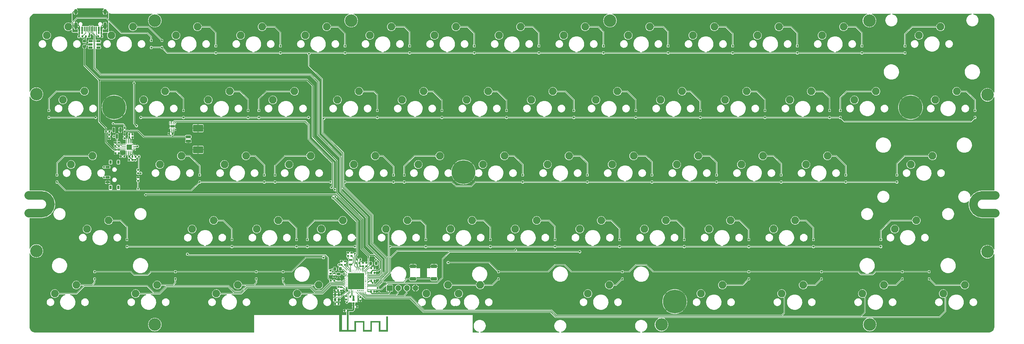
<source format=gbl>
G04 #@! TF.GenerationSoftware,KiCad,Pcbnew,7.0.5*
G04 #@! TF.CreationDate,2023-07-04T12:34:17+09:00*
G04 #@! TF.ProjectId,Hotp4ck60,486f7470-3463-46b3-9630-2e6b69636164,rev?*
G04 #@! TF.SameCoordinates,Original*
G04 #@! TF.FileFunction,Copper,L2,Bot*
G04 #@! TF.FilePolarity,Positive*
%FSLAX46Y46*%
G04 Gerber Fmt 4.6, Leading zero omitted, Abs format (unit mm)*
G04 Created by KiCad (PCBNEW 7.0.5) date 2023-07-04 12:34:17*
%MOMM*%
%LPD*%
G01*
G04 APERTURE LIST*
G04 Aperture macros list*
%AMRoundRect*
0 Rectangle with rounded corners*
0 $1 Rounding radius*
0 $2 $3 $4 $5 $6 $7 $8 $9 X,Y pos of 4 corners*
0 Add a 4 corners polygon primitive as box body*
4,1,4,$2,$3,$4,$5,$6,$7,$8,$9,$2,$3,0*
0 Add four circle primitives for the rounded corners*
1,1,$1+$1,$2,$3*
1,1,$1+$1,$4,$5*
1,1,$1+$1,$6,$7*
1,1,$1+$1,$8,$9*
0 Add four rect primitives between the rounded corners*
20,1,$1+$1,$2,$3,$4,$5,0*
20,1,$1+$1,$4,$5,$6,$7,0*
20,1,$1+$1,$6,$7,$8,$9,0*
20,1,$1+$1,$8,$9,$2,$3,0*%
G04 Aperture macros list end*
G04 #@! TA.AperFunction,EtchedComponent*
%ADD10C,2.501900*%
G04 #@! TD*
G04 #@! TA.AperFunction,ComponentPad*
%ADD11C,2.250000*%
G04 #@! TD*
G04 #@! TA.AperFunction,ComponentPad*
%ADD12C,1.000000*%
G04 #@! TD*
G04 #@! TA.AperFunction,ComponentPad*
%ADD13C,7.001300*%
G04 #@! TD*
G04 #@! TA.AperFunction,ComponentPad*
%ADD14C,7.000240*%
G04 #@! TD*
G04 #@! TA.AperFunction,ComponentPad*
%ADD15C,3.700000*%
G04 #@! TD*
G04 #@! TA.AperFunction,ComponentPad*
%ADD16R,1.700000X1.700000*%
G04 #@! TD*
G04 #@! TA.AperFunction,ComponentPad*
%ADD17O,1.700000X1.700000*%
G04 #@! TD*
G04 #@! TA.AperFunction,SMDPad,CuDef*
%ADD18RoundRect,0.150000X-0.150000X0.587500X-0.150000X-0.587500X0.150000X-0.587500X0.150000X0.587500X0*%
G04 #@! TD*
G04 #@! TA.AperFunction,ConnectorPad*
%ADD19R,0.500000X0.500000*%
G04 #@! TD*
G04 #@! TA.AperFunction,ComponentPad*
%ADD20R,0.900000X0.500000*%
G04 #@! TD*
G04 #@! TA.AperFunction,SMDPad,CuDef*
%ADD21RoundRect,0.112500X0.112500X-0.187500X0.112500X0.187500X-0.112500X0.187500X-0.112500X-0.187500X0*%
G04 #@! TD*
G04 #@! TA.AperFunction,SMDPad,CuDef*
%ADD22RoundRect,0.140000X-0.170000X0.140000X-0.170000X-0.140000X0.170000X-0.140000X0.170000X0.140000X0*%
G04 #@! TD*
G04 #@! TA.AperFunction,SMDPad,CuDef*
%ADD23RoundRect,0.140000X0.140000X0.170000X-0.140000X0.170000X-0.140000X-0.170000X0.140000X-0.170000X0*%
G04 #@! TD*
G04 #@! TA.AperFunction,SMDPad,CuDef*
%ADD24R,0.800000X0.900000*%
G04 #@! TD*
G04 #@! TA.AperFunction,SMDPad,CuDef*
%ADD25RoundRect,0.112500X-0.112500X0.187500X-0.112500X-0.187500X0.112500X-0.187500X0.112500X0.187500X0*%
G04 #@! TD*
G04 #@! TA.AperFunction,SMDPad,CuDef*
%ADD26RoundRect,0.140000X0.170000X-0.140000X0.170000X0.140000X-0.170000X0.140000X-0.170000X-0.140000X0*%
G04 #@! TD*
G04 #@! TA.AperFunction,SMDPad,CuDef*
%ADD27RoundRect,0.275000X0.625000X0.275000X-0.625000X0.275000X-0.625000X-0.275000X0.625000X-0.275000X0*%
G04 #@! TD*
G04 #@! TA.AperFunction,SMDPad,CuDef*
%ADD28RoundRect,0.135000X-0.135000X-0.185000X0.135000X-0.185000X0.135000X0.185000X-0.135000X0.185000X0*%
G04 #@! TD*
G04 #@! TA.AperFunction,SMDPad,CuDef*
%ADD29C,0.250000*%
G04 #@! TD*
G04 #@! TA.AperFunction,SMDPad,CuDef*
%ADD30R,4.850000X4.850000*%
G04 #@! TD*
G04 #@! TA.AperFunction,SMDPad,CuDef*
%ADD31RoundRect,0.135000X-0.185000X0.135000X-0.185000X-0.135000X0.185000X-0.135000X0.185000X0.135000X0*%
G04 #@! TD*
G04 #@! TA.AperFunction,SMDPad,CuDef*
%ADD32R,1.100000X0.600000*%
G04 #@! TD*
G04 #@! TA.AperFunction,SMDPad,CuDef*
%ADD33RoundRect,0.090000X-0.535000X0.210000X-0.535000X-0.210000X0.535000X-0.210000X0.535000X0.210000X0*%
G04 #@! TD*
G04 #@! TA.AperFunction,SMDPad,CuDef*
%ADD34RoundRect,0.105000X0.245000X0.445000X-0.245000X0.445000X-0.245000X-0.445000X0.245000X-0.445000X0*%
G04 #@! TD*
G04 #@! TA.AperFunction,SMDPad,CuDef*
%ADD35RoundRect,0.135000X0.135000X0.185000X-0.135000X0.185000X-0.135000X-0.185000X0.135000X-0.185000X0*%
G04 #@! TD*
G04 #@! TA.AperFunction,SMDPad,CuDef*
%ADD36RoundRect,0.140000X-0.140000X-0.170000X0.140000X-0.170000X0.140000X0.170000X-0.140000X0.170000X0*%
G04 #@! TD*
G04 #@! TA.AperFunction,SMDPad,CuDef*
%ADD37RoundRect,0.147500X0.172500X-0.147500X0.172500X0.147500X-0.172500X0.147500X-0.172500X-0.147500X0*%
G04 #@! TD*
G04 #@! TA.AperFunction,SMDPad,CuDef*
%ADD38RoundRect,0.135000X0.185000X-0.135000X0.185000X0.135000X-0.185000X0.135000X-0.185000X-0.135000X0*%
G04 #@! TD*
G04 #@! TA.AperFunction,SMDPad,CuDef*
%ADD39RoundRect,0.147500X0.147500X0.172500X-0.147500X0.172500X-0.147500X-0.172500X0.147500X-0.172500X0*%
G04 #@! TD*
G04 #@! TA.AperFunction,SMDPad,CuDef*
%ADD40RoundRect,0.225000X-0.250000X0.225000X-0.250000X-0.225000X0.250000X-0.225000X0.250000X0.225000X0*%
G04 #@! TD*
G04 #@! TA.AperFunction,SMDPad,CuDef*
%ADD41RoundRect,0.147500X-0.172500X0.147500X-0.172500X-0.147500X0.172500X-0.147500X0.172500X0.147500X0*%
G04 #@! TD*
G04 #@! TA.AperFunction,SMDPad,CuDef*
%ADD42RoundRect,0.218750X-0.218750X-0.256250X0.218750X-0.256250X0.218750X0.256250X-0.218750X0.256250X0*%
G04 #@! TD*
G04 #@! TA.AperFunction,SMDPad,CuDef*
%ADD43RoundRect,0.062500X0.062500X-0.325000X0.062500X0.325000X-0.062500X0.325000X-0.062500X-0.325000X0*%
G04 #@! TD*
G04 #@! TA.AperFunction,SMDPad,CuDef*
%ADD44R,1.300000X0.700000*%
G04 #@! TD*
G04 #@! TA.AperFunction,SMDPad,CuDef*
%ADD45RoundRect,0.062500X-0.062500X0.375000X-0.062500X-0.375000X0.062500X-0.375000X0.062500X0.375000X0*%
G04 #@! TD*
G04 #@! TA.AperFunction,SMDPad,CuDef*
%ADD46RoundRect,0.062500X-0.375000X0.062500X-0.375000X-0.062500X0.375000X-0.062500X0.375000X0.062500X0*%
G04 #@! TD*
G04 #@! TA.AperFunction,SMDPad,CuDef*
%ADD47R,1.600000X1.600000*%
G04 #@! TD*
G04 #@! TA.AperFunction,SMDPad,CuDef*
%ADD48RoundRect,0.218750X0.218750X0.256250X-0.218750X0.256250X-0.218750X-0.256250X0.218750X-0.256250X0*%
G04 #@! TD*
G04 #@! TA.AperFunction,SMDPad,CuDef*
%ADD49RoundRect,0.150000X-0.475000X-0.150000X0.475000X-0.150000X0.475000X0.150000X-0.475000X0.150000X0*%
G04 #@! TD*
G04 #@! TA.AperFunction,SMDPad,CuDef*
%ADD50RoundRect,0.200000X-0.600000X0.200000X-0.600000X-0.200000X0.600000X-0.200000X0.600000X0.200000X0*%
G04 #@! TD*
G04 #@! TA.AperFunction,SMDPad,CuDef*
%ADD51RoundRect,0.250001X-1.249999X0.799999X-1.249999X-0.799999X1.249999X-0.799999X1.249999X0.799999X0*%
G04 #@! TD*
G04 #@! TA.AperFunction,SMDPad,CuDef*
%ADD52R,0.600000X1.450000*%
G04 #@! TD*
G04 #@! TA.AperFunction,SMDPad,CuDef*
%ADD53R,0.300000X1.450000*%
G04 #@! TD*
G04 #@! TA.AperFunction,ComponentPad*
%ADD54O,1.000000X1.600000*%
G04 #@! TD*
G04 #@! TA.AperFunction,ComponentPad*
%ADD55O,1.000000X2.100000*%
G04 #@! TD*
G04 #@! TA.AperFunction,SMDPad,CuDef*
%ADD56RoundRect,0.218750X-0.256250X0.218750X-0.256250X-0.218750X0.256250X-0.218750X0.256250X0.218750X0*%
G04 #@! TD*
G04 #@! TA.AperFunction,ViaPad*
%ADD57C,0.600000*%
G04 #@! TD*
G04 #@! TA.AperFunction,ViaPad*
%ADD58C,0.350000*%
G04 #@! TD*
G04 #@! TA.AperFunction,ViaPad*
%ADD59C,0.500000*%
G04 #@! TD*
G04 #@! TA.AperFunction,Conductor*
%ADD60C,0.500000*%
G04 #@! TD*
G04 #@! TA.AperFunction,Conductor*
%ADD61C,0.135000*%
G04 #@! TD*
G04 #@! TA.AperFunction,Conductor*
%ADD62C,0.200000*%
G04 #@! TD*
G04 #@! TA.AperFunction,Conductor*
%ADD63C,0.300000*%
G04 #@! TD*
G04 #@! TA.AperFunction,Conductor*
%ADD64C,0.250000*%
G04 #@! TD*
G04 APERTURE END LIST*
D10*
X71812500Y-141486550D02*
X75612500Y-141486550D01*
X71812500Y-146788450D02*
X75612500Y-146788450D01*
X353012500Y-141486550D02*
X356812500Y-141486550D01*
X353012500Y-146788450D02*
X356862500Y-146788450D01*
X78263450Y-144137500D02*
G75*
G03*
X75612500Y-141486550I-2650949J1D01*
G01*
X75612500Y-146788450D02*
G75*
G03*
X78263450Y-144137500I1J2650949D01*
G01*
X353012500Y-141486550D02*
G75*
G03*
X350361550Y-144137500I0J-2650950D01*
G01*
X350361550Y-144137500D02*
G75*
G03*
X353012500Y-146788450I2650950J0D01*
G01*
G04 #@! TA.AperFunction,EtchedComponent*
G36*
X164250000Y-181210000D02*
G01*
X165650000Y-181210000D01*
X165650000Y-176310000D01*
X166150000Y-176310000D01*
X166150000Y-181210000D01*
X167850000Y-181210000D01*
X167850000Y-178570000D01*
X170850000Y-178570000D01*
X170850000Y-181210000D01*
X172550000Y-181210000D01*
X172550000Y-178570000D01*
X175550000Y-178570000D01*
X175550000Y-181210000D01*
X177250000Y-181210000D01*
X177250000Y-177270000D01*
X177750000Y-177270000D01*
X177750000Y-181710000D01*
X175050000Y-181710000D01*
X175050000Y-179070000D01*
X173050000Y-179070000D01*
X173050000Y-181710000D01*
X170350000Y-181710000D01*
X170350000Y-179070000D01*
X168350000Y-179070000D01*
X168350000Y-181710000D01*
X163350000Y-181710000D01*
X163350000Y-176553215D01*
X163652417Y-176553215D01*
X163657153Y-176601622D01*
X163676815Y-176646416D01*
X163711755Y-176683186D01*
X163744647Y-176700092D01*
X163792733Y-176707982D01*
X163842318Y-176701408D01*
X163887628Y-176681313D01*
X163922888Y-176648643D01*
X163939782Y-176616417D01*
X163948222Y-176568158D01*
X163941691Y-176518632D01*
X163921132Y-176473447D01*
X163887489Y-176438213D01*
X163868878Y-176427600D01*
X163823363Y-176414700D01*
X163774844Y-176413957D01*
X163732181Y-176426065D01*
X163724269Y-176430419D01*
X163686326Y-176463203D01*
X163662258Y-176505605D01*
X163652417Y-176553215D01*
X163350000Y-176553215D01*
X163350000Y-176310000D01*
X164250000Y-176310000D01*
X164250000Y-181210000D01*
G37*
G04 #@! TD.AperFunction*
D11*
X327183750Y-151447500D03*
X333533750Y-148907500D03*
X127158750Y-170497500D03*
X133508750Y-167957500D03*
X96202500Y-94297500D03*
X102552500Y-91757500D03*
X134302500Y-94297500D03*
X140652500Y-91757500D03*
X270033750Y-170497500D03*
X276383750Y-167957500D03*
X205740000Y-132397500D03*
X212090000Y-129857500D03*
X272415000Y-151447500D03*
X278765000Y-148907500D03*
X196215000Y-151447500D03*
X202565000Y-148907500D03*
X331946250Y-132397500D03*
X338296250Y-129857500D03*
X229552500Y-94297500D03*
X235902500Y-91757500D03*
X158115000Y-151447500D03*
X164465000Y-148907500D03*
X167640000Y-132397500D03*
X173990000Y-129857500D03*
X115252500Y-94297500D03*
X121602500Y-91757500D03*
D12*
X73570465Y-141537500D03*
X73570465Y-146737500D03*
X75612500Y-141537500D03*
X75612500Y-146737500D03*
X77450978Y-142299022D03*
X77450978Y-145975978D03*
X78212500Y-144137500D03*
X94712500Y-115537500D03*
X95386154Y-113911154D03*
X95386154Y-117163846D03*
X97012500Y-113237500D03*
D13*
X97012500Y-115537500D03*
D12*
X97012500Y-117837500D03*
X98638846Y-113911154D03*
X98638846Y-117163846D03*
X99312500Y-115537500D03*
X198812500Y-132337500D03*
X198812500Y-136937500D03*
X200012500Y-132337500D03*
D14*
X200012500Y-134637500D03*
D12*
X200012500Y-136937500D03*
X201212500Y-132337500D03*
X201212500Y-136937500D03*
X261112500Y-170537500D03*
X261112500Y-175137500D03*
X262312500Y-170537500D03*
D14*
X262312500Y-172837500D03*
D12*
X262312500Y-175137500D03*
X263512500Y-170537500D03*
X263512500Y-175137500D03*
X330662500Y-113237500D03*
X330662500Y-117837500D03*
X331862500Y-113237500D03*
D14*
X331862500Y-115537500D03*
D12*
X331862500Y-117837500D03*
X333062500Y-113220500D03*
X333062500Y-117837500D03*
X350412500Y-144137500D03*
X351174022Y-142299022D03*
X351174022Y-145975978D03*
X353012500Y-141537500D03*
X353012500Y-146737500D03*
X355054535Y-141537500D03*
X355054535Y-146737500D03*
D15*
X74112500Y-111637500D03*
X74112500Y-157937500D03*
X109012500Y-89937500D03*
X109012500Y-179637500D03*
X166912500Y-89937500D03*
X243212500Y-89937500D03*
X258404500Y-179645500D03*
X319712500Y-89937500D03*
X319812500Y-179637500D03*
X354512500Y-111837500D03*
X354512500Y-158137500D03*
D11*
X315277500Y-113347500D03*
X321627500Y-110807500D03*
X148590000Y-132397500D03*
X154940000Y-129857500D03*
X239077500Y-113347500D03*
X245427500Y-110807500D03*
X139065000Y-151447500D03*
X145415000Y-148907500D03*
X162877500Y-113347500D03*
X169227500Y-110807500D03*
X186690000Y-132397500D03*
X193040000Y-129857500D03*
X317658750Y-170497500D03*
X324008750Y-167957500D03*
X124777500Y-113347500D03*
X131127500Y-110807500D03*
X191452500Y-94297500D03*
X197802500Y-91757500D03*
X153352500Y-94297500D03*
X159702500Y-91757500D03*
X277177500Y-113347500D03*
X283527500Y-110807500D03*
X150971250Y-170497500D03*
X157321250Y-167957500D03*
D16*
X178250000Y-168860000D03*
D17*
X180790000Y-168860000D03*
X183330000Y-168860000D03*
X185870000Y-168860000D03*
D11*
X300990000Y-132397500D03*
X307340000Y-129857500D03*
X177165000Y-151447500D03*
X183515000Y-148907500D03*
X120015000Y-151447500D03*
X126365000Y-148907500D03*
X253365000Y-151447500D03*
X259715000Y-148907500D03*
X234315000Y-151447500D03*
X240665000Y-148907500D03*
X334327500Y-94297500D03*
X340677500Y-91757500D03*
X215265000Y-151447500D03*
X221615000Y-148907500D03*
X181927500Y-113347500D03*
X188277500Y-110807500D03*
X129540000Y-132397500D03*
X135890000Y-129857500D03*
X105727500Y-113347500D03*
X112077500Y-110807500D03*
X103346250Y-170497500D03*
X109696250Y-167957500D03*
X110490000Y-132397500D03*
X116840000Y-129857500D03*
X210502500Y-94297500D03*
X216852500Y-91757500D03*
X143827500Y-113347500D03*
X150177500Y-110807500D03*
X296227500Y-113347500D03*
X302577500Y-110807500D03*
X339090000Y-113347500D03*
X345440000Y-110807500D03*
X81915000Y-113347500D03*
X88265000Y-110807500D03*
X200977500Y-113347500D03*
X207327500Y-110807500D03*
X198596250Y-170497500D03*
X204946250Y-167957500D03*
X341471250Y-170497500D03*
X347821250Y-167957500D03*
X286702500Y-94297500D03*
X293052500Y-91757500D03*
X172402500Y-94297500D03*
X178752500Y-91757500D03*
X243840000Y-132397500D03*
X250190000Y-129857500D03*
X236696250Y-170497500D03*
X243046250Y-167957500D03*
X220027500Y-113347500D03*
X226377500Y-110807500D03*
X189071250Y-170497500D03*
X195421250Y-167957500D03*
X224790000Y-132397500D03*
X231140000Y-129857500D03*
X84296250Y-132397500D03*
X90646250Y-129857500D03*
X79533750Y-170497500D03*
X85883750Y-167957500D03*
X291465000Y-151447500D03*
X297815000Y-148907500D03*
X248602500Y-94297500D03*
X254952500Y-91757500D03*
X281940000Y-132397500D03*
X288290000Y-129857500D03*
X258127500Y-113347500D03*
X264477500Y-110807500D03*
X305752500Y-94297500D03*
X312102500Y-91757500D03*
X262890000Y-132397500D03*
X269240000Y-129857500D03*
X89058750Y-151447500D03*
X95408750Y-148907500D03*
X77152500Y-94297500D03*
X83502500Y-91757500D03*
X293846250Y-170497500D03*
X300196250Y-167957500D03*
X267652500Y-94297500D03*
X274002500Y-91757500D03*
D18*
X96910000Y-122222500D03*
X98810000Y-122222500D03*
X97860000Y-124097500D03*
D19*
X165900000Y-176560000D03*
D20*
X163800000Y-176560000D03*
D21*
X317500000Y-99475000D03*
X317500000Y-97375000D03*
D22*
X163960000Y-168640000D03*
X163960000Y-169600000D03*
D21*
X227012500Y-156625000D03*
X227012500Y-154525000D03*
D23*
X114225000Y-123295000D03*
X113265000Y-123295000D03*
D21*
X141287500Y-137575000D03*
X141287500Y-135475000D03*
X265112500Y-156625000D03*
X265112500Y-154525000D03*
D24*
X162149996Y-172240002D03*
X162149996Y-170840002D03*
X163249996Y-170840002D03*
X163249996Y-172240002D03*
D25*
X210343750Y-164050000D03*
X210343750Y-166150000D03*
D26*
X165119998Y-161970003D03*
X165119998Y-161010003D03*
D21*
X312737500Y-137575000D03*
X312737500Y-135475000D03*
D27*
X191340000Y-162460000D03*
X185140000Y-162460000D03*
X191340000Y-166160000D03*
X185140000Y-166160000D03*
D21*
X131762500Y-156625000D03*
X131762500Y-154525000D03*
X232568750Y-118525000D03*
X232568750Y-116425000D03*
D28*
X92360000Y-94580000D03*
X93380000Y-94580000D03*
D25*
X146843750Y-164050000D03*
X146843750Y-166150000D03*
X329406250Y-164050000D03*
X329406250Y-166150000D03*
D26*
X167010000Y-159425000D03*
X167010000Y-158465000D03*
D29*
X165150000Y-165589999D03*
X165150000Y-166089999D03*
X165150000Y-166589999D03*
X165150000Y-167089999D03*
X165150000Y-167589999D03*
X165150000Y-168089999D03*
X165150000Y-168589999D03*
X165150000Y-169089999D03*
X165150000Y-169589999D03*
X170650000Y-170089999D03*
X170900000Y-164089999D03*
X171150000Y-164839999D03*
X171150000Y-165839999D03*
X171150000Y-166339999D03*
X171150000Y-166839999D03*
X171150000Y-167339999D03*
X171150000Y-167839999D03*
X171150000Y-168339999D03*
X171150000Y-168839999D03*
X171150000Y-170089999D03*
X171650000Y-164089999D03*
X171650000Y-164589999D03*
X171650000Y-165089999D03*
X171650000Y-165589999D03*
X171650000Y-166089999D03*
X171650000Y-166589999D03*
X171650000Y-167089999D03*
X171650000Y-167589999D03*
X171650000Y-168089999D03*
X171650000Y-168589999D03*
X171650000Y-169089999D03*
X171650000Y-169589999D03*
X165650000Y-163589999D03*
X165650000Y-164339999D03*
X165650000Y-164839999D03*
X165650000Y-165339999D03*
X165650000Y-165839999D03*
X165650000Y-166339999D03*
X165650000Y-166839999D03*
X165650000Y-167339999D03*
X165650000Y-167839999D03*
X165650000Y-168339999D03*
X165650000Y-170089999D03*
X166150000Y-163589999D03*
X166400000Y-164089999D03*
X166400000Y-169589999D03*
X166650000Y-170089999D03*
D30*
X168400000Y-166839999D03*
D29*
X166900000Y-164089999D03*
X166900000Y-169589999D03*
X167150000Y-163589999D03*
X167400000Y-164089999D03*
X167400000Y-169589999D03*
X167650000Y-163589999D03*
X167650000Y-170089999D03*
X167900000Y-164089999D03*
X168150000Y-163589999D03*
X168150000Y-170089999D03*
X168400000Y-164089999D03*
X168650000Y-163589999D03*
X168650000Y-170089999D03*
X168900000Y-164089999D03*
X168900000Y-169589999D03*
X169150000Y-163589999D03*
X169150000Y-170089999D03*
X169400000Y-164089999D03*
X169400000Y-169589999D03*
X169650000Y-163589999D03*
X169650000Y-170089999D03*
X169900000Y-169589999D03*
X170150000Y-163589999D03*
X170150000Y-170089999D03*
X170400000Y-164089999D03*
X170400000Y-169589999D03*
D31*
X98400000Y-125960000D03*
X98400000Y-126980000D03*
D21*
X146050000Y-99475000D03*
X146050000Y-97375000D03*
X288925000Y-118525000D03*
X288925000Y-116425000D03*
D25*
X337343750Y-164050000D03*
X337343750Y-166150000D03*
D32*
X166757576Y-161940001D03*
X166757576Y-160540001D03*
D22*
X169590000Y-171600000D03*
X169590000Y-172560000D03*
D21*
X236537500Y-137575000D03*
X236537500Y-135475000D03*
X153987500Y-156625000D03*
X153987500Y-154525000D03*
D33*
X95120000Y-133160000D03*
X95120000Y-136160000D03*
X95120000Y-137660000D03*
D34*
X95970000Y-139110000D03*
X98270000Y-139110000D03*
X95970000Y-131710000D03*
X98270000Y-131710000D03*
D35*
X87660000Y-94630000D03*
X86640000Y-94630000D03*
D21*
X184150000Y-99475000D03*
X184150000Y-97375000D03*
X174625000Y-118525000D03*
X174625000Y-116425000D03*
D35*
X169640000Y-160420000D03*
X168620000Y-160420000D03*
D21*
X311150000Y-118525000D03*
X311150000Y-116425000D03*
D26*
X165957578Y-159424999D03*
X165957578Y-158464999D03*
D36*
X172840000Y-166730000D03*
X173800000Y-166730000D03*
D21*
X293687500Y-137575000D03*
X293687500Y-135475000D03*
X327818750Y-137575000D03*
X327818750Y-135475000D03*
D37*
X167629997Y-173374999D03*
X167629997Y-172404999D03*
D21*
X139700000Y-118525000D03*
X139700000Y-116425000D03*
D25*
X246856250Y-164050000D03*
X246856250Y-166150000D03*
X115093750Y-164050000D03*
X115093750Y-166150000D03*
D36*
X172820000Y-164370000D03*
X173780000Y-164370000D03*
D21*
X307975000Y-118525000D03*
X307975000Y-116425000D03*
D38*
X100100000Y-124660000D03*
X100100000Y-123640000D03*
D21*
X193675000Y-118525000D03*
X193675000Y-116425000D03*
D36*
X164940000Y-175512363D03*
X165900000Y-175512363D03*
X172819999Y-162939999D03*
X173779999Y-162939999D03*
D35*
X104340000Y-130060000D03*
X103320000Y-130060000D03*
X100010000Y-130000000D03*
X98990000Y-130000000D03*
D21*
X100806250Y-156625000D03*
X100806250Y-154525000D03*
X323080000Y-156625000D03*
X323080000Y-154525000D03*
D38*
X97330000Y-126980000D03*
X97330000Y-125960000D03*
D26*
X164020001Y-161970005D03*
X164020001Y-161010005D03*
D39*
X89655000Y-94620000D03*
X88685000Y-94620000D03*
D21*
X222250000Y-99475000D03*
X222250000Y-97375000D03*
X179387500Y-137575000D03*
X179387500Y-135475000D03*
X260350000Y-99475000D03*
X260350000Y-97375000D03*
D25*
X91281250Y-164050000D03*
X91281250Y-166150000D03*
D36*
X101460000Y-123460000D03*
X102420000Y-123460000D03*
D40*
X163170004Y-164734999D03*
X163170004Y-166284999D03*
D21*
X241300000Y-99475000D03*
X241300000Y-97375000D03*
X77787500Y-118525000D03*
X77787500Y-116425000D03*
D36*
X162219999Y-173540002D03*
X163179999Y-173540002D03*
D41*
X104080000Y-134000000D03*
X104080000Y-134970000D03*
D21*
X284162500Y-156625000D03*
X284162500Y-154525000D03*
D42*
X172694199Y-161618682D03*
X174269199Y-161618682D03*
D21*
X298450000Y-99475000D03*
X298450000Y-97375000D03*
D36*
X101450000Y-130060000D03*
X102410000Y-130060000D03*
D21*
X274637500Y-137575000D03*
X274637500Y-135475000D03*
X212725000Y-118525000D03*
X212725000Y-116425000D03*
X188912500Y-156625000D03*
X188912500Y-154525000D03*
X350837500Y-118525000D03*
X350837500Y-116425000D03*
D22*
X161900004Y-164459999D03*
X161900004Y-165419999D03*
D23*
X168589997Y-174390000D03*
X167629997Y-174390000D03*
D21*
X203200000Y-99475000D03*
X203200000Y-97375000D03*
D36*
X101460000Y-124450000D03*
X102420000Y-124450000D03*
D21*
X246062500Y-156625000D03*
X246062500Y-154525000D03*
X217487500Y-137575000D03*
X217487500Y-135475000D03*
D43*
X114975000Y-122077500D03*
X114475000Y-122077500D03*
X113975000Y-122077500D03*
X113475000Y-122077500D03*
X113475000Y-120152500D03*
X113975000Y-120152500D03*
X114475000Y-120152500D03*
X114975000Y-120152500D03*
D44*
X114225000Y-121115000D03*
D36*
X166670000Y-171390004D03*
X167630000Y-171390004D03*
D26*
X170380000Y-162400000D03*
X170380000Y-161440000D03*
X171405000Y-162404998D03*
X171405000Y-161444998D03*
D21*
X107970000Y-97887500D03*
X107970000Y-95787500D03*
X165100000Y-99475000D03*
X165100000Y-97375000D03*
X150812500Y-156625000D03*
X150812500Y-154525000D03*
X269875000Y-118525000D03*
X269875000Y-116425000D03*
X117475000Y-118525000D03*
X117475000Y-116425000D03*
D45*
X100700000Y-125842500D03*
X101200000Y-125842500D03*
X101700000Y-125842500D03*
X102200000Y-125842500D03*
D46*
X102887500Y-126530000D03*
X102887500Y-127030000D03*
X102887500Y-127530000D03*
X102887500Y-128030000D03*
D45*
X102200000Y-128717500D03*
X101700000Y-128717500D03*
X101200000Y-128717500D03*
X100700000Y-128717500D03*
D46*
X100012500Y-128030000D03*
X100012500Y-127530000D03*
X100012500Y-127030000D03*
X100012500Y-126530000D03*
D47*
X101450000Y-127280000D03*
D25*
X305593750Y-164050000D03*
X305593750Y-166150000D03*
D21*
X80168750Y-137575000D03*
X80168750Y-135475000D03*
X250825000Y-118525000D03*
X250825000Y-116425000D03*
D48*
X163687500Y-163210000D03*
X162112500Y-163210000D03*
D28*
X94620000Y-122650000D03*
X95640000Y-122650000D03*
D49*
X90045000Y-97900000D03*
X90045000Y-96950000D03*
X90045000Y-96000000D03*
X92395000Y-96000000D03*
X92395000Y-96950000D03*
X92395000Y-97900000D03*
D23*
X102410000Y-131060000D03*
X101450000Y-131060000D03*
D41*
X104080000Y-136225000D03*
X104080000Y-137195000D03*
D35*
X161940000Y-166710000D03*
X160920000Y-166710000D03*
D21*
X279400000Y-99475000D03*
X279400000Y-97375000D03*
D50*
X118890000Y-124230000D03*
X118890000Y-125480000D03*
D51*
X121790000Y-121680000D03*
X121790000Y-128030000D03*
D35*
X169370000Y-161480000D03*
X168350000Y-161480000D03*
D22*
X98420000Y-128080000D03*
X98420000Y-129040000D03*
D41*
X160849997Y-163675002D03*
X160849997Y-164645002D03*
D52*
X86760000Y-92405000D03*
X87560000Y-92405000D03*
D53*
X88760000Y-92405000D03*
X89760000Y-92405000D03*
X90260000Y-92405000D03*
X91260000Y-92405000D03*
D52*
X92460000Y-92405000D03*
X93260000Y-92405000D03*
X93260000Y-92405000D03*
X92460000Y-92405000D03*
D53*
X91760000Y-92405000D03*
X90760000Y-92405000D03*
X89260000Y-92405000D03*
X88260000Y-92405000D03*
D52*
X87560000Y-92405000D03*
X86760000Y-92405000D03*
D54*
X85690000Y-87310000D03*
D55*
X85690000Y-91490000D03*
D54*
X94330000Y-87310000D03*
D55*
X94330000Y-91490000D03*
D25*
X138906250Y-164050000D03*
X138906250Y-166150000D03*
D21*
X111125000Y-97887500D03*
X111125000Y-95787500D03*
X207962500Y-156625000D03*
X207962500Y-154525000D03*
X255587500Y-137575000D03*
X255587500Y-135475000D03*
D31*
X95580000Y-123640000D03*
X95580000Y-124660000D03*
D22*
X165400003Y-171259999D03*
X165400003Y-172219999D03*
D21*
X182562500Y-137575000D03*
X182562500Y-135475000D03*
X303212500Y-156625000D03*
X303212500Y-154525000D03*
X122237500Y-137575000D03*
X122237500Y-135475000D03*
D56*
X88270000Y-95972500D03*
X88270000Y-97547500D03*
D36*
X172720000Y-169860000D03*
X173680000Y-169860000D03*
D22*
X97430000Y-128080000D03*
X97430000Y-129040000D03*
D31*
X100110000Y-121590000D03*
X100110000Y-122610000D03*
D25*
X284162500Y-164050000D03*
X284162500Y-166150000D03*
D21*
X330200000Y-99475000D03*
X330200000Y-97375000D03*
X136525000Y-118525000D03*
X136525000Y-116425000D03*
X144462500Y-137575000D03*
X144462500Y-135475000D03*
X127000000Y-99475000D03*
X127000000Y-97375000D03*
D23*
X162990000Y-169550000D03*
X162030000Y-169550000D03*
D57*
X110360000Y-106720000D03*
X87685500Y-101050000D03*
X160650000Y-176510000D03*
X112400000Y-123300000D03*
X91980000Y-102330000D03*
X197650000Y-176490000D03*
X154820000Y-106730000D03*
X135950000Y-141909500D03*
X115500000Y-105210000D03*
X138920000Y-105220000D03*
X114920000Y-141909500D03*
X115490000Y-106720000D03*
X125280000Y-120342000D03*
X115950000Y-119068000D03*
X166599999Y-165040001D03*
X146880000Y-140740500D03*
X156480000Y-119550000D03*
X105550000Y-105210000D03*
X184440000Y-174910000D03*
X153140000Y-175180000D03*
X100751354Y-106760648D03*
X168999996Y-168640002D03*
X139100000Y-175150000D03*
X116940000Y-123430000D03*
X145020000Y-175180000D03*
X172710000Y-160390000D03*
X102725500Y-133540000D03*
X203310000Y-181688000D03*
X163490000Y-158570000D03*
X156480000Y-121780000D03*
X177820000Y-166280000D03*
X132560000Y-105220000D03*
X162569968Y-128120032D03*
X172150000Y-173230000D03*
X163267500Y-133490000D03*
X126170000Y-106730000D03*
X97418750Y-130000000D03*
X98178750Y-130000000D03*
X159770487Y-131059513D03*
X119400000Y-106730000D03*
X164480000Y-173893199D03*
X129980000Y-119068000D03*
X160810000Y-165700000D03*
X160660000Y-170760000D03*
X123100000Y-140740500D03*
X119150000Y-119068000D03*
X176564500Y-163611209D03*
X138910000Y-106730000D03*
X112450000Y-122080000D03*
X153060000Y-140740500D03*
X123090000Y-141909500D03*
X141110000Y-105220000D03*
X156480000Y-114590000D03*
X167800003Y-165039998D03*
X160554968Y-126105032D03*
X91980000Y-103700000D03*
X165744968Y-141315032D03*
X169000000Y-165040002D03*
X154185487Y-125474513D03*
X190560000Y-176490000D03*
X161550000Y-129120000D03*
X119410000Y-105220000D03*
X148940000Y-176500000D03*
X118760000Y-141909500D03*
X127420000Y-140740500D03*
X124090000Y-105220000D03*
X146150000Y-120342000D03*
X121610000Y-105220000D03*
X115410000Y-123340000D03*
X169292000Y-150050000D03*
X168589997Y-173465090D03*
X97880000Y-121850000D03*
X162750000Y-176510000D03*
X162098000Y-136190000D03*
X102740000Y-132130000D03*
X170380000Y-160550000D03*
X153576375Y-119095730D03*
X171020000Y-174160000D03*
X134820000Y-120342000D03*
X107930000Y-105210000D03*
X157802000Y-109240000D03*
X172171000Y-151770000D03*
X174700001Y-162940001D03*
X162098000Y-133500000D03*
X103000000Y-128830000D03*
X169292000Y-153720000D03*
X163267500Y-139080000D03*
X155104264Y-124555059D03*
X158740000Y-176490000D03*
X140590000Y-175170000D03*
X145730000Y-105220000D03*
X134820000Y-119068000D03*
X153130000Y-105220000D03*
X164929560Y-144570440D03*
X170896500Y-151780000D03*
X160800000Y-162480000D03*
X156480000Y-112340000D03*
X134840000Y-106730000D03*
X170897000Y-148660000D03*
X105450000Y-130140000D03*
X150600000Y-106730000D03*
X117410000Y-106720000D03*
X134850000Y-105220000D03*
X125279500Y-119068000D03*
X150440000Y-119068000D03*
X167010000Y-157529500D03*
X163267500Y-131410000D03*
X110370000Y-105210000D03*
X166730000Y-173440000D03*
X164850000Y-174410000D03*
X156640000Y-175170000D03*
X155920000Y-142280000D03*
X172080895Y-158029105D03*
X105540000Y-106720000D03*
X168809560Y-148450439D03*
X162020696Y-131507304D03*
X130240000Y-106730000D03*
X150440000Y-120342000D03*
X141460000Y-119068000D03*
X165744113Y-143115887D03*
X167559968Y-143130032D03*
X159410000Y-127160000D03*
X139100000Y-176470000D03*
X167578760Y-144951240D03*
X157635487Y-128924513D03*
X117540000Y-125150000D03*
X151040000Y-175180000D03*
X145720000Y-106730000D03*
X169292000Y-155670000D03*
X165120000Y-160200000D03*
X157802000Y-119550000D03*
X189540000Y-162460000D03*
X118890000Y-126490000D03*
X171254968Y-146825032D03*
X138150000Y-120342000D03*
X94560000Y-138550000D03*
X147120000Y-176500000D03*
X88890000Y-99430000D03*
X118770000Y-140740500D03*
X164850000Y-176510000D03*
X90500000Y-102330000D03*
X164940000Y-158470000D03*
X91980000Y-100980000D03*
X189790000Y-173110000D03*
X164480000Y-171793199D03*
X157802000Y-110820000D03*
X102260000Y-139578000D03*
X93940000Y-137660000D03*
X167800000Y-168639999D03*
X110460000Y-123560000D03*
X171404998Y-160545002D03*
X112450000Y-121010000D03*
X155960000Y-140740000D03*
X157802000Y-112340000D03*
X193040000Y-162460000D03*
X105450000Y-128380000D03*
X139410000Y-141909500D03*
X158750000Y-142190000D03*
X90500000Y-103700000D03*
X160596696Y-130083304D03*
X153440032Y-120689968D03*
X174590000Y-166730000D03*
X170896500Y-153720000D03*
X117540000Y-125870000D03*
X102560000Y-138320000D03*
X157694969Y-107455032D03*
X135960000Y-140740500D03*
X108130000Y-123550000D03*
X159240000Y-132750000D03*
X176564500Y-161830000D03*
X90716696Y-106383304D03*
X179509254Y-175012228D03*
X137740000Y-177380000D03*
X181970000Y-176500000D03*
X177310000Y-174980000D03*
X102420000Y-121790000D03*
X158740000Y-140730000D03*
X128280000Y-106730000D03*
X163209560Y-142850440D03*
X120280000Y-125480000D03*
X169292000Y-157127000D03*
X157802000Y-121780000D03*
X157780000Y-125600000D03*
X136530000Y-106730000D03*
X107670000Y-141909500D03*
X178210000Y-176500000D03*
X166599998Y-168639999D03*
X159024968Y-124575032D03*
X142870000Y-141909500D03*
X103370000Y-123460000D03*
X164020000Y-160190000D03*
X146150000Y-119068000D03*
X103130000Y-106720000D03*
X180090000Y-176500000D03*
X172216387Y-156004613D03*
X147120000Y-175180000D03*
X86940000Y-95600000D03*
X136540000Y-105220000D03*
X113080000Y-105210000D03*
X203210000Y-178240000D03*
X148170000Y-106730000D03*
X199530000Y-176490000D03*
X143460000Y-106730000D03*
X170200000Y-167440000D03*
X130250000Y-105220000D03*
X100730291Y-105248000D03*
X201330000Y-176490000D03*
X161460000Y-173530000D03*
X107670000Y-140740500D03*
X93270000Y-96960000D03*
X160823500Y-136200000D03*
X141100000Y-106730000D03*
X137740000Y-179480000D03*
X164397578Y-164070002D03*
X103140000Y-105210000D03*
X195770000Y-176490000D03*
X174700000Y-164370000D03*
X132550000Y-106730000D03*
X128290000Y-105220000D03*
X107920000Y-106720000D03*
X90500000Y-99430000D03*
X121790000Y-119068000D03*
X156035487Y-127324513D03*
X166599997Y-167440004D03*
X140590000Y-176490000D03*
X115950000Y-120390000D03*
X174560000Y-174980000D03*
X91590000Y-105480000D03*
X100990000Y-121790000D03*
X103330000Y-124480000D03*
X94800000Y-105210000D03*
X162749999Y-174410000D03*
X103000000Y-125730000D03*
X127420000Y-141909500D03*
X150610000Y-105220000D03*
X164565968Y-140136032D03*
X137740000Y-181580000D03*
X186810000Y-162460000D03*
X88854500Y-102830000D03*
X162790000Y-130400000D03*
X131970000Y-141909500D03*
X160650000Y-174460000D03*
X93410000Y-108250000D03*
X132000000Y-140740500D03*
X88854500Y-101040000D03*
X142920000Y-175180000D03*
X169389968Y-144960032D03*
X155820000Y-107780000D03*
X162098000Y-138350000D03*
X156480000Y-109240000D03*
X174970887Y-158759113D03*
X153758000Y-123240000D03*
X113070000Y-106720000D03*
X158740000Y-175170000D03*
X156480000Y-116910000D03*
X99620000Y-129070000D03*
X105443250Y-127480000D03*
X106090000Y-123560000D03*
X170896500Y-155670000D03*
X188340000Y-176500000D03*
X180629534Y-173346548D03*
X91990000Y-99430000D03*
X163267500Y-136180000D03*
X175890887Y-159679113D03*
X90500000Y-100980000D03*
X176140000Y-167930000D03*
X148940000Y-175180000D03*
X164397949Y-165417949D03*
X148180000Y-105220000D03*
X153120000Y-106730000D03*
X156640000Y-176490000D03*
X169560000Y-173460000D03*
X172171000Y-153800000D03*
X171520895Y-157469105D03*
X102725500Y-135830000D03*
X166744560Y-146385440D03*
X163934113Y-141305887D03*
X97740000Y-106760000D03*
X92690000Y-104470000D03*
X170780000Y-176510000D03*
X169610000Y-174550000D03*
X91720000Y-109610000D03*
X146880000Y-141909500D03*
X178620000Y-173350000D03*
X169429113Y-146800887D03*
X100640000Y-131070000D03*
X151040000Y-176500000D03*
X184420000Y-176500000D03*
X156480000Y-110820000D03*
X93410000Y-106720000D03*
X157802000Y-123260032D03*
X113975000Y-119085000D03*
X186520000Y-176500000D03*
X166860000Y-176510000D03*
X126180000Y-105220000D03*
X170200000Y-165040001D03*
X139410000Y-140740500D03*
X160980000Y-169490000D03*
X138150000Y-119068000D03*
X172171000Y-148690000D03*
X157802000Y-114590000D03*
X153140000Y-176500000D03*
X161058000Y-140740500D03*
X88901696Y-104568304D03*
X156956696Y-126443304D03*
X155035500Y-121830000D03*
X115960000Y-122080000D03*
X167799999Y-167440003D03*
X121600000Y-106730000D03*
X150080000Y-141909500D03*
X87685500Y-99430000D03*
X154921849Y-120374381D03*
X166599998Y-166239998D03*
X150080000Y-140740500D03*
X142920000Y-176500000D03*
X193150000Y-176470000D03*
X162030000Y-168640000D03*
X174070000Y-173360000D03*
X111186363Y-141909500D03*
X170200000Y-168640000D03*
X97730000Y-105248000D03*
X129980000Y-120342000D03*
X165960000Y-157529500D03*
X176330000Y-173290000D03*
X186460000Y-175250000D03*
X99640000Y-125510000D03*
X124080000Y-106730000D03*
X157802000Y-116910000D03*
X183350000Y-162460000D03*
X93420000Y-105210000D03*
X143470000Y-105220000D03*
X111200000Y-140740500D03*
X155439968Y-105200032D03*
X173000000Y-176500000D03*
X154540000Y-176490000D03*
X94790000Y-106720000D03*
X99330000Y-123640000D03*
X142870000Y-140740500D03*
X168960000Y-176510000D03*
X156390000Y-123960000D03*
X156850000Y-106390000D03*
X117410000Y-105220000D03*
X169292000Y-151780000D03*
X168999998Y-166240001D03*
X145020000Y-176500000D03*
X167799996Y-166240001D03*
X173630887Y-157419113D03*
X141460000Y-120342000D03*
X175590000Y-176480000D03*
X203210000Y-176490000D03*
X182100000Y-174880000D03*
X95580000Y-125960000D03*
X171947364Y-175071190D03*
X158561695Y-128048305D03*
X114920000Y-140740500D03*
X170199997Y-166240005D03*
X87685500Y-102840000D03*
X174520000Y-169860000D03*
X160823500Y-133500000D03*
X153050000Y-142290000D03*
X93770000Y-129450000D03*
X168999999Y-167440002D03*
X106333000Y-141325000D03*
X103310000Y-131060000D03*
X104880000Y-134970000D03*
X103900000Y-127030000D03*
X103620000Y-120990000D03*
X102910000Y-108390000D03*
X164814998Y-164694991D03*
X165644996Y-173075000D03*
X163322579Y-161995000D03*
X169550000Y-162470000D03*
X163140000Y-168560000D03*
X175135497Y-170320500D03*
X173229500Y-167340500D03*
X174214287Y-160445713D03*
X92630000Y-107470000D03*
D58*
X170400000Y-169590000D03*
D57*
X215350000Y-157648000D03*
X234315000Y-158150000D03*
D58*
X169900000Y-169590000D03*
X169400000Y-169590000D03*
X168900000Y-169590000D03*
D57*
X86760000Y-93570000D03*
X93260000Y-93570000D03*
X89778786Y-93842000D03*
X92460000Y-93570000D03*
X87560000Y-93570000D03*
X104080000Y-139578000D03*
X118640000Y-158870000D03*
X96942500Y-124097500D03*
X94030000Y-136160000D03*
D59*
X96738750Y-120330000D03*
D57*
X94030000Y-133160000D03*
X162098000Y-139814503D03*
X162260000Y-141909500D03*
X161093500Y-139173640D03*
X161558000Y-142234486D03*
X154460000Y-99720000D03*
X158812000Y-118830000D03*
X91560000Y-118530000D03*
X104890000Y-118525000D03*
X154355000Y-118525000D03*
X160823500Y-137575000D03*
X165082000Y-137575000D03*
X167990000Y-156630000D03*
X178379000Y-156625000D03*
X158760000Y-159890000D03*
X195500000Y-161327500D03*
X168005853Y-158747853D03*
X174670000Y-168845500D03*
D58*
X171150000Y-166839999D03*
D60*
X165900000Y-176560000D02*
X165900000Y-175512363D01*
X167307637Y-175512363D02*
X167630000Y-175190000D01*
X167630000Y-173375004D02*
X167630002Y-174389999D01*
X165900000Y-175512363D02*
X167307637Y-175512363D01*
X167630000Y-175190000D02*
X167629997Y-175189997D01*
X167629997Y-175189997D02*
X167629997Y-174390000D01*
D61*
X103000000Y-125730000D02*
X102312500Y-125730000D01*
X164224998Y-170815001D02*
X165149999Y-169890003D01*
X103000000Y-128142500D02*
X102887500Y-128030000D01*
D62*
X165650000Y-165339999D02*
X165521557Y-165211557D01*
D61*
X102200000Y-126530000D02*
X101450000Y-127280000D01*
D63*
X163800000Y-176560000D02*
X164800000Y-176560000D01*
D62*
X165649999Y-165340000D02*
X166900000Y-165340002D01*
D61*
X163275001Y-170815001D02*
X164224998Y-170815001D01*
X102200000Y-128030000D02*
X101450000Y-127280000D01*
X185140000Y-162460000D02*
X191340000Y-162460000D01*
X103000000Y-128830000D02*
X103000000Y-128142500D01*
X167014998Y-171044998D02*
X166670000Y-171390003D01*
X103000000Y-125730000D02*
X103000000Y-126417500D01*
D62*
X165521557Y-165211557D02*
X165125300Y-165211557D01*
D61*
X97330000Y-126100000D02*
X98210000Y-126980000D01*
X166900000Y-169610000D02*
X167015000Y-169725002D01*
D62*
X162239999Y-169539998D02*
X162240000Y-170700000D01*
D61*
X165149999Y-169890003D02*
X165149997Y-169590001D01*
X163199997Y-169539999D02*
X163200003Y-170740002D01*
D63*
X163800000Y-176560000D02*
X163800000Y-175460000D01*
D61*
X102887500Y-126530000D02*
X102200000Y-126530000D01*
X103000000Y-126417500D02*
X102887500Y-126530000D01*
X167015000Y-169725002D02*
X167014998Y-171044998D01*
D63*
X163800000Y-176560000D02*
X162800000Y-176560000D01*
D61*
X102887500Y-128030000D02*
X102200000Y-128030000D01*
D62*
X163179999Y-173540004D02*
X163180001Y-172360002D01*
D61*
X102312500Y-125730000D02*
X102200000Y-125842500D01*
D62*
X166899998Y-169590002D02*
X166900000Y-168339999D01*
D61*
X167285001Y-171045001D02*
X167630002Y-171390000D01*
X167399998Y-169590002D02*
X167284999Y-169705001D01*
X167284999Y-169705001D02*
X167285001Y-171045001D01*
D60*
X167630002Y-171390000D02*
X167629997Y-172405003D01*
D61*
X166500002Y-163075001D02*
X166500002Y-163989999D01*
X166005077Y-161037505D02*
X166005076Y-162580077D01*
X166005076Y-162580077D02*
X166500002Y-163075001D01*
X165957579Y-159425000D02*
X165957579Y-159995000D01*
X166502580Y-160540000D02*
X166005077Y-161037505D01*
X166500002Y-163989999D02*
X166400001Y-164089998D01*
X165957579Y-159995000D02*
X166502580Y-160540000D01*
X166770012Y-163960013D02*
X166770011Y-161952435D01*
X167510079Y-159927499D02*
X167007580Y-159425000D01*
X167510080Y-161457499D02*
X167510079Y-159927499D01*
X167027578Y-161940003D02*
X167510080Y-161457499D01*
X166900001Y-164089998D02*
X166770012Y-163960013D01*
D63*
X162510729Y-141325000D02*
X169877000Y-148691271D01*
X169877000Y-157267000D02*
X172022179Y-159412179D01*
D64*
X101450000Y-130100000D02*
X102410000Y-131060000D01*
D63*
X106333000Y-141325000D02*
X162510729Y-141325000D01*
X169877000Y-148691271D02*
X169877000Y-157267000D01*
D61*
X104080000Y-134970000D02*
X104880000Y-134970000D01*
D64*
X103620000Y-120990000D02*
X102910000Y-120280000D01*
D62*
X172022179Y-160817821D02*
X172022179Y-159967821D01*
X171322577Y-162487422D02*
X170557602Y-163252397D01*
D64*
X102910000Y-120280000D02*
X102910000Y-108390000D01*
D62*
X172022178Y-161787818D02*
X172022178Y-160822178D01*
X172020000Y-160820000D02*
X172022179Y-160817821D01*
D64*
X103900000Y-127030000D02*
X102887500Y-127030000D01*
X101700000Y-129810000D02*
X101450000Y-130060000D01*
D62*
X170557602Y-163252397D02*
X170557602Y-163691514D01*
X170400000Y-163849116D02*
X170400000Y-164090002D01*
D63*
X172022179Y-159412179D02*
X172022179Y-159967821D01*
D64*
X101200000Y-128717500D02*
X101200000Y-129810000D01*
X101200000Y-129810000D02*
X101450000Y-130060000D01*
D63*
X103310000Y-131060000D02*
X102410000Y-131060000D01*
D62*
X172022178Y-160822178D02*
X172020000Y-160820000D01*
X171404999Y-162404997D02*
X172022178Y-161787818D01*
D64*
X101700000Y-128717500D02*
X101700000Y-129810000D01*
D62*
X170557602Y-163691514D02*
X170400000Y-163849116D01*
X166649998Y-170090001D02*
X166004989Y-170735009D01*
X162450000Y-164660001D02*
X163550001Y-164660004D01*
X166004989Y-170735009D02*
X166004987Y-172715008D01*
X163584988Y-164694991D02*
X164814998Y-164694991D01*
X165365011Y-164840000D02*
X165649998Y-164839998D01*
X165220002Y-164694991D02*
X165365011Y-164840000D01*
X164814998Y-164694991D02*
X165220002Y-164694991D01*
X162450000Y-164660001D02*
X160864999Y-164660002D01*
X166004987Y-172715008D02*
X165644996Y-173075000D01*
X169590000Y-171240000D02*
X168650000Y-170300000D01*
X168650000Y-170300000D02*
X168650000Y-170089999D01*
X169590000Y-171600000D02*
X169590000Y-171240000D01*
X166290000Y-169976226D02*
X165399999Y-170866229D01*
X165399999Y-170866229D02*
X165399999Y-171259997D01*
X166399998Y-169590001D02*
X166289996Y-169700003D01*
X166289996Y-169700003D02*
X166290000Y-169976226D01*
X165119996Y-162445003D02*
X165119997Y-161970002D01*
X166149999Y-163475002D02*
X165119996Y-162445003D01*
X166150001Y-163590001D02*
X166149999Y-163475002D01*
D64*
X172840000Y-166730000D02*
X172200000Y-166730000D01*
D63*
X174965997Y-170490000D02*
X172980000Y-170490000D01*
D62*
X174214287Y-161563771D02*
X174269197Y-161618681D01*
D64*
X169550000Y-162470000D02*
X169620000Y-162400000D01*
X169420000Y-162340000D02*
X169420000Y-161480000D01*
X169550000Y-162470000D02*
X169420000Y-162340000D01*
D63*
X175292497Y-170477500D02*
X177832500Y-170477500D01*
D64*
X170150000Y-163150882D02*
X170150000Y-163589999D01*
X169400000Y-161500000D02*
X169420000Y-161480000D01*
X169490000Y-160570000D02*
X169640000Y-160420000D01*
X171650000Y-169589999D02*
X171910001Y-169850000D01*
X165150000Y-169089999D02*
X164799999Y-169089999D01*
X172200000Y-166730000D02*
X171840001Y-167089999D01*
X172840000Y-166951000D02*
X173229500Y-167340500D01*
X169420000Y-161480000D02*
X169490000Y-161410000D01*
D63*
X177832500Y-170477500D02*
X178250000Y-170060000D01*
D62*
X174214287Y-160445713D02*
X174214287Y-161563771D01*
D63*
X163140000Y-168560000D02*
X163880000Y-168560000D01*
X172980000Y-170490000D02*
X172720000Y-170230000D01*
D64*
X164799999Y-169089999D02*
X164350000Y-168640000D01*
D63*
X175135497Y-170320500D02*
X175292497Y-170477500D01*
D64*
X169490000Y-161410000D02*
X169490000Y-160570000D01*
X171840001Y-167089999D02*
X171650000Y-167089999D01*
X169620000Y-162400000D02*
X170380000Y-162400000D01*
X171910001Y-169850000D02*
X172650000Y-169850000D01*
D63*
X163880000Y-168560000D02*
X163960000Y-168640000D01*
D62*
X164020001Y-161969999D02*
X163347578Y-161970000D01*
D64*
X170400000Y-162900882D02*
X170400000Y-162400000D01*
D63*
X172720000Y-170230000D02*
X172720000Y-169860000D01*
D64*
X164350000Y-168640000D02*
X163960000Y-168640000D01*
X170150000Y-163150882D02*
X170400000Y-162900882D01*
D62*
X165650001Y-163574994D02*
X164045002Y-161970003D01*
D63*
X175135497Y-170320500D02*
X174965997Y-170490000D01*
D64*
X172840000Y-166730000D02*
X172840000Y-166951000D01*
D63*
X178250000Y-170060000D02*
X178250000Y-168860000D01*
X92630000Y-107470000D02*
X153870000Y-107470000D01*
X162682500Y-131342500D02*
X162682500Y-140881589D01*
X172820000Y-164110000D02*
X172820000Y-164370000D01*
D64*
X171650000Y-164089999D02*
X171694473Y-164089999D01*
D63*
X175440000Y-163080000D02*
X174860000Y-163660000D01*
X88270000Y-97547500D02*
X88270000Y-103110000D01*
X155620000Y-124280000D02*
X162682500Y-131342500D01*
D64*
X171694473Y-164089999D02*
X171974474Y-164370000D01*
D63*
X153870000Y-107470000D02*
X155620000Y-109220000D01*
X94620000Y-125827315D02*
X94620000Y-122650000D01*
X173795889Y-159200000D02*
X175440000Y-160844111D01*
X170312000Y-157086818D02*
X172425182Y-159200000D01*
X175440000Y-160844111D02*
X175440000Y-163080000D01*
X97430000Y-128080000D02*
X96872685Y-128080000D01*
X98420000Y-128080000D02*
X97430000Y-128080000D01*
X162682500Y-140881589D02*
X170312000Y-148511089D01*
X174860000Y-163660000D02*
X173270000Y-163660000D01*
X92630000Y-107470000D02*
X92630000Y-119690000D01*
X96872685Y-128080000D02*
X94620000Y-125827315D01*
X172425182Y-159200000D02*
X173795889Y-159200000D01*
X88270000Y-103110000D02*
X92630000Y-107470000D01*
X89905000Y-97090000D02*
X90045000Y-96950000D01*
D64*
X100012500Y-128030000D02*
X98350000Y-128030000D01*
D63*
X92630000Y-119690000D02*
X94620000Y-121680000D01*
X173270000Y-163660000D02*
X172820000Y-164110000D01*
X94620000Y-121680000D02*
X94620000Y-122650000D01*
X88270000Y-97547500D02*
X88727500Y-97090000D01*
D64*
X171974474Y-164370000D02*
X172820000Y-164370000D01*
D63*
X155620000Y-109220000D02*
X155620000Y-124280000D01*
X170312000Y-148511089D02*
X170312000Y-157086818D01*
X88727500Y-97090000D02*
X89905000Y-97090000D01*
D62*
X171150000Y-164839999D02*
X171264996Y-164725003D01*
X171264996Y-163859094D02*
X172184091Y-162939999D01*
X172184091Y-162939999D02*
X172819999Y-162939999D01*
X171264996Y-164725003D02*
X171264996Y-163859094D01*
D64*
X113975000Y-123045000D02*
X114225000Y-123295000D01*
X114225000Y-123295000D02*
X114225000Y-124225000D01*
X101200000Y-124710000D02*
X101200000Y-125842500D01*
X101460000Y-124450000D02*
X101200000Y-124710000D01*
X101460000Y-123460000D02*
X101460000Y-122770000D01*
X114475000Y-122127500D02*
X114475000Y-123045000D01*
X101160000Y-122470000D02*
X100100000Y-122470000D01*
X116080000Y-124230000D02*
X118890000Y-124230000D01*
X101460000Y-122770000D02*
X101160000Y-122470000D01*
X101460000Y-124450000D02*
X101700000Y-124690000D01*
X101760000Y-122470000D02*
X101460000Y-122770000D01*
X112390000Y-124230000D02*
X114220000Y-124230000D01*
X114475000Y-123045000D02*
X114225000Y-123295000D01*
X105773750Y-124230000D02*
X112390000Y-124230000D01*
X104020999Y-122470000D02*
X104020999Y-122477249D01*
X104020999Y-122470000D02*
X101760000Y-122470000D01*
X104020999Y-122477249D02*
X105773750Y-124230000D01*
X105773750Y-124228005D02*
X105773750Y-124222751D01*
X101460000Y-124450000D02*
X101460000Y-123460000D01*
X113975000Y-122127500D02*
X113975000Y-123045000D01*
X114220000Y-124230000D02*
X116080000Y-124230000D01*
X101700000Y-124690000D02*
X101700000Y-125842500D01*
D61*
X164492499Y-167247500D02*
X160646986Y-167247500D01*
X155107500Y-168227500D02*
X136032500Y-168227500D01*
X156567500Y-169687500D02*
X155107500Y-168227500D01*
X88202500Y-168227500D02*
X85932500Y-170497500D01*
X132569338Y-169957500D02*
X130839338Y-168227500D01*
X85932500Y-170497500D02*
X79533750Y-170497500D01*
X108807500Y-170227500D02*
X106807500Y-168227500D01*
X158206986Y-169687500D02*
X156567500Y-169687500D01*
X110400662Y-170227500D02*
X108807500Y-170227500D01*
X134302500Y-169957500D02*
X132569338Y-169957500D01*
X136032500Y-168227500D02*
X134302500Y-169957500D01*
X160646986Y-167247500D02*
X158206986Y-169687500D01*
X106807500Y-168227500D02*
X88202500Y-168227500D01*
X165150000Y-166589999D02*
X164492499Y-167247500D01*
X112400662Y-168227500D02*
X110400662Y-170227500D01*
X130839338Y-168227500D02*
X112400662Y-168227500D01*
X107970000Y-94770000D02*
X107970000Y-95787500D01*
X86110000Y-89150000D02*
X94720000Y-89150000D01*
X83502500Y-91757500D02*
X86110000Y-89150000D01*
X99210000Y-93640000D02*
X106840000Y-93640000D01*
X106840000Y-93640000D02*
X107970000Y-94770000D01*
X94720000Y-89150000D02*
X99210000Y-93640000D01*
X136144338Y-168497500D02*
X134414338Y-170227500D01*
X165150000Y-167089999D02*
X164722499Y-167517500D01*
X160758824Y-167517500D02*
X158318824Y-169957500D01*
X134414338Y-170227500D02*
X132457500Y-170227500D01*
X164722499Y-167517500D02*
X160758824Y-167517500D01*
X158318824Y-169957500D02*
X156455662Y-169957500D01*
X154995662Y-168497500D02*
X136144338Y-168497500D01*
X156455662Y-169957500D02*
X154995662Y-168497500D01*
X110512500Y-170497500D02*
X103346250Y-170497500D01*
X132457500Y-170227500D02*
X130727500Y-168497500D01*
X130727500Y-168497500D02*
X112512500Y-168497500D01*
X112512500Y-168497500D02*
X110512500Y-170497500D01*
X111125000Y-95787500D02*
X107095000Y-91757500D01*
X107095000Y-91757500D02*
X102552500Y-91757500D01*
X156343824Y-170227500D02*
X154883824Y-168767500D01*
X160870662Y-167787500D02*
X158430662Y-170227500D01*
X134526176Y-170497500D02*
X127158750Y-170497500D01*
X136256176Y-168767500D02*
X134526176Y-170497500D01*
X165150000Y-167589999D02*
X164952499Y-167787500D01*
X158430662Y-170227500D02*
X156343824Y-170227500D01*
X164952499Y-167787500D02*
X160870662Y-167787500D01*
X154883824Y-168767500D02*
X136256176Y-168767500D01*
X125267500Y-91757500D02*
X121602500Y-91757500D01*
X127000000Y-97375000D02*
X127000000Y-93490000D01*
X127000000Y-93490000D02*
X125267500Y-91757500D01*
X164617501Y-168057500D02*
X160982500Y-168057500D01*
X160982500Y-168057500D02*
X158542500Y-170497500D01*
X158542500Y-170497500D02*
X150971250Y-170497500D01*
X165150000Y-168589999D02*
X164617501Y-168057500D01*
X146050000Y-97375000D02*
X146050000Y-93420000D01*
X144387500Y-91757500D02*
X140652500Y-91757500D01*
X146050000Y-93420000D02*
X144387500Y-91757500D01*
X171650000Y-167589999D02*
X171902501Y-167842500D01*
X177877000Y-152159500D02*
X177165000Y-151447500D01*
X171902501Y-167842500D02*
X174189366Y-167842500D01*
X174189366Y-167842500D02*
X177877000Y-164154866D01*
X177877000Y-164154866D02*
X177877000Y-152159500D01*
X165100000Y-97375000D02*
X165100000Y-93760000D01*
X165100000Y-93760000D02*
X163097500Y-91757500D01*
X163097500Y-91757500D02*
X159702500Y-91757500D01*
X182647500Y-91757500D02*
X178752500Y-91757500D01*
X184150000Y-93260000D02*
X182647500Y-91757500D01*
X184150000Y-97375000D02*
X184150000Y-93260000D01*
X178417000Y-159983000D02*
X180520000Y-157880000D01*
X171650000Y-168589999D02*
X171857499Y-168382500D01*
X215118000Y-157880000D02*
X215350000Y-157648000D01*
X171857499Y-168382500D02*
X174413042Y-168382500D01*
X180520000Y-157880000D02*
X215118000Y-157880000D01*
X178417000Y-164378542D02*
X178417000Y-159983000D01*
X174413042Y-168382500D02*
X178417000Y-164378542D01*
X203200000Y-93680000D02*
X201277500Y-91757500D01*
X201277500Y-91757500D02*
X197802500Y-91757500D01*
X203200000Y-97375000D02*
X203200000Y-93680000D01*
X177686100Y-167363900D02*
X192327938Y-167363900D01*
X193840000Y-165851838D02*
X193840000Y-160280000D01*
X171650000Y-169089999D02*
X171907501Y-169347500D01*
X175702500Y-169347500D02*
X177686100Y-167363900D01*
X195970000Y-158150000D02*
X234315000Y-158150000D01*
X236696250Y-170497500D02*
X237290000Y-171091250D01*
X171907501Y-169347500D02*
X175702500Y-169347500D01*
X193840000Y-160280000D02*
X195970000Y-158150000D01*
X192327938Y-167363900D02*
X193840000Y-165851838D01*
X220497500Y-91757500D02*
X216852500Y-91757500D01*
X222250000Y-97375000D02*
X222250000Y-93510000D01*
X222250000Y-93510000D02*
X220497500Y-91757500D01*
X241300000Y-93290000D02*
X239767500Y-91757500D01*
X241300000Y-97375000D02*
X241300000Y-93290000D01*
X239767500Y-91757500D02*
X235902500Y-91757500D01*
X260350000Y-93200000D02*
X258907500Y-91757500D01*
X258907500Y-91757500D02*
X254952500Y-91757500D01*
X260350000Y-97375000D02*
X260350000Y-93200000D01*
X274002500Y-91757500D02*
X277407500Y-91757500D01*
X277407500Y-91757500D02*
X279370000Y-93720000D01*
X279370000Y-97345000D02*
X279400000Y-97375000D01*
X279370000Y-93720000D02*
X279370000Y-97345000D01*
X184513676Y-171440000D02*
X171253676Y-171440000D01*
X225971176Y-175427500D02*
X188501176Y-175427500D01*
X188501176Y-175427500D02*
X184513676Y-171440000D01*
X293846250Y-170497500D02*
X294590000Y-171241250D01*
X294590000Y-176230000D02*
X293890000Y-176930000D01*
X294590000Y-171241250D02*
X294590000Y-176230000D01*
X171253676Y-171440000D02*
X170150000Y-170336324D01*
X227473676Y-176930000D02*
X225971176Y-175427500D01*
X170150000Y-170336324D02*
X170150000Y-170089999D01*
X293890000Y-176930000D02*
X227473676Y-176930000D01*
X293052500Y-91757500D02*
X296587500Y-91757500D01*
X296587500Y-91757500D02*
X298450000Y-93620000D01*
X298450000Y-93620000D02*
X298450000Y-97375000D01*
X317180000Y-177200000D02*
X227361838Y-177200000D01*
X225859338Y-175697500D02*
X188389338Y-175697500D01*
X188389338Y-175697500D02*
X184401838Y-171710000D01*
X169650000Y-170218162D02*
X169650000Y-170089999D01*
X318380000Y-176000000D02*
X317180000Y-177200000D01*
X317658750Y-170497500D02*
X318380000Y-171218750D01*
X227361838Y-177200000D02*
X225859338Y-175697500D01*
X184401838Y-171710000D02*
X171141838Y-171710000D01*
X171141838Y-171710000D02*
X169650000Y-170218162D01*
X318380000Y-171218750D02*
X318380000Y-176000000D01*
X315727500Y-91757500D02*
X317500000Y-93530000D01*
X317500000Y-93530000D02*
X317500000Y-97375000D01*
X312102500Y-91757500D02*
X315727500Y-91757500D01*
X188277500Y-175967500D02*
X184290000Y-171980000D01*
X342140000Y-171166250D02*
X342140000Y-175650000D01*
X341471250Y-170497500D02*
X342140000Y-171166250D01*
X227250000Y-177470000D02*
X225747500Y-175967500D01*
X184290000Y-171980000D02*
X171030000Y-171980000D01*
X169150000Y-170100000D02*
X169150000Y-170089999D01*
X342140000Y-175650000D02*
X340320000Y-177470000D01*
X340320000Y-177470000D02*
X227250000Y-177470000D01*
X225747500Y-175967500D02*
X188277500Y-175967500D01*
X171030000Y-171980000D02*
X169150000Y-170100000D01*
X332302500Y-91757500D02*
X340677500Y-91757500D01*
X330200000Y-93860000D02*
X332302500Y-91757500D01*
X330200000Y-97375000D02*
X330200000Y-93860000D01*
X77787500Y-116425000D02*
X77787500Y-113032500D01*
X80012500Y-110807500D02*
X88265000Y-110807500D01*
X77787500Y-113032500D02*
X80012500Y-110807500D01*
X117475000Y-116425000D02*
X117475000Y-112965000D01*
X117475000Y-112965000D02*
X115317500Y-110807500D01*
X115317500Y-110807500D02*
X112077500Y-110807500D01*
X136525000Y-116425000D02*
X136525000Y-113215000D01*
X136525000Y-113215000D02*
X134117500Y-110807500D01*
X134117500Y-110807500D02*
X131127500Y-110807500D01*
X139700000Y-113060000D02*
X141952500Y-110807500D01*
X139700000Y-116425000D02*
X139700000Y-113060000D01*
X141952500Y-110807500D02*
X150177500Y-110807500D01*
X169227500Y-110807500D02*
X173677500Y-110807500D01*
X174625000Y-111755000D02*
X174625000Y-116425000D01*
X173677500Y-110807500D02*
X174625000Y-111755000D01*
X191057500Y-110807500D02*
X193675000Y-113425000D01*
X193675000Y-113425000D02*
X193675000Y-116425000D01*
X188277500Y-110807500D02*
X191057500Y-110807500D01*
X212725000Y-113445000D02*
X212725000Y-116425000D01*
X210087500Y-110807500D02*
X212725000Y-113445000D01*
X207327500Y-110807500D02*
X210087500Y-110807500D01*
X232568750Y-113348750D02*
X232568750Y-116425000D01*
X226377500Y-110807500D02*
X230027500Y-110807500D01*
X230027500Y-110807500D02*
X232568750Y-113348750D01*
X245427500Y-110807500D02*
X248297500Y-110807500D01*
X248297500Y-110807500D02*
X250825000Y-113335000D01*
X250825000Y-113335000D02*
X250825000Y-116425000D01*
X264477500Y-110807500D02*
X266957500Y-110807500D01*
X266957500Y-110807500D02*
X269840000Y-113690000D01*
X269840000Y-113690000D02*
X269840000Y-116390000D01*
X269840000Y-116390000D02*
X269875000Y-116425000D01*
X288925000Y-116425000D02*
X288925000Y-113195000D01*
X288925000Y-113195000D02*
X286530000Y-110800000D01*
X286522500Y-110807500D02*
X283527500Y-110807500D01*
X286530000Y-110800000D02*
X286522500Y-110807500D01*
X307975000Y-112695000D02*
X306087500Y-110807500D01*
X306087500Y-110807500D02*
X302577500Y-110807500D01*
X307975000Y-116425000D02*
X307975000Y-112695000D01*
X311150000Y-116425000D02*
X311150000Y-112700000D01*
X313042500Y-110807500D02*
X321627500Y-110807500D01*
X311150000Y-112700000D02*
X313042500Y-110807500D01*
X348327500Y-110807500D02*
X345440000Y-110807500D01*
X350837500Y-113317500D02*
X348327500Y-110807500D01*
X350837500Y-116425000D02*
X350837500Y-113317500D01*
X80168750Y-132001250D02*
X82312500Y-129857500D01*
X82312500Y-129857500D02*
X90646250Y-129857500D01*
X80168750Y-135475000D02*
X80168750Y-132001250D01*
X122237500Y-132767500D02*
X122237500Y-135475000D01*
X119327500Y-129857500D02*
X122237500Y-132767500D01*
X116840000Y-129857500D02*
X119327500Y-129857500D01*
X138577500Y-129857500D02*
X141287500Y-132567500D01*
X141287500Y-132567500D02*
X141287500Y-135475000D01*
X135890000Y-129857500D02*
X138577500Y-129857500D01*
X144462500Y-135475000D02*
X144462500Y-132727500D01*
X144462500Y-132727500D02*
X147332500Y-129857500D01*
X147332500Y-129857500D02*
X154940000Y-129857500D01*
X176257500Y-129857500D02*
X173990000Y-129857500D01*
X179387500Y-135475000D02*
X179387500Y-132987500D01*
X179387500Y-132987500D02*
X176257500Y-129857500D01*
X182562500Y-132877500D02*
X185582500Y-129857500D01*
X182562500Y-135475000D02*
X182562500Y-132877500D01*
X185582500Y-129857500D02*
X193040000Y-129857500D01*
X212090000Y-129857500D02*
X214987500Y-129857500D01*
X217487500Y-132357500D02*
X217487500Y-135475000D01*
X214987500Y-129857500D02*
X217487500Y-132357500D01*
X236537500Y-135475000D02*
X236537500Y-131917500D01*
X234477500Y-129857500D02*
X231140000Y-129857500D01*
X236537500Y-131917500D02*
X234477500Y-129857500D01*
X255587500Y-135475000D02*
X255587500Y-131607500D01*
X253837500Y-129857500D02*
X250190000Y-129857500D01*
X255587500Y-131607500D02*
X253837500Y-129857500D01*
X274637500Y-135475000D02*
X274637500Y-131767500D01*
X274637500Y-131767500D02*
X272727500Y-129857500D01*
X272727500Y-129857500D02*
X269240000Y-129857500D01*
X293687500Y-135475000D02*
X293687500Y-132097500D01*
X293687500Y-132097500D02*
X291447500Y-129857500D01*
X291447500Y-129857500D02*
X288290000Y-129857500D01*
X307340000Y-129857500D02*
X309877500Y-129857500D01*
X312730000Y-135467500D02*
X312737500Y-135475000D01*
X309877500Y-129857500D02*
X312730000Y-132710000D01*
X312730000Y-132710000D02*
X312730000Y-135467500D01*
X327818750Y-132131250D02*
X327818750Y-135475000D01*
X338296250Y-129857500D02*
X330092500Y-129857500D01*
X330092500Y-129857500D02*
X327818750Y-132131250D01*
X98927500Y-148907500D02*
X95408750Y-148907500D01*
X100806250Y-154525000D02*
X100806250Y-150786250D01*
X100806250Y-150786250D02*
X98927500Y-148907500D01*
X129167500Y-148907500D02*
X131762500Y-151502500D01*
X126365000Y-148907500D02*
X129167500Y-148907500D01*
X131762500Y-151502500D02*
X131762500Y-154525000D01*
X150812500Y-154525000D02*
X150812500Y-151192500D01*
X148527500Y-148907500D02*
X145415000Y-148907500D01*
X150812500Y-151192500D02*
X148527500Y-148907500D01*
X156092500Y-148907500D02*
X164465000Y-148907500D01*
X153987500Y-151012500D02*
X156092500Y-148907500D01*
X153987500Y-154525000D02*
X153987500Y-151012500D01*
X187477500Y-148907500D02*
X183515000Y-148907500D01*
X188912500Y-154525000D02*
X188912500Y-150342500D01*
X188912500Y-150342500D02*
X187477500Y-148907500D01*
X202565000Y-148907500D02*
X206017500Y-148907500D01*
X207962500Y-150852500D02*
X207962500Y-154525000D01*
X206017500Y-148907500D02*
X207962500Y-150852500D01*
X227012500Y-150732500D02*
X225187500Y-148907500D01*
X227012500Y-154525000D02*
X227012500Y-150732500D01*
X221615000Y-148907500D02*
X225187500Y-148907500D01*
X246062500Y-151372500D02*
X246062500Y-154525000D01*
X240665000Y-148907500D02*
X243597500Y-148907500D01*
X243597500Y-148907500D02*
X246062500Y-151372500D01*
X265112500Y-151122500D02*
X265112500Y-154525000D01*
X259715000Y-148907500D02*
X262897500Y-148907500D01*
X262897500Y-148907500D02*
X265112500Y-151122500D01*
X284162500Y-151612500D02*
X284162500Y-154525000D01*
X278765000Y-148907500D02*
X281457500Y-148907500D01*
X281457500Y-148907500D02*
X284162500Y-151612500D01*
X303212500Y-151142500D02*
X303212500Y-154525000D01*
X297815000Y-148907500D02*
X300977500Y-148907500D01*
X300977500Y-148907500D02*
X303212500Y-151142500D01*
X333533750Y-148907500D02*
X326062500Y-148907500D01*
X326062500Y-148907500D02*
X323080000Y-151890000D01*
X323080000Y-151890000D02*
X323080000Y-154525000D01*
X90542500Y-167957500D02*
X91281250Y-167218750D01*
X85883750Y-167957500D02*
X90542500Y-167957500D01*
X91281250Y-167218750D02*
X91281250Y-166150000D01*
X114382500Y-167957500D02*
X109696250Y-167957500D01*
X115093750Y-166150000D02*
X115093750Y-167246250D01*
X115093750Y-167246250D02*
X114382500Y-167957500D01*
X138906250Y-166150000D02*
X138906250Y-167313750D01*
X138262500Y-167957500D02*
X133508750Y-167957500D01*
X138906250Y-167313750D02*
X138262500Y-167957500D01*
X208536250Y-167957500D02*
X204946250Y-167957500D01*
X210343750Y-166150000D02*
X208536250Y-167957500D01*
X204946250Y-167957500D02*
X195421250Y-167957500D01*
X284162500Y-166150000D02*
X282355000Y-167957500D01*
X282355000Y-167957500D02*
X276383750Y-167957500D01*
X303786250Y-167957500D02*
X300196250Y-167957500D01*
X305593750Y-166150000D02*
X303786250Y-167957500D01*
X327598750Y-167957500D02*
X324008750Y-167957500D01*
X329406250Y-166150000D02*
X327598750Y-167957500D01*
X337343750Y-166150000D02*
X339151250Y-167957500D01*
X339151250Y-167957500D02*
X347821250Y-167957500D01*
X146843750Y-167223750D02*
X147577500Y-167957500D01*
X146843750Y-166150000D02*
X146843750Y-167223750D01*
X147577500Y-167957500D02*
X157321250Y-167957500D01*
X246856250Y-166150000D02*
X245048750Y-167957500D01*
X245048750Y-167957500D02*
X243046250Y-167957500D01*
D63*
X88540000Y-95702500D02*
X88540000Y-94765000D01*
D61*
X88540000Y-94765000D02*
X88685000Y-94620000D01*
X88270000Y-95972500D02*
X88540000Y-95702500D01*
D63*
X94670000Y-91830000D02*
X94330000Y-91490000D01*
X85690000Y-91490000D02*
X85845000Y-91490000D01*
X93260000Y-93570000D02*
X93260000Y-94620000D01*
X86640000Y-94630000D02*
X86760000Y-94510000D01*
X85690000Y-91490000D02*
X85700000Y-91500000D01*
X94175000Y-91490000D02*
X93260000Y-92405000D01*
X86760000Y-94510000D02*
X86760000Y-93570000D01*
X93260000Y-92405000D02*
X93260000Y-93570000D01*
X94330000Y-91490000D02*
X94175000Y-91490000D01*
X86760000Y-93570000D02*
X86760000Y-92405000D01*
X85845000Y-91490000D02*
X86760000Y-92405000D01*
X89778786Y-93842000D02*
X89778786Y-94496214D01*
X89778786Y-94496214D02*
X89655000Y-94620000D01*
X92460000Y-93570000D02*
X92460000Y-92405000D01*
X87560000Y-92405000D02*
X87560000Y-93570000D01*
D61*
X88760000Y-92405000D02*
X88680000Y-92485000D01*
X88680000Y-92485000D02*
X88680000Y-93610000D01*
X88680000Y-93610000D02*
X87660000Y-94630000D01*
X171817021Y-165257020D02*
X175246271Y-165257020D01*
X89827500Y-91477500D02*
X89760000Y-91545000D01*
X157300000Y-123560000D02*
X157300000Y-107979081D01*
X90690000Y-93450000D02*
X91350000Y-94110000D01*
X90760000Y-92405000D02*
X90760000Y-91545000D01*
X90690000Y-92475000D02*
X90690000Y-93450000D01*
X92395000Y-96000000D02*
X91350000Y-96000000D01*
X155070919Y-105750000D02*
X93200000Y-105750000D01*
X171669000Y-156167162D02*
X171669000Y-147949000D01*
X164040000Y-130300000D02*
X157300000Y-123560000D01*
X175246271Y-165257020D02*
X176062500Y-164440791D01*
X93200000Y-105750000D02*
X91350000Y-103900000D01*
X90692500Y-91477500D02*
X89827500Y-91477500D01*
X89760000Y-92405000D02*
X89840000Y-92485000D01*
X176062500Y-164440791D02*
X176062500Y-160560662D01*
X176062500Y-160560662D02*
X171669000Y-156167162D01*
X91350000Y-103900000D02*
X91350000Y-96000000D01*
X91350000Y-94110000D02*
X91350000Y-96000000D01*
X171650000Y-165089999D02*
X171817021Y-165257020D01*
X171669000Y-147949000D02*
X164040000Y-140320000D01*
X89760000Y-91545000D02*
X89760000Y-92405000D01*
X90760000Y-92405000D02*
X90690000Y-92475000D01*
X164040000Y-140320000D02*
X164040000Y-130300000D01*
X90760000Y-91545000D02*
X90692500Y-91477500D01*
X157300000Y-107979081D02*
X155070919Y-105750000D01*
X91080000Y-104011838D02*
X93088162Y-106020000D01*
X91080000Y-96000000D02*
X91080000Y-104011838D01*
X90340000Y-93340000D02*
X90340000Y-93481838D01*
X154959081Y-106020000D02*
X157030000Y-108090919D01*
X157030000Y-123671838D02*
X163770000Y-130411838D01*
X90340000Y-93481838D02*
X91080000Y-94221838D01*
X89335000Y-93340000D02*
X90340000Y-93340000D01*
X91080000Y-94221838D02*
X91080000Y-96000000D01*
X175792500Y-160672500D02*
X175792500Y-164328953D01*
X89260000Y-93265000D02*
X89335000Y-93340000D01*
X90340000Y-92485000D02*
X90340000Y-93340000D01*
X157030000Y-108090919D02*
X157030000Y-123671838D01*
X93088162Y-106020000D02*
X154959081Y-106020000D01*
X172047021Y-164987020D02*
X171650000Y-164589999D01*
X90260000Y-92405000D02*
X90340000Y-92485000D01*
X163770000Y-140431838D02*
X171399000Y-148060838D01*
X90045000Y-96000000D02*
X91080000Y-96000000D01*
X171399000Y-156279000D02*
X175792500Y-160672500D01*
X89260000Y-92405000D02*
X89260000Y-93265000D01*
X175792500Y-164328953D02*
X175134433Y-164987020D01*
X171399000Y-148060838D02*
X171399000Y-156279000D01*
X175134433Y-164987020D02*
X172047021Y-164987020D01*
X163770000Y-130411838D02*
X163770000Y-140431838D01*
X91840000Y-92485000D02*
X91840000Y-94060000D01*
X91760000Y-92405000D02*
X91840000Y-92485000D01*
X91840000Y-94060000D02*
X92360000Y-94580000D01*
X171150000Y-170089999D02*
X171150000Y-170572648D01*
X180790000Y-170170000D02*
X180790000Y-168860000D01*
X180060000Y-170900000D02*
X180790000Y-170170000D01*
X171150000Y-170572648D02*
X171477352Y-170900000D01*
X171477352Y-170900000D02*
X180060000Y-170900000D01*
X170650000Y-170454486D02*
X171365514Y-171170000D01*
X182480000Y-171170000D02*
X183330000Y-170320000D01*
X171365514Y-171170000D02*
X182480000Y-171170000D01*
X183330000Y-170320000D02*
X183330000Y-168860000D01*
X170650000Y-170089999D02*
X170650000Y-170454486D01*
D62*
X164641228Y-163340000D02*
X163687503Y-163340003D01*
X165641223Y-164339999D02*
X164641228Y-163340000D01*
X162112500Y-163339999D02*
X161185000Y-163340001D01*
X161185000Y-163340001D02*
X160849999Y-163675002D01*
X170900000Y-164089998D02*
X170925479Y-164064520D01*
X170925479Y-164064520D02*
X170925479Y-163724849D01*
X172694196Y-161956132D02*
X172694196Y-161618681D01*
X170925479Y-163724849D02*
X172694196Y-161956132D01*
D61*
X104080000Y-139578000D02*
X104080000Y-137195000D01*
X160920000Y-166710000D02*
X160100000Y-165890000D01*
X118960000Y-159190000D02*
X118640000Y-158870000D01*
X160100000Y-165890000D02*
X160100000Y-159950000D01*
X160100000Y-159950000D02*
X159340000Y-159190000D01*
X158160000Y-159190000D02*
X118960000Y-159190000D01*
X159340000Y-159190000D02*
X158160000Y-159190000D01*
X104340000Y-133745000D02*
X104335000Y-133745000D01*
X104340000Y-130060000D02*
X104340000Y-133745000D01*
X104335000Y-133745000D02*
X104080000Y-134000000D01*
X95640000Y-122650000D02*
X95890000Y-122400000D01*
X95640000Y-122650000D02*
X95640000Y-123580000D01*
X96732500Y-122400000D02*
X96910000Y-122222500D01*
X95890000Y-122400000D02*
X96732500Y-122400000D01*
X95640000Y-123580000D02*
X95580000Y-123640000D01*
X98790000Y-126470000D02*
X99350000Y-127030000D01*
X94030000Y-136160000D02*
X95120000Y-136160000D01*
X99350000Y-127030000D02*
X100012500Y-127030000D01*
X97860000Y-126248162D02*
X98081838Y-126470000D01*
X96942500Y-124097500D02*
X97860000Y-124097500D01*
X97860000Y-124097500D02*
X97860000Y-126248162D01*
X97722500Y-124097500D02*
X97860000Y-124097500D01*
X98081838Y-126470000D02*
X98790000Y-126470000D01*
X97880000Y-127530000D02*
X97330000Y-126980000D01*
X100012500Y-127530000D02*
X97880000Y-127530000D01*
X100700000Y-129310000D02*
X100010000Y-130000000D01*
X100700000Y-128717500D02*
X100700000Y-129310000D01*
X162207500Y-166977500D02*
X161940000Y-166710000D01*
X165150000Y-166089999D02*
X164262499Y-166977500D01*
X164262499Y-166977500D02*
X162207500Y-166977500D01*
X100012500Y-126530000D02*
X99231838Y-126530000D01*
X99231838Y-126530000D02*
X98661838Y-125960000D01*
X100700000Y-125050000D02*
X100310000Y-124660000D01*
X100100000Y-124660000D02*
X100310000Y-124660000D01*
X100700000Y-125842500D02*
X100700000Y-125050000D01*
X103320000Y-130060000D02*
X103320000Y-129990000D01*
X103320000Y-129990000D02*
X102200000Y-128870000D01*
X95120000Y-133160000D02*
X94030000Y-133160000D01*
X96738750Y-120330000D02*
X96896250Y-120487500D01*
X96896250Y-120487500D02*
X99646250Y-120487500D01*
X99646250Y-120487500D02*
X100110000Y-120951250D01*
X100110000Y-120951250D02*
X100110000Y-121590000D01*
X162098000Y-139814503D02*
X161595500Y-139312003D01*
X161595500Y-131792751D02*
X154530000Y-124727251D01*
X114802733Y-119562500D02*
X114475000Y-119890233D01*
X168417500Y-159427981D02*
X168417500Y-160217500D01*
X153411838Y-119570000D02*
X115154767Y-119570000D01*
X168860000Y-160660000D02*
X168620000Y-160420000D01*
X168790000Y-159055481D02*
X168417500Y-159427981D01*
X168417500Y-160217500D02*
X168620000Y-160420000D01*
X169650000Y-163280643D02*
X168860000Y-162490643D01*
X168790000Y-149141523D02*
X168790000Y-159055481D01*
X162260000Y-141909500D02*
X162060000Y-142109500D01*
X154530000Y-120688162D02*
X153411838Y-119570000D01*
X154530000Y-124727251D02*
X154530000Y-120688162D01*
X115154767Y-119570000D02*
X115147267Y-119562500D01*
X114475000Y-119890233D02*
X114475000Y-120152500D01*
X162060000Y-142411523D02*
X168790000Y-149141523D01*
X168860000Y-162490643D02*
X168860000Y-160660000D01*
X169650000Y-163589999D02*
X169650000Y-163280643D01*
X115147267Y-119562500D02*
X114802733Y-119562500D01*
X161595500Y-139312003D02*
X161595500Y-131792751D01*
X162060000Y-142109500D02*
X162060000Y-142411523D01*
X168520000Y-158943643D02*
X168520000Y-149253361D01*
X154260000Y-120800000D02*
X153300000Y-119840000D01*
X169150000Y-163170000D02*
X169150000Y-163589999D01*
X168400000Y-161480000D02*
X168147500Y-161227500D01*
X115287500Y-119840000D02*
X114975000Y-120152500D01*
X168147500Y-159316143D02*
X168520000Y-158943643D01*
X161558000Y-142291361D02*
X161558000Y-142234486D01*
X161325500Y-131904589D02*
X154260000Y-124839089D01*
X161325500Y-138941640D02*
X161325500Y-131904589D01*
X161093500Y-139173640D02*
X161325500Y-138941640D01*
X154260000Y-124839089D02*
X154260000Y-120800000D01*
X153300000Y-119840000D02*
X115287500Y-119840000D01*
X168380000Y-161620000D02*
X168590000Y-161830000D01*
X168520000Y-149253361D02*
X161558000Y-142291361D01*
X168590000Y-162610000D02*
X169150000Y-163170000D01*
X168147500Y-161227500D02*
X168147500Y-159316143D01*
X168590000Y-161830000D02*
X168590000Y-162610000D01*
X165100000Y-99475000D02*
X184150000Y-99475000D01*
X175359332Y-165527020D02*
X171712979Y-165527020D01*
X177067000Y-160144583D02*
X177067000Y-163819352D01*
X107970000Y-97887500D02*
X111125000Y-97887500D01*
X158310000Y-107139357D02*
X158310000Y-123066793D01*
X154460000Y-99720000D02*
X154705000Y-99475000D01*
X222250000Y-99475000D02*
X241300000Y-99475000D01*
X154450000Y-99730000D02*
X154450000Y-103279357D01*
X127000000Y-99475000D02*
X146050000Y-99475000D01*
X241300000Y-99475000D02*
X260350000Y-99475000D01*
X111125000Y-97887500D02*
X112712500Y-99475000D01*
X172673500Y-147532921D02*
X172673500Y-155751083D01*
X203200000Y-99475000D02*
X222250000Y-99475000D01*
X279400000Y-99475000D02*
X298450000Y-99475000D01*
X172673500Y-155751083D02*
X177067000Y-160144583D01*
X154450000Y-103279357D02*
X158310000Y-107139357D01*
X164310000Y-129066793D02*
X164310000Y-139169421D01*
X154460000Y-99720000D02*
X154450000Y-99730000D01*
X154215000Y-99475000D02*
X146050000Y-99475000D01*
X298450000Y-99475000D02*
X317500000Y-99475000D01*
X317500000Y-99475000D02*
X330200000Y-99475000D01*
X164310000Y-139169421D02*
X172673500Y-147532921D01*
X154705000Y-99475000D02*
X165100000Y-99475000D01*
X171712979Y-165527020D02*
X171650000Y-165589999D01*
X177067000Y-163819352D02*
X175359332Y-165527020D01*
X158310000Y-123066793D02*
X164310000Y-129066793D01*
X260350000Y-99475000D02*
X279400000Y-99475000D01*
X154460000Y-99720000D02*
X154215000Y-99475000D01*
X112712500Y-99475000D02*
X127000000Y-99475000D01*
X184150000Y-99475000D02*
X203200000Y-99475000D01*
X174625000Y-118525000D02*
X288925000Y-118525000D01*
X77792500Y-118530000D02*
X77787500Y-118525000D01*
X172943500Y-147421083D02*
X172943500Y-155639245D01*
X164580000Y-139057583D02*
X172943500Y-147421083D01*
X104890000Y-118525000D02*
X117475000Y-118525000D01*
X158580000Y-122954955D02*
X164580000Y-128954955D01*
X311150000Y-118525000D02*
X307975000Y-118525000D01*
X171942979Y-165797020D02*
X171650000Y-166089999D01*
X177337000Y-163931190D02*
X175471170Y-165797020D01*
X139700000Y-118525000D02*
X117475000Y-118525000D01*
X159117000Y-118525000D02*
X174625000Y-118525000D01*
X158580000Y-119062000D02*
X158580000Y-122954955D01*
X312335000Y-119710000D02*
X311150000Y-118525000D01*
X175471170Y-165797020D02*
X171942979Y-165797020D01*
X307975000Y-118525000D02*
X288925000Y-118525000D01*
X350837500Y-118525000D02*
X349652500Y-119710000D01*
X154355000Y-118525000D02*
X139700000Y-118525000D01*
X349652500Y-119710000D02*
X312335000Y-119710000D01*
X158812000Y-118830000D02*
X158580000Y-119062000D01*
X158812000Y-118830000D02*
X159117000Y-118525000D01*
X91560000Y-118530000D02*
X77792500Y-118530000D01*
X164580000Y-128954955D02*
X164580000Y-139057583D01*
X177337000Y-160032745D02*
X177337000Y-163931190D01*
X172943500Y-155639245D02*
X177337000Y-160032745D01*
X179387500Y-137575000D02*
X182562500Y-137575000D01*
X202260000Y-138870000D02*
X203550000Y-137580000D01*
X217482500Y-137580000D02*
X217487500Y-137575000D01*
X197860000Y-138870000D02*
X202260000Y-138870000D01*
X217487500Y-137575000D02*
X327818750Y-137575000D01*
X173213500Y-155527407D02*
X173213500Y-147309245D01*
X122237500Y-137575000D02*
X119732500Y-140080000D01*
X160823500Y-137575000D02*
X144462500Y-137575000D01*
X165082000Y-137575000D02*
X179387500Y-137575000D01*
X164850000Y-137807000D02*
X165082000Y-137575000D01*
X173213500Y-147309245D02*
X164850000Y-138945745D01*
X203550000Y-137580000D02*
X217482500Y-137580000D01*
X119732500Y-140080000D02*
X82673750Y-140080000D01*
X175520029Y-166129999D02*
X177607000Y-164043028D01*
X82673750Y-140080000D02*
X80168750Y-137575000D01*
X177607000Y-159920907D02*
X173213500Y-155527407D01*
X122237500Y-137575000D02*
X144462500Y-137575000D01*
X177607000Y-164043028D02*
X177607000Y-159920907D01*
X164850000Y-138945745D02*
X164850000Y-137807000D01*
X196565000Y-137575000D02*
X197860000Y-138870000D01*
X182562500Y-137575000D02*
X196565000Y-137575000D01*
X172110000Y-166129999D02*
X175520029Y-166129999D01*
X171650000Y-166589999D02*
X172110000Y-166129999D01*
X178379000Y-156625000D02*
X188912500Y-156625000D01*
X171650000Y-168089999D02*
X171672501Y-168112500D01*
X171672501Y-168112500D02*
X174301204Y-168112500D01*
X100811250Y-156630000D02*
X100806250Y-156625000D01*
X178147000Y-164266704D02*
X178147000Y-156857000D01*
X174301204Y-168112500D02*
X178147000Y-164266704D01*
X323080000Y-156625000D02*
X188912500Y-156625000D01*
X178147000Y-156857000D02*
X178379000Y-156625000D01*
X167990000Y-156630000D02*
X100811250Y-156630000D01*
X115093750Y-164050000D02*
X107830000Y-164050000D01*
X284162500Y-164050000D02*
X305593750Y-164050000D01*
X168650000Y-163051838D02*
X168650000Y-163589999D01*
X146843750Y-164050000D02*
X149330000Y-164050000D01*
X167877500Y-158876206D02*
X167877500Y-162279338D01*
X250890000Y-162030000D02*
X253960000Y-162030000D01*
X255980000Y-164050000D02*
X284162500Y-164050000D01*
X101990000Y-164050000D02*
X91281250Y-164050000D01*
X146843750Y-164050000D02*
X138906250Y-164050000D01*
X329406250Y-164050000D02*
X337343750Y-164050000D01*
X210343750Y-164050000D02*
X224990000Y-164050000D01*
X158760000Y-159890000D02*
X153490000Y-159890000D01*
X305593750Y-164050000D02*
X316450000Y-164050000D01*
X224990000Y-164050000D02*
X227020000Y-162020000D01*
X229850000Y-162020000D02*
X231880000Y-164050000D01*
X153490000Y-159890000D02*
X149330000Y-164050000D01*
X107830000Y-164050000D02*
X106870000Y-165010000D01*
X102950000Y-165010000D02*
X101990000Y-164050000D01*
X231880000Y-164050000D02*
X234156250Y-164050000D01*
X253960000Y-162030000D02*
X255980000Y-164050000D01*
X321440000Y-164040000D02*
X321450000Y-164050000D01*
X106870000Y-165010000D02*
X102950000Y-165010000D01*
X207621250Y-161327500D02*
X210343750Y-164050000D01*
X227020000Y-162020000D02*
X229850000Y-162020000D01*
X167877500Y-162279338D02*
X168650000Y-163051838D01*
X234156250Y-164050000D02*
X248870000Y-164050000D01*
X168005853Y-158747853D02*
X167877500Y-158876206D01*
X316450000Y-164050000D02*
X317240000Y-164840000D01*
X138906250Y-164050000D02*
X115093750Y-164050000D01*
X248870000Y-164050000D02*
X250890000Y-162030000D01*
X320640000Y-164840000D02*
X321440000Y-164040000D01*
X195500000Y-161327500D02*
X207621250Y-161327500D01*
X321450000Y-164050000D02*
X329406250Y-164050000D01*
X317240000Y-164840000D02*
X320640000Y-164840000D01*
X183280000Y-166160000D02*
X185140000Y-166160000D01*
X174670000Y-168507380D02*
X176083480Y-167093900D01*
X182346100Y-167093900D02*
X183280000Y-166160000D01*
X174670000Y-168845500D02*
X174670000Y-168507380D01*
X176083480Y-167093900D02*
X182346100Y-167093900D01*
X185140000Y-166160000D02*
X191340000Y-166160000D01*
X162718875Y-171556624D02*
X163864537Y-171556622D01*
X162125000Y-172150503D02*
X162718875Y-171556624D01*
X162220000Y-173540000D02*
X162220000Y-172360002D01*
X163864537Y-171556622D02*
X165331156Y-170090005D01*
X165331156Y-170090005D02*
X165649998Y-170090003D01*
G04 #@! TA.AperFunction,Conductor*
G36*
X94654833Y-89373817D02*
G01*
X94667839Y-89384925D01*
X95298075Y-90015161D01*
X95328658Y-90075185D01*
X95330000Y-90092236D01*
X95330000Y-93149262D01*
X95327905Y-93170529D01*
X95319004Y-93215273D01*
X95302730Y-93254562D01*
X95283467Y-93283392D01*
X95253392Y-93313467D01*
X95224562Y-93332730D01*
X95185273Y-93349004D01*
X95140529Y-93357905D01*
X95119262Y-93360000D01*
X93772607Y-93360000D01*
X93708538Y-93339183D01*
X93668942Y-93284683D01*
X93668942Y-93217317D01*
X93681975Y-93190446D01*
X93687167Y-93182674D01*
X93694999Y-93143301D01*
X93694999Y-92570444D01*
X93715816Y-92506376D01*
X93770316Y-92466779D01*
X93837682Y-92466779D01*
X93873478Y-92486458D01*
X93987046Y-92580410D01*
X94132208Y-92648717D01*
X94132220Y-92648722D01*
X94204998Y-92662604D01*
X94205000Y-92662604D01*
X94205000Y-92316341D01*
X94301840Y-92343895D01*
X94413521Y-92333546D01*
X94455000Y-92312891D01*
X94455000Y-92667062D01*
X94602516Y-92619133D01*
X94737980Y-92533164D01*
X94847811Y-92416206D01*
X94847812Y-92416205D01*
X94925099Y-92275620D01*
X94965000Y-92120217D01*
X94965000Y-91615001D01*
X94964999Y-91615000D01*
X94630000Y-91615000D01*
X94630000Y-91365000D01*
X94964999Y-91365000D01*
X94965000Y-91364999D01*
X94965000Y-90900044D01*
X94964999Y-90900039D01*
X94949940Y-90780834D01*
X94949936Y-90780820D01*
X94890877Y-90631656D01*
X94796574Y-90501859D01*
X94796570Y-90501854D01*
X94672953Y-90399589D01*
X94527788Y-90331280D01*
X94527783Y-90331278D01*
X94455000Y-90317393D01*
X94455000Y-90663658D01*
X94358160Y-90636105D01*
X94246479Y-90646454D01*
X94204999Y-90667108D01*
X94205000Y-90312936D01*
X94057482Y-90360867D01*
X93922019Y-90446835D01*
X93812188Y-90563793D01*
X93812187Y-90563794D01*
X93734900Y-90704379D01*
X93695000Y-90859782D01*
X93695000Y-90926529D01*
X93685457Y-90955897D01*
X93695000Y-90993470D01*
X93694999Y-91364999D01*
X93695001Y-91365000D01*
X94030000Y-91365000D01*
X94030000Y-91615000D01*
X93738445Y-91615000D01*
X93678262Y-91595445D01*
X93677704Y-91596282D01*
X93674738Y-91594300D01*
X93674376Y-91594183D01*
X93674116Y-91593885D01*
X93630333Y-91564632D01*
X93617296Y-91548096D01*
X93601707Y-91550565D01*
X93597494Y-91549813D01*
X93573296Y-91545000D01*
X93397545Y-91545000D01*
X93385000Y-91540923D01*
X93385000Y-92421000D01*
X93364183Y-92485069D01*
X93309683Y-92524665D01*
X93276000Y-92530000D01*
X93004500Y-92530000D01*
X92940431Y-92509183D01*
X92900835Y-92454683D01*
X92895500Y-92421000D01*
X92895500Y-92389000D01*
X92916317Y-92324931D01*
X92970817Y-92285335D01*
X93004500Y-92280000D01*
X93134999Y-92280000D01*
X93135000Y-92279999D01*
X93135000Y-91557518D01*
X93155817Y-91493449D01*
X93184799Y-91467354D01*
X93184564Y-91467048D01*
X93188464Y-91464054D01*
X93189503Y-91463120D01*
X93190229Y-91462700D01*
X93190229Y-91462699D01*
X93190233Y-91462698D01*
X93209644Y-91447802D01*
X93273146Y-91425315D01*
X93293880Y-91431456D01*
X93293880Y-91402317D01*
X93311070Y-91369645D01*
X93379118Y-91280963D01*
X93402698Y-91250233D01*
X93460687Y-91110236D01*
X93477932Y-90979241D01*
X93486293Y-90961712D01*
X93477933Y-90940756D01*
X93460688Y-90809769D01*
X93460687Y-90809764D01*
X93448082Y-90779334D01*
X93402698Y-90669767D01*
X93385076Y-90646802D01*
X93310455Y-90549554D01*
X93310454Y-90549553D01*
X93310451Y-90549549D01*
X93310446Y-90549545D01*
X93310445Y-90549544D01*
X93190235Y-90457303D01*
X93164963Y-90446835D01*
X93050236Y-90399313D01*
X92937720Y-90384500D01*
X92862280Y-90384500D01*
X92768516Y-90396844D01*
X92749763Y-90399313D01*
X92609764Y-90457303D01*
X92489554Y-90549544D01*
X92489544Y-90549554D01*
X92397303Y-90669764D01*
X92339312Y-90809764D01*
X92339311Y-90809769D01*
X92319534Y-90959996D01*
X92319534Y-90960003D01*
X92339311Y-91110230D01*
X92339312Y-91110235D01*
X92345363Y-91124843D01*
X92397302Y-91250233D01*
X92488547Y-91369146D01*
X92511035Y-91432646D01*
X92491902Y-91497238D01*
X92438458Y-91538248D01*
X92402072Y-91544500D01*
X92146652Y-91544500D01*
X92133478Y-91547120D01*
X92107128Y-91552361D01*
X92095556Y-91560094D01*
X92030719Y-91578379D01*
X91974444Y-91560094D01*
X91962871Y-91552361D01*
X91941427Y-91548096D01*
X91923348Y-91544500D01*
X91596652Y-91544500D01*
X91557130Y-91552361D01*
X91557129Y-91552361D01*
X91557127Y-91552362D01*
X91551710Y-91554606D01*
X91484552Y-91559890D01*
X91468290Y-91554606D01*
X91462872Y-91552362D01*
X91462871Y-91552361D01*
X91462870Y-91552361D01*
X91423348Y-91544500D01*
X91096652Y-91544500D01*
X91096646Y-91544500D01*
X91080858Y-91547641D01*
X91013960Y-91539721D01*
X90964493Y-91493992D01*
X90956713Y-91476733D01*
X90952676Y-91465197D01*
X90947601Y-91454658D01*
X90947601Y-91454656D01*
X90927720Y-91429727D01*
X90924190Y-91424752D01*
X90919717Y-91417632D01*
X90919714Y-91417629D01*
X90913773Y-91411687D01*
X90909703Y-91407133D01*
X90889824Y-91382206D01*
X90889822Y-91382205D01*
X90880221Y-91374547D01*
X90883190Y-91370823D01*
X90866536Y-91354420D01*
X90862952Y-91357279D01*
X90855295Y-91347677D01*
X90855294Y-91347676D01*
X90830367Y-91327797D01*
X90825814Y-91323728D01*
X90819866Y-91317780D01*
X90819863Y-91317778D01*
X90812748Y-91313308D01*
X90807760Y-91309768D01*
X90782846Y-91289900D01*
X90772307Y-91284824D01*
X90761269Y-91280962D01*
X90729590Y-91277392D01*
X90723568Y-91276369D01*
X90715378Y-91274500D01*
X90715375Y-91274500D01*
X90706974Y-91274500D01*
X90700867Y-91274157D01*
X90669187Y-91270587D01*
X90656983Y-91271963D01*
X90656934Y-91271535D01*
X90639487Y-91274500D01*
X89880512Y-91274500D01*
X89863064Y-91271534D01*
X89863016Y-91271963D01*
X89850814Y-91270587D01*
X89819133Y-91274157D01*
X89813026Y-91274500D01*
X89804621Y-91274500D01*
X89796420Y-91276371D01*
X89790403Y-91277393D01*
X89772830Y-91279373D01*
X89758726Y-91280963D01*
X89747697Y-91284822D01*
X89737158Y-91289898D01*
X89737156Y-91289899D01*
X89737154Y-91289900D01*
X89737155Y-91289900D01*
X89712230Y-91309776D01*
X89707246Y-91313312D01*
X89700136Y-91317780D01*
X89700127Y-91317786D01*
X89694183Y-91323730D01*
X89689630Y-91327797D01*
X89664706Y-91347675D01*
X89657052Y-91357273D01*
X89654960Y-91355605D01*
X89638338Y-91372742D01*
X89639779Y-91374548D01*
X89630177Y-91382205D01*
X89610301Y-91407127D01*
X89606229Y-91411684D01*
X89600280Y-91417632D01*
X89595804Y-91424756D01*
X89592269Y-91429737D01*
X89572401Y-91454652D01*
X89567323Y-91465194D01*
X89563284Y-91476739D01*
X89560567Y-91480306D01*
X89559922Y-91481865D01*
X89556938Y-91486616D01*
X89556143Y-91486116D01*
X89522473Y-91530335D01*
X89457952Y-91549707D01*
X89439140Y-91547641D01*
X89423350Y-91544500D01*
X89423348Y-91544500D01*
X89096652Y-91544500D01*
X89057130Y-91552361D01*
X89057129Y-91552361D01*
X89057127Y-91552362D01*
X89051710Y-91554606D01*
X88984552Y-91559890D01*
X88968290Y-91554606D01*
X88962872Y-91552362D01*
X88962871Y-91552361D01*
X88962870Y-91552361D01*
X88923348Y-91544500D01*
X88596652Y-91544500D01*
X88557130Y-91552361D01*
X88557129Y-91552361D01*
X88557127Y-91552362D01*
X88551710Y-91554606D01*
X88484552Y-91559890D01*
X88468290Y-91554606D01*
X88462872Y-91552362D01*
X88462871Y-91552361D01*
X88462870Y-91552361D01*
X88423348Y-91544500D01*
X88096652Y-91544500D01*
X88083478Y-91547120D01*
X88057128Y-91552361D01*
X88045556Y-91560094D01*
X87980719Y-91578379D01*
X87924444Y-91560094D01*
X87912871Y-91552361D01*
X87891427Y-91548096D01*
X87873348Y-91544500D01*
X87617928Y-91544500D01*
X87553859Y-91523683D01*
X87514263Y-91469183D01*
X87514263Y-91401817D01*
X87531451Y-91369147D01*
X87622698Y-91250233D01*
X87680687Y-91110236D01*
X87680688Y-91110230D01*
X87700466Y-90960003D01*
X87700466Y-90959996D01*
X87680688Y-90809769D01*
X87680687Y-90809764D01*
X87668082Y-90779334D01*
X87622698Y-90669767D01*
X87605076Y-90646802D01*
X87530455Y-90549554D01*
X87530454Y-90549553D01*
X87530451Y-90549549D01*
X87530446Y-90549545D01*
X87530445Y-90549544D01*
X87410235Y-90457303D01*
X87384963Y-90446835D01*
X87270236Y-90399313D01*
X87157720Y-90384500D01*
X87082280Y-90384500D01*
X86988516Y-90396844D01*
X86969763Y-90399313D01*
X86829764Y-90457303D01*
X86709554Y-90549544D01*
X86709544Y-90549554D01*
X86617303Y-90669764D01*
X86559312Y-90809764D01*
X86559311Y-90809769D01*
X86542067Y-90940756D01*
X86533706Y-90958284D01*
X86542067Y-90979240D01*
X86547604Y-91021295D01*
X86559313Y-91110236D01*
X86617303Y-91250235D01*
X86708930Y-91369645D01*
X86730521Y-91430613D01*
X86777683Y-91430613D01*
X86810354Y-91447802D01*
X86819283Y-91454653D01*
X86829770Y-91462700D01*
X86830497Y-91463120D01*
X86830899Y-91463566D01*
X86835436Y-91467048D01*
X86834790Y-91467888D01*
X86875575Y-91513181D01*
X86885000Y-91557518D01*
X86885000Y-92421000D01*
X86864183Y-92485069D01*
X86809683Y-92524665D01*
X86776000Y-92530000D01*
X86329562Y-92530000D01*
X86314299Y-92525040D01*
X86325000Y-92566716D01*
X86325000Y-93143290D01*
X86325001Y-93143300D01*
X86332832Y-93182673D01*
X86338025Y-93190445D01*
X86356309Y-93255282D01*
X86332991Y-93318483D01*
X86276977Y-93355908D01*
X86247393Y-93360000D01*
X84900738Y-93360000D01*
X84879472Y-93357905D01*
X84834727Y-93349004D01*
X84795437Y-93332730D01*
X84766607Y-93313467D01*
X84736532Y-93283392D01*
X84717269Y-93254562D01*
X84700995Y-93215273D01*
X84692094Y-93170529D01*
X84690000Y-93149272D01*
X84690000Y-92210238D01*
X84693714Y-92182028D01*
X84748591Y-91977222D01*
X84748592Y-91977220D01*
X84767815Y-91757500D01*
X84748592Y-91537780D01*
X84693713Y-91332972D01*
X84690000Y-91304763D01*
X84690000Y-90902235D01*
X84710817Y-90838166D01*
X84721925Y-90825161D01*
X84900283Y-90646802D01*
X84960306Y-90616218D01*
X85026843Y-90626756D01*
X85074478Y-90674391D01*
X85085016Y-90740927D01*
X85082934Y-90750982D01*
X85055000Y-90859781D01*
X85055000Y-91364999D01*
X85055001Y-91365000D01*
X85390000Y-91365000D01*
X85390000Y-91615000D01*
X85055000Y-91615000D01*
X85055000Y-92079960D01*
X85070059Y-92199165D01*
X85070063Y-92199179D01*
X85129122Y-92348343D01*
X85223425Y-92478140D01*
X85223429Y-92478145D01*
X85347046Y-92580410D01*
X85492208Y-92648717D01*
X85492220Y-92648722D01*
X85564998Y-92662604D01*
X85565000Y-92662604D01*
X85565000Y-92316341D01*
X85661840Y-92343895D01*
X85773521Y-92333546D01*
X85815000Y-92312891D01*
X85815000Y-92667062D01*
X85962516Y-92619133D01*
X86097982Y-92533163D01*
X86136542Y-92492101D01*
X86195574Y-92459647D01*
X86232931Y-92464365D01*
X86225897Y-92454683D01*
X86225897Y-92387317D01*
X86234044Y-92368489D01*
X86251636Y-92336489D01*
X86300744Y-92290374D01*
X86347154Y-92280000D01*
X86634999Y-92280000D01*
X86635000Y-92279999D01*
X86634999Y-91542844D01*
X86622456Y-91545000D01*
X86446708Y-91545000D01*
X86446706Y-91545001D01*
X86422500Y-91549815D01*
X86403777Y-91547598D01*
X86393181Y-91562183D01*
X86389667Y-91564632D01*
X86342297Y-91596282D01*
X86340315Y-91593316D01*
X86329141Y-91604064D01*
X86281555Y-91615000D01*
X85990000Y-91615000D01*
X85990000Y-91365000D01*
X86324999Y-91365000D01*
X86325000Y-91364999D01*
X86325000Y-90993470D01*
X86334542Y-90964101D01*
X86325000Y-90926529D01*
X86325000Y-90900045D01*
X86324999Y-90900039D01*
X86309940Y-90780834D01*
X86309936Y-90780820D01*
X86250877Y-90631656D01*
X86156574Y-90501859D01*
X86156570Y-90501854D01*
X86032953Y-90399589D01*
X85887788Y-90331280D01*
X85887783Y-90331278D01*
X85815000Y-90317393D01*
X85815000Y-90663658D01*
X85718160Y-90636105D01*
X85606479Y-90646454D01*
X85565000Y-90667108D01*
X85565000Y-90312936D01*
X85564999Y-90312935D01*
X85506705Y-90331876D01*
X85439339Y-90331876D01*
X85384840Y-90292279D01*
X85364023Y-90228210D01*
X85384841Y-90164142D01*
X85395939Y-90151146D01*
X86162160Y-89384925D01*
X86222185Y-89354342D01*
X86239236Y-89353000D01*
X94590764Y-89353000D01*
X94654833Y-89373817D01*
G37*
G04 #@! TD.AperFunction*
G04 #@! TA.AperFunction,Conductor*
G36*
X93923973Y-86338975D02*
G01*
X93963569Y-86393475D01*
X93963569Y-86460841D01*
X93926640Y-86511669D01*
X93927300Y-86512466D01*
X93924196Y-86515033D01*
X93923973Y-86515341D01*
X93923140Y-86515906D01*
X93922023Y-86516830D01*
X93812188Y-86633793D01*
X93812187Y-86633794D01*
X93734900Y-86774379D01*
X93695000Y-86929782D01*
X93695000Y-87184999D01*
X93695001Y-87185000D01*
X94030000Y-87185000D01*
X94030000Y-87435000D01*
X93695001Y-87435000D01*
X93695000Y-87435001D01*
X93695000Y-87649960D01*
X93710059Y-87769165D01*
X93710063Y-87769179D01*
X93769122Y-87918343D01*
X93863425Y-88048140D01*
X93863429Y-88048145D01*
X93987046Y-88150410D01*
X94132208Y-88218717D01*
X94132220Y-88218722D01*
X94204998Y-88232604D01*
X94205000Y-88232604D01*
X94205000Y-87886341D01*
X94301840Y-87913895D01*
X94413521Y-87903546D01*
X94455000Y-87882891D01*
X94455000Y-88237062D01*
X94602516Y-88189133D01*
X94737980Y-88103164D01*
X94847811Y-87986206D01*
X94847812Y-87986205D01*
X94925099Y-87845620D01*
X94965000Y-87690217D01*
X94965000Y-87435001D01*
X94964999Y-87435000D01*
X94630000Y-87435000D01*
X94630000Y-87185000D01*
X94964999Y-87185000D01*
X94966183Y-87183816D01*
X95026206Y-87153231D01*
X95092742Y-87163769D01*
X95140378Y-87211403D01*
X95145686Y-87223610D01*
X95162718Y-87270407D01*
X95170516Y-87291832D01*
X95225458Y-87386999D01*
X95261102Y-87448740D01*
X95282297Y-87473998D01*
X95304498Y-87500457D01*
X95329734Y-87562916D01*
X95330000Y-87570520D01*
X95330000Y-89209763D01*
X95309183Y-89273832D01*
X95254683Y-89313428D01*
X95187317Y-89313428D01*
X95143926Y-89286838D01*
X94901027Y-89043940D01*
X94890787Y-89029507D01*
X94890450Y-89029777D01*
X94882792Y-89020174D01*
X94870810Y-89010618D01*
X94857870Y-89000299D01*
X94853314Y-88996228D01*
X94847366Y-88990280D01*
X94847363Y-88990278D01*
X94840248Y-88985808D01*
X94835260Y-88982268D01*
X94810346Y-88962400D01*
X94799807Y-88957324D01*
X94788769Y-88953462D01*
X94757090Y-88949892D01*
X94751068Y-88948869D01*
X94742878Y-88947000D01*
X94742875Y-88947000D01*
X94734474Y-88947000D01*
X94728367Y-88946657D01*
X94696687Y-88943087D01*
X94684483Y-88944463D01*
X94684434Y-88944035D01*
X94666987Y-88947000D01*
X86163013Y-88947000D01*
X86145565Y-88944035D01*
X86145517Y-88944463D01*
X86133312Y-88943087D01*
X86101633Y-88946657D01*
X86095526Y-88947000D01*
X86087121Y-88947000D01*
X86078920Y-88948871D01*
X86072903Y-88949893D01*
X86055330Y-88951873D01*
X86041226Y-88953463D01*
X86030197Y-88957322D01*
X86019652Y-88962401D01*
X85994737Y-88982269D01*
X85989756Y-88985804D01*
X85982632Y-88990281D01*
X85982629Y-88990283D01*
X85976680Y-88996231D01*
X85972126Y-89000301D01*
X85947206Y-89020175D01*
X85939551Y-89029775D01*
X85939214Y-89029506D01*
X85928974Y-89043938D01*
X84876075Y-90096837D01*
X84816051Y-90127420D01*
X84749515Y-90116882D01*
X84701880Y-90069247D01*
X84690000Y-90019762D01*
X84690000Y-87612653D01*
X84710817Y-87548584D01*
X84715484Y-87542610D01*
X84794238Y-87448750D01*
X84851602Y-87349386D01*
X84862482Y-87339589D01*
X84870771Y-87316183D01*
X84884824Y-87291842D01*
X84900224Y-87249524D01*
X84941696Y-87196439D01*
X85006451Y-87177867D01*
X85026051Y-87185000D01*
X85390000Y-87185000D01*
X85390000Y-87435000D01*
X85055000Y-87435000D01*
X85055000Y-87649960D01*
X85070059Y-87769165D01*
X85070063Y-87769179D01*
X85129122Y-87918343D01*
X85223425Y-88048140D01*
X85223429Y-88048145D01*
X85347046Y-88150410D01*
X85492208Y-88218717D01*
X85492220Y-88218722D01*
X85564998Y-88232604D01*
X85565000Y-88232604D01*
X85565000Y-87886341D01*
X85661840Y-87913895D01*
X85773521Y-87903546D01*
X85815000Y-87882891D01*
X85815000Y-88237062D01*
X85962516Y-88189133D01*
X86097980Y-88103164D01*
X86207811Y-87986206D01*
X86207812Y-87986205D01*
X86285099Y-87845620D01*
X86325000Y-87690217D01*
X86325000Y-87435001D01*
X86324999Y-87435000D01*
X85990000Y-87435000D01*
X85990000Y-87185000D01*
X86324999Y-87185000D01*
X86325000Y-87184999D01*
X86325000Y-86970044D01*
X86324999Y-86970039D01*
X86309940Y-86850834D01*
X86309936Y-86850820D01*
X86250877Y-86701656D01*
X86156574Y-86571859D01*
X86156570Y-86571854D01*
X86083184Y-86511144D01*
X86047087Y-86454265D01*
X86051317Y-86387032D01*
X86094258Y-86335126D01*
X86152663Y-86318158D01*
X93859904Y-86318158D01*
X93923973Y-86338975D01*
G37*
G04 #@! TD.AperFunction*
G04 #@! TA.AperFunction,Conductor*
G36*
X98573685Y-116921909D02*
G01*
X98541301Y-116928351D01*
X98458606Y-116983606D01*
X98403351Y-117066301D01*
X98396909Y-117098685D01*
X97804798Y-116506575D01*
X97838049Y-116482417D01*
X97982797Y-116331021D01*
X98573685Y-116921909D01*
G37*
G04 #@! TD.AperFunction*
G04 #@! TA.AperFunction,Conductor*
G36*
X96105572Y-116404612D02*
G01*
X96221169Y-116505605D01*
X95628090Y-117098684D01*
X95621649Y-117066301D01*
X95566394Y-116983606D01*
X95483699Y-116928351D01*
X95451312Y-116921908D01*
X96044806Y-116328414D01*
X96105572Y-116404612D01*
G37*
G04 #@! TD.AperFunction*
G04 #@! TA.AperFunction,Conductor*
G36*
X98403351Y-114008699D02*
G01*
X98458606Y-114091394D01*
X98541301Y-114146649D01*
X98573685Y-114153090D01*
X97980192Y-114746583D01*
X97919428Y-114670388D01*
X97803828Y-114569392D01*
X98396908Y-113976311D01*
X98403351Y-114008699D01*
G37*
G04 #@! TD.AperFunction*
G04 #@! TA.AperFunction,Conductor*
G36*
X96220201Y-114568424D02*
G01*
X96186951Y-114592583D01*
X96042201Y-114743978D01*
X95451313Y-114153090D01*
X95483699Y-114146649D01*
X95566394Y-114091394D01*
X95621649Y-114008699D01*
X95628090Y-113976313D01*
X96220201Y-114568424D01*
G37*
G04 #@! TD.AperFunction*
G04 #@! TA.AperFunction,Conductor*
G36*
X84513427Y-87805730D02*
G01*
X84547116Y-87864067D01*
X84549500Y-87886740D01*
X84549500Y-90019769D01*
X84553381Y-90052560D01*
X84565260Y-90102041D01*
X84566165Y-90105608D01*
X84566167Y-90105612D01*
X84602529Y-90168593D01*
X84602531Y-90168596D01*
X84626350Y-90192415D01*
X84656932Y-90252437D01*
X84646394Y-90318973D01*
X84626349Y-90346563D01*
X84303377Y-90669535D01*
X84243353Y-90700118D01*
X84176817Y-90689580D01*
X84163782Y-90681748D01*
X84135159Y-90661706D01*
X84135160Y-90661706D01*
X84135158Y-90661705D01*
X83935263Y-90568493D01*
X83722220Y-90511408D01*
X83722219Y-90511407D01*
X83502502Y-90492185D01*
X83502498Y-90492185D01*
X83282779Y-90511408D01*
X83069736Y-90568493D01*
X83069729Y-90568496D01*
X82869843Y-90661705D01*
X82689174Y-90788209D01*
X82533209Y-90944174D01*
X82406705Y-91124843D01*
X82313496Y-91324729D01*
X82313493Y-91324736D01*
X82256408Y-91537779D01*
X82237185Y-91757497D01*
X82237185Y-91757502D01*
X82250336Y-91907812D01*
X82256408Y-91977220D01*
X82313493Y-92190263D01*
X82406705Y-92390158D01*
X82533212Y-92570829D01*
X82689171Y-92726788D01*
X82869842Y-92853295D01*
X83069737Y-92946507D01*
X83282780Y-93003592D01*
X83467145Y-93019721D01*
X83502498Y-93022815D01*
X83502500Y-93022815D01*
X83502502Y-93022815D01*
X83535222Y-93019952D01*
X83722220Y-93003592D01*
X83935263Y-92946507D01*
X84135158Y-92853295D01*
X84315829Y-92726788D01*
X84363426Y-92679190D01*
X84423447Y-92648608D01*
X84489983Y-92659146D01*
X84537618Y-92706780D01*
X84549499Y-92756266D01*
X84549499Y-93152711D01*
X84549839Y-93159616D01*
X84552609Y-93187737D01*
X84553621Y-93194558D01*
X84563194Y-93242682D01*
X84563198Y-93242699D01*
X84571191Y-93269043D01*
X84571194Y-93269053D01*
X84587459Y-93308318D01*
X84587464Y-93308330D01*
X84589512Y-93312161D01*
X84600446Y-93332618D01*
X84600448Y-93332622D01*
X84600453Y-93332630D01*
X84619700Y-93361437D01*
X84619702Y-93361439D01*
X84619707Y-93361445D01*
X84619709Y-93361448D01*
X84628520Y-93372185D01*
X84637093Y-93382632D01*
X84637183Y-93382741D01*
X84667258Y-93412816D01*
X84688551Y-93430290D01*
X84688554Y-93430292D01*
X84688559Y-93430296D01*
X84688561Y-93430298D01*
X84717367Y-93449544D01*
X84717377Y-93449551D01*
X84720464Y-93451201D01*
X84741671Y-93462536D01*
X84765167Y-93472268D01*
X84780958Y-93478809D01*
X84780960Y-93478809D01*
X84780961Y-93478810D01*
X84807315Y-93486804D01*
X84855442Y-93496378D01*
X84862265Y-93497390D01*
X84890397Y-93500161D01*
X84897288Y-93500500D01*
X84897298Y-93500500D01*
X86215580Y-93500500D01*
X86279649Y-93521317D01*
X86319245Y-93575817D01*
X86323470Y-93593984D01*
X86337844Y-93693956D01*
X86389867Y-93807870D01*
X86389868Y-93807871D01*
X86389867Y-93807871D01*
X86447876Y-93874816D01*
X86474100Y-93936868D01*
X86474500Y-93946196D01*
X86474500Y-94086279D01*
X86453683Y-94150348D01*
X86407214Y-94186981D01*
X86399455Y-94190194D01*
X86309983Y-94249978D01*
X86309978Y-94249983D01*
X86250195Y-94339454D01*
X86250194Y-94339456D01*
X86250195Y-94339456D01*
X86234500Y-94418360D01*
X86234500Y-94418363D01*
X86234500Y-94841636D01*
X86234499Y-94841636D01*
X86250195Y-94920545D01*
X86309978Y-95010016D01*
X86309983Y-95010021D01*
X86399454Y-95069804D01*
X86399456Y-95069805D01*
X86478360Y-95085500D01*
X86478363Y-95085500D01*
X86801636Y-95085500D01*
X86801640Y-95085500D01*
X86880544Y-95069805D01*
X86970019Y-95010019D01*
X87029805Y-94920544D01*
X87043095Y-94853729D01*
X87076011Y-94794956D01*
X87137188Y-94766753D01*
X87203260Y-94779895D01*
X87248988Y-94829363D01*
X87256904Y-94853726D01*
X87265479Y-94896833D01*
X87270195Y-94920545D01*
X87329978Y-95010016D01*
X87329983Y-95010021D01*
X87419454Y-95069804D01*
X87419456Y-95069805D01*
X87498360Y-95085500D01*
X87498363Y-95085500D01*
X87821636Y-95085500D01*
X87821640Y-95085500D01*
X87900544Y-95069805D01*
X87990019Y-95010019D01*
X88049805Y-94920544D01*
X88049805Y-94920542D01*
X88054870Y-94912963D01*
X88107773Y-94871257D01*
X88175087Y-94868612D01*
X88231099Y-94906038D01*
X88254416Y-94969240D01*
X88254500Y-94973520D01*
X88254500Y-95290500D01*
X88233683Y-95354569D01*
X88179183Y-95394165D01*
X88145501Y-95399500D01*
X87980133Y-95399500D01*
X87980129Y-95399501D01*
X87911272Y-95409532D01*
X87805059Y-95461456D01*
X87721456Y-95545059D01*
X87669532Y-95651271D01*
X87669532Y-95651274D01*
X87659500Y-95720130D01*
X87659500Y-96224866D01*
X87659501Y-96224870D01*
X87669532Y-96293727D01*
X87721456Y-96399940D01*
X87721457Y-96399941D01*
X87721458Y-96399943D01*
X87805057Y-96483542D01*
X87805059Y-96483543D01*
X87805058Y-96483543D01*
X87850615Y-96505814D01*
X87911272Y-96535467D01*
X87980133Y-96545500D01*
X88559866Y-96545499D01*
X88628728Y-96535467D01*
X88734943Y-96483542D01*
X88818542Y-96399943D01*
X88870467Y-96293728D01*
X88880500Y-96224867D01*
X88880499Y-95720134D01*
X88870467Y-95651272D01*
X88858683Y-95627168D01*
X88836575Y-95581943D01*
X88825500Y-95534071D01*
X88825500Y-95175899D01*
X88846317Y-95111830D01*
X88892038Y-95078611D01*
X88890915Y-95076067D01*
X88939771Y-95054494D01*
X88995204Y-95030018D01*
X89070018Y-94955204D01*
X89070286Y-94954595D01*
X89070920Y-94953887D01*
X89075725Y-94946873D01*
X89076637Y-94947498D01*
X89115208Y-94904393D01*
X89181058Y-94890183D01*
X89242684Y-94917393D01*
X89264159Y-94946951D01*
X89264275Y-94946873D01*
X89267116Y-94951021D01*
X89269713Y-94954595D01*
X89269981Y-94955203D01*
X89344796Y-95030018D01*
X89434901Y-95069804D01*
X89441585Y-95072755D01*
X89465246Y-95075500D01*
X89465248Y-95075500D01*
X89844752Y-95075500D01*
X89844754Y-95075500D01*
X89868415Y-95072755D01*
X89965204Y-95030018D01*
X90040018Y-94955204D01*
X90082755Y-94858415D01*
X90085500Y-94834754D01*
X90085500Y-94405246D01*
X90082755Y-94381585D01*
X90073572Y-94360789D01*
X90064286Y-94316763D01*
X90064286Y-94218196D01*
X90085103Y-94154127D01*
X90090910Y-94146816D01*
X90142632Y-94087125D01*
X90148919Y-94079870D01*
X90200942Y-93965956D01*
X90212200Y-93887649D01*
X90241922Y-93827199D01*
X90301502Y-93795761D01*
X90368182Y-93805347D01*
X90397164Y-93826089D01*
X90845076Y-94274000D01*
X90875658Y-94334022D01*
X90877000Y-94351073D01*
X90877000Y-95540093D01*
X90856183Y-95604162D01*
X90801683Y-95643758D01*
X90734317Y-95643758D01*
X90690925Y-95617168D01*
X90684140Y-95610383D01*
X90586499Y-95567270D01*
X90562623Y-95564500D01*
X89527383Y-95564500D01*
X89527364Y-95564502D01*
X89503505Y-95567269D01*
X89503502Y-95567269D01*
X89503502Y-95567270D01*
X89470271Y-95581943D01*
X89405858Y-95610384D01*
X89330383Y-95685859D01*
X89287270Y-95783500D01*
X89284500Y-95807375D01*
X89284500Y-96192616D01*
X89284502Y-96192635D01*
X89287269Y-96216494D01*
X89287268Y-96216494D01*
X89330384Y-96314141D01*
X89413001Y-96396758D01*
X89410302Y-96399456D01*
X89440327Y-96438474D01*
X89442183Y-96505814D01*
X89411031Y-96551272D01*
X89413001Y-96553242D01*
X89330383Y-96635859D01*
X89284609Y-96739528D01*
X89239687Y-96789729D01*
X89184897Y-96804500D01*
X88786899Y-96804500D01*
X88779360Y-96803977D01*
X88767627Y-96802340D01*
X88722162Y-96804442D01*
X88719645Y-96804500D01*
X88701040Y-96804500D01*
X88698240Y-96805024D01*
X88690740Y-96805894D01*
X88661003Y-96807270D01*
X88654045Y-96810341D01*
X88630056Y-96817770D01*
X88622578Y-96819167D01*
X88597272Y-96834836D01*
X88590589Y-96838359D01*
X88563359Y-96850382D01*
X88563356Y-96850383D01*
X88557975Y-96855765D01*
X88538297Y-96871352D01*
X88531831Y-96875356D01*
X88531825Y-96875361D01*
X88513891Y-96899109D01*
X88508932Y-96904808D01*
X88471165Y-96942575D01*
X88411141Y-96973158D01*
X88394090Y-96974500D01*
X87980133Y-96974500D01*
X87980129Y-96974501D01*
X87911272Y-96984532D01*
X87805059Y-97036456D01*
X87721456Y-97120059D01*
X87669532Y-97226271D01*
X87669532Y-97226274D01*
X87659500Y-97295130D01*
X87659500Y-97799866D01*
X87659501Y-97799870D01*
X87669532Y-97868727D01*
X87721456Y-97974940D01*
X87721457Y-97974941D01*
X87721458Y-97974943D01*
X87805057Y-98058542D01*
X87805059Y-98058543D01*
X87805058Y-98058543D01*
X87918877Y-98114185D01*
X87917761Y-98116465D01*
X87962734Y-98148144D01*
X87984488Y-98211900D01*
X87984500Y-98213498D01*
X87984500Y-103050596D01*
X87983977Y-103058133D01*
X87982340Y-103069869D01*
X87982340Y-103069872D01*
X87982340Y-103069873D01*
X87983478Y-103094498D01*
X87984442Y-103115337D01*
X87984500Y-103117854D01*
X87984500Y-103136457D01*
X87985025Y-103139264D01*
X87985894Y-103146761D01*
X87987270Y-103176497D01*
X87987270Y-103176498D01*
X87990339Y-103183448D01*
X87997769Y-103207443D01*
X87999166Y-103214916D01*
X87999169Y-103214923D01*
X88014835Y-103240225D01*
X88018359Y-103246910D01*
X88030383Y-103274141D01*
X88035761Y-103279519D01*
X88051359Y-103299212D01*
X88055358Y-103305671D01*
X88055361Y-103305674D01*
X88079104Y-103323603D01*
X88084806Y-103328564D01*
X92158287Y-107402045D01*
X92188870Y-107462069D01*
X92189103Y-107463607D01*
X92190022Y-107469999D01*
X92190022Y-107470000D01*
X92207844Y-107593956D01*
X92259867Y-107707870D01*
X92259868Y-107707871D01*
X92259867Y-107707871D01*
X92317876Y-107774816D01*
X92344100Y-107836868D01*
X92344500Y-107846196D01*
X92344500Y-119630596D01*
X92343977Y-119638133D01*
X92342340Y-119649869D01*
X92344442Y-119695337D01*
X92344500Y-119697854D01*
X92344500Y-119716457D01*
X92345025Y-119719264D01*
X92345894Y-119726761D01*
X92347270Y-119756497D01*
X92347270Y-119756498D01*
X92350339Y-119763448D01*
X92357769Y-119787443D01*
X92359166Y-119794916D01*
X92359169Y-119794923D01*
X92374835Y-119820225D01*
X92378359Y-119826910D01*
X92390383Y-119854141D01*
X92395761Y-119859519D01*
X92411359Y-119879212D01*
X92415358Y-119885671D01*
X92415361Y-119885674D01*
X92439104Y-119903603D01*
X92444806Y-119908564D01*
X94302575Y-121766333D01*
X94333158Y-121826357D01*
X94334500Y-121843408D01*
X94334500Y-122181972D01*
X94313683Y-122246041D01*
X94297136Y-122261951D01*
X94297573Y-122262388D01*
X94289981Y-122269980D01*
X94230195Y-122359455D01*
X94230194Y-122359456D01*
X94230195Y-122359456D01*
X94214500Y-122438360D01*
X94214499Y-122438363D01*
X94214500Y-122438363D01*
X94214500Y-122861636D01*
X94214499Y-122861636D01*
X94230195Y-122940545D01*
X94289978Y-123030016D01*
X94297572Y-123037610D01*
X94295633Y-123039548D01*
X94327758Y-123080288D01*
X94334500Y-123118027D01*
X94334500Y-125767911D01*
X94333977Y-125775448D01*
X94332340Y-125787184D01*
X94334442Y-125832652D01*
X94334500Y-125835169D01*
X94334500Y-125853772D01*
X94335025Y-125856579D01*
X94335894Y-125864076D01*
X94337270Y-125893812D01*
X94337270Y-125893813D01*
X94340339Y-125900763D01*
X94347769Y-125924758D01*
X94349166Y-125932231D01*
X94349169Y-125932238D01*
X94364835Y-125957540D01*
X94368359Y-125964225D01*
X94380383Y-125991456D01*
X94385761Y-125996834D01*
X94401359Y-126016527D01*
X94405358Y-126022986D01*
X94405361Y-126022989D01*
X94429104Y-126040918D01*
X94434806Y-126045879D01*
X96628807Y-128239880D01*
X96633766Y-128245579D01*
X96640904Y-128255030D01*
X96640905Y-128255032D01*
X96657556Y-128270211D01*
X96674525Y-128285681D01*
X96676346Y-128287419D01*
X96689512Y-128300585D01*
X96691866Y-128302197D01*
X96697788Y-128306888D01*
X96719785Y-128326941D01*
X96726871Y-128329686D01*
X96749092Y-128341398D01*
X96755368Y-128345698D01*
X96784339Y-128352511D01*
X96791558Y-128354746D01*
X96819314Y-128365500D01*
X96819316Y-128365500D01*
X96826920Y-128365500D01*
X96851873Y-128368394D01*
X96859272Y-128370135D01*
X96888752Y-128366022D01*
X96896289Y-128365500D01*
X96967618Y-128365500D01*
X97031687Y-128386317D01*
X97058247Y-128413941D01*
X97061377Y-128418625D01*
X97137771Y-128469670D01*
X97179477Y-128522573D01*
X97182122Y-128589887D01*
X97144695Y-128645899D01*
X97137771Y-128650930D01*
X97061738Y-128701733D01*
X97061733Y-128701738D01*
X97000955Y-128792698D01*
X96985000Y-128872915D01*
X96985000Y-128914999D01*
X96985001Y-128915000D01*
X97446000Y-128915000D01*
X97510069Y-128935817D01*
X97549665Y-128990317D01*
X97555000Y-129024000D01*
X97555000Y-129454998D01*
X97555001Y-129455000D01*
X97627084Y-129455000D01*
X97707301Y-129439044D01*
X97798261Y-129378266D01*
X97798263Y-129378264D01*
X97834369Y-129324228D01*
X97887273Y-129282522D01*
X97954586Y-129279877D01*
X98010599Y-129317303D01*
X98015631Y-129324228D01*
X98051736Y-129378264D01*
X98051738Y-129378266D01*
X98142698Y-129439044D01*
X98222915Y-129455000D01*
X98294999Y-129455000D01*
X98294999Y-129454999D01*
X98545000Y-129454999D01*
X98545001Y-129455000D01*
X98566893Y-129455000D01*
X98630962Y-129475817D01*
X98670558Y-129530317D01*
X98670558Y-129597683D01*
X98657523Y-129624557D01*
X98600665Y-129709649D01*
X98585000Y-129788408D01*
X98585000Y-129874999D01*
X98585001Y-129875000D01*
X98864999Y-129875000D01*
X98865000Y-129874999D01*
X98865000Y-129545000D01*
X98857403Y-129537404D01*
X98816710Y-129524182D01*
X98777114Y-129469682D01*
X98777114Y-129402316D01*
X98790149Y-129375441D01*
X98849044Y-129287299D01*
X98865000Y-129207084D01*
X98865000Y-129165001D01*
X98864999Y-129165000D01*
X98545001Y-129165000D01*
X98545000Y-129165001D01*
X98545000Y-129454999D01*
X98294999Y-129454999D01*
X98295000Y-129024000D01*
X98315817Y-128959931D01*
X98370317Y-128920335D01*
X98404000Y-128915000D01*
X98864999Y-128915000D01*
X98865000Y-128914998D01*
X98865000Y-128872915D01*
X98849044Y-128792698D01*
X98788266Y-128701738D01*
X98788261Y-128701733D01*
X98712229Y-128650930D01*
X98670523Y-128598027D01*
X98667878Y-128530713D01*
X98705305Y-128474700D01*
X98712229Y-128469670D01*
X98788621Y-128418626D01*
X98788620Y-128418626D01*
X98788624Y-128418624D01*
X98821024Y-128370135D01*
X98841866Y-128338943D01*
X98894769Y-128297237D01*
X98932496Y-128290500D01*
X100050841Y-128290500D01*
X100050849Y-128290499D01*
X100330500Y-128290499D01*
X100394569Y-128311316D01*
X100434165Y-128365816D01*
X100439500Y-128399499D01*
X100439500Y-129111999D01*
X100439501Y-129112004D01*
X100450988Y-129169758D01*
X100453040Y-129174712D01*
X100458327Y-129241870D01*
X100429413Y-129293500D01*
X100210338Y-129512575D01*
X100150314Y-129543158D01*
X100133263Y-129544500D01*
X99848360Y-129544500D01*
X99801017Y-129553917D01*
X99769454Y-129560195D01*
X99679983Y-129619978D01*
X99679978Y-129619983D01*
X99620195Y-129709454D01*
X99620156Y-129709651D01*
X99606650Y-129777550D01*
X99573734Y-129836325D01*
X99512556Y-129864528D01*
X99446485Y-129851386D01*
X99400757Y-129801918D01*
X99392839Y-129777546D01*
X99379335Y-129709651D01*
X99319659Y-129620341D01*
X99319656Y-129620338D01*
X99230350Y-129560665D01*
X99151592Y-129545000D01*
X99115000Y-129545000D01*
X99115000Y-130454997D01*
X99115001Y-130454999D01*
X99151590Y-130454999D01*
X99151596Y-130454998D01*
X99230348Y-130439335D01*
X99319658Y-130379659D01*
X99319661Y-130379656D01*
X99379334Y-130290349D01*
X99392839Y-130222454D01*
X99425755Y-130163677D01*
X99486932Y-130135474D01*
X99553004Y-130148615D01*
X99598732Y-130198083D01*
X99606650Y-130222452D01*
X99620194Y-130290542D01*
X99620195Y-130290544D01*
X99620196Y-130290545D01*
X99679978Y-130380016D01*
X99679983Y-130380021D01*
X99769454Y-130439804D01*
X99769456Y-130439805D01*
X99848360Y-130455500D01*
X99848363Y-130455500D01*
X100171636Y-130455500D01*
X100171640Y-130455500D01*
X100250544Y-130439805D01*
X100340019Y-130380019D01*
X100399805Y-130290544D01*
X100415500Y-130211640D01*
X100415500Y-129926733D01*
X100436317Y-129862665D01*
X100447419Y-129849665D01*
X100753425Y-129543658D01*
X100813449Y-129513076D01*
X100879985Y-129523614D01*
X100927620Y-129571249D01*
X100939500Y-129620734D01*
X100939500Y-129773608D01*
X100937406Y-129794871D01*
X100934397Y-129809999D01*
X100934397Y-129810000D01*
X100936948Y-129822826D01*
X100939500Y-129835655D01*
X100939499Y-129835655D01*
X100954614Y-129911642D01*
X100954615Y-129911643D01*
X101016130Y-130003707D01*
X101034500Y-130064263D01*
X101034500Y-130257127D01*
X101034501Y-130257134D01*
X101050484Y-130337494D01*
X101050484Y-130337496D01*
X101111373Y-130428621D01*
X101111378Y-130428626D01*
X101172805Y-130469670D01*
X101214511Y-130522573D01*
X101217156Y-130589887D01*
X101179730Y-130645899D01*
X101172805Y-130650930D01*
X101111738Y-130691733D01*
X101111733Y-130691738D01*
X101050955Y-130782698D01*
X101035000Y-130862915D01*
X101035000Y-130934999D01*
X101035001Y-130935000D01*
X101466000Y-130935000D01*
X101530069Y-130955817D01*
X101569665Y-131010317D01*
X101575000Y-131044000D01*
X101575000Y-131504999D01*
X101575001Y-131505000D01*
X101617084Y-131505000D01*
X101697301Y-131489044D01*
X101788261Y-131428266D01*
X101788263Y-131428264D01*
X101839068Y-131352229D01*
X101891972Y-131310523D01*
X101959285Y-131307878D01*
X102015298Y-131345304D01*
X102020329Y-131352228D01*
X102071375Y-131428623D01*
X102071378Y-131428626D01*
X102162503Y-131489514D01*
X102162505Y-131489515D01*
X102242867Y-131505500D01*
X102577132Y-131505499D01*
X102657495Y-131489515D01*
X102657496Y-131489515D01*
X102748621Y-131428626D01*
X102748620Y-131428626D01*
X102748624Y-131428624D01*
X102766486Y-131401892D01*
X102771798Y-131393943D01*
X102824701Y-131352237D01*
X102862428Y-131345500D01*
X102931360Y-131345500D01*
X102995429Y-131366317D01*
X103013738Y-131383122D01*
X103021872Y-131392510D01*
X103021875Y-131392512D01*
X103021876Y-131392513D01*
X103127227Y-131460218D01*
X103247385Y-131495500D01*
X103247386Y-131495500D01*
X103372614Y-131495500D01*
X103372615Y-131495500D01*
X103492773Y-131460218D01*
X103598124Y-131392513D01*
X103680133Y-131297870D01*
X103732156Y-131183956D01*
X103749978Y-131060000D01*
X103732156Y-130936044D01*
X103680133Y-130822130D01*
X103598124Y-130727487D01*
X103598123Y-130727486D01*
X103598119Y-130727483D01*
X103543263Y-130692229D01*
X103500620Y-130640079D01*
X103496774Y-130572823D01*
X103533195Y-130516151D01*
X103560486Y-130499828D01*
X103560536Y-130499806D01*
X103560544Y-130499805D01*
X103650019Y-130440019D01*
X103709805Y-130350544D01*
X103723095Y-130283729D01*
X103756011Y-130224956D01*
X103817188Y-130196753D01*
X103883260Y-130209895D01*
X103928988Y-130259363D01*
X103936904Y-130283726D01*
X103947405Y-130336521D01*
X103950195Y-130350545D01*
X104009978Y-130440016D01*
X104009983Y-130440021D01*
X104088557Y-130492523D01*
X104130263Y-130545427D01*
X104137000Y-130583153D01*
X104137000Y-133460500D01*
X104116183Y-133524569D01*
X104061683Y-133564165D01*
X104028000Y-133569500D01*
X103865243Y-133569500D01*
X103847500Y-133571558D01*
X103841585Y-133572245D01*
X103841584Y-133572245D01*
X103841580Y-133572246D01*
X103744796Y-133614981D01*
X103669981Y-133689796D01*
X103627246Y-133786580D01*
X103627245Y-133786586D01*
X103624500Y-133810243D01*
X103624500Y-134189756D01*
X103627245Y-134213413D01*
X103627246Y-134213419D01*
X103669981Y-134310203D01*
X103744796Y-134385018D01*
X103745407Y-134385288D01*
X103746116Y-134385922D01*
X103753127Y-134390725D01*
X103752502Y-134391637D01*
X103795608Y-134430211D01*
X103809815Y-134496062D01*
X103782604Y-134557687D01*
X103753048Y-134579160D01*
X103753127Y-134579275D01*
X103748990Y-134582108D01*
X103745407Y-134584712D01*
X103744796Y-134584981D01*
X103669981Y-134659796D01*
X103627246Y-134756580D01*
X103627245Y-134756586D01*
X103624500Y-134780243D01*
X103624500Y-135159756D01*
X103627245Y-135183413D01*
X103627246Y-135183419D01*
X103669981Y-135280203D01*
X103669982Y-135280204D01*
X103744796Y-135355018D01*
X103841585Y-135397755D01*
X103865246Y-135400500D01*
X103865248Y-135400500D01*
X104294752Y-135400500D01*
X104294754Y-135400500D01*
X104318415Y-135397755D01*
X104415204Y-135355018D01*
X104454176Y-135316045D01*
X104514198Y-135285462D01*
X104580735Y-135296000D01*
X104590181Y-135301423D01*
X104591874Y-135302511D01*
X104591876Y-135302513D01*
X104697227Y-135370218D01*
X104817385Y-135405500D01*
X104817386Y-135405500D01*
X104942614Y-135405500D01*
X104942615Y-135405500D01*
X105062773Y-135370218D01*
X105168124Y-135302513D01*
X105250133Y-135207870D01*
X105302156Y-135093956D01*
X105319978Y-134970000D01*
X105307571Y-134883706D01*
X108090661Y-134883706D01*
X108100888Y-135098407D01*
X108151562Y-135307289D01*
X108240853Y-135502809D01*
X108240856Y-135502814D01*
X108365533Y-135677898D01*
X108365534Y-135677900D01*
X108521094Y-135826225D01*
X108521095Y-135826225D01*
X108521097Y-135826227D01*
X108544548Y-135841298D01*
X108701913Y-135942431D01*
X108701916Y-135942432D01*
X108701920Y-135942435D01*
X108851366Y-136002264D01*
X108901465Y-136022321D01*
X108901466Y-136022321D01*
X108901468Y-136022322D01*
X109112528Y-136063000D01*
X109112531Y-136063000D01*
X109273622Y-136063000D01*
X109344885Y-136056194D01*
X109433971Y-136047688D01*
X109640209Y-135987131D01*
X109831259Y-135888638D01*
X110000217Y-135755768D01*
X110140976Y-135593324D01*
X110248448Y-135407177D01*
X110318750Y-135204054D01*
X110346237Y-135012869D01*
X112045723Y-135012869D01*
X112065340Y-135207869D01*
X112075882Y-135312663D01*
X112145730Y-135605759D01*
X112145731Y-135605761D01*
X112253296Y-135885048D01*
X112254023Y-135886934D01*
X112398825Y-136151165D01*
X112577554Y-136393738D01*
X112772682Y-136595499D01*
X112787022Y-136610326D01*
X113023481Y-136797055D01*
X113023488Y-136797060D01*
X113045303Y-136809981D01*
X113282730Y-136950609D01*
X113560128Y-137068236D01*
X113850729Y-137147840D01*
X113850733Y-137147841D01*
X114149345Y-137188000D01*
X114149347Y-137188000D01*
X114375235Y-137188000D01*
X114375244Y-137188000D01*
X114600634Y-137172912D01*
X114895903Y-137112896D01*
X115180537Y-137014060D01*
X115449459Y-136878168D01*
X115449461Y-136878166D01*
X115449467Y-136878163D01*
X115697860Y-136707650D01*
X115697863Y-136707648D01*
X115697862Y-136707648D01*
X115697869Y-136707644D01*
X115921333Y-136505532D01*
X116115865Y-136275439D01*
X116277993Y-136021470D01*
X116404823Y-135748158D01*
X116494093Y-135460379D01*
X116544209Y-135163270D01*
X116553556Y-134883706D01*
X118250661Y-134883706D01*
X118260888Y-135098407D01*
X118311562Y-135307289D01*
X118400853Y-135502809D01*
X118400856Y-135502814D01*
X118525533Y-135677898D01*
X118525534Y-135677900D01*
X118681094Y-135826225D01*
X118681095Y-135826225D01*
X118681097Y-135826227D01*
X118704548Y-135841298D01*
X118861913Y-135942431D01*
X118861916Y-135942432D01*
X118861920Y-135942435D01*
X119011366Y-136002264D01*
X119061465Y-136022321D01*
X119061466Y-136022321D01*
X119061468Y-136022322D01*
X119272528Y-136063000D01*
X119272531Y-136063000D01*
X119433622Y-136063000D01*
X119504885Y-136056194D01*
X119593971Y-136047688D01*
X119800209Y-135987131D01*
X119991259Y-135888638D01*
X120160217Y-135755768D01*
X120300976Y-135593324D01*
X120408448Y-135407177D01*
X120478750Y-135204054D01*
X120509339Y-134991297D01*
X120499112Y-134776596D01*
X120448437Y-134567710D01*
X120359146Y-134372190D01*
X120359143Y-134372185D01*
X120234466Y-134197101D01*
X120234465Y-134197099D01*
X120078905Y-134048774D01*
X120078903Y-134048773D01*
X119898086Y-133932568D01*
X119898080Y-133932565D01*
X119698534Y-133852678D01*
X119698525Y-133852676D01*
X119487479Y-133812001D01*
X119487475Y-133812000D01*
X119487472Y-133812000D01*
X119326382Y-133812000D01*
X119326378Y-133812000D01*
X119166033Y-133827311D01*
X119166029Y-133827311D01*
X118959789Y-133887869D01*
X118959788Y-133887870D01*
X118768744Y-133986359D01*
X118599785Y-134119229D01*
X118599779Y-134119235D01*
X118459026Y-134281672D01*
X118459023Y-134281676D01*
X118351550Y-134467825D01*
X118281250Y-134670943D01*
X118281249Y-134670949D01*
X118277965Y-134693793D01*
X118253762Y-134862138D01*
X118250661Y-134883706D01*
X116553556Y-134883706D01*
X116554277Y-134862131D01*
X116524118Y-134562338D01*
X116454269Y-134269239D01*
X116345977Y-133988066D01*
X116201175Y-133723835D01*
X116022446Y-133481262D01*
X115812980Y-133264676D01*
X115812979Y-133264675D01*
X115812977Y-133264673D01*
X115576518Y-133077944D01*
X115576511Y-133077939D01*
X115317272Y-132924392D01*
X115303913Y-132918727D01*
X115039872Y-132806764D01*
X114880342Y-132763064D01*
X114749266Y-132727158D01*
X114450655Y-132687000D01*
X114450653Y-132687000D01*
X114224756Y-132687000D01*
X114089521Y-132696052D01*
X113999360Y-132702088D01*
X113704101Y-132762103D01*
X113704099Y-132762103D01*
X113704097Y-132762104D01*
X113651085Y-132780512D01*
X113419469Y-132860937D01*
X113150537Y-132996833D01*
X113150532Y-132996836D01*
X112902139Y-133167349D01*
X112902136Y-133167351D01*
X112678666Y-133369469D01*
X112484136Y-133599559D01*
X112484133Y-133599562D01*
X112322010Y-133853524D01*
X112322002Y-133853538D01*
X112195177Y-134126841D01*
X112105907Y-134414620D01*
X112055791Y-134711729D01*
X112050763Y-134862131D01*
X112045723Y-135012869D01*
X110346237Y-135012869D01*
X110349339Y-134991297D01*
X110339112Y-134776596D01*
X110288437Y-134567710D01*
X110199146Y-134372190D01*
X110199143Y-134372185D01*
X110074466Y-134197101D01*
X110074465Y-134197099D01*
X109918905Y-134048774D01*
X109918903Y-134048773D01*
X109738086Y-133932568D01*
X109738080Y-133932565D01*
X109538534Y-133852678D01*
X109538525Y-133852676D01*
X109327479Y-133812001D01*
X109327475Y-133812000D01*
X109327472Y-133812000D01*
X109166382Y-133812000D01*
X109166378Y-133812000D01*
X109006033Y-133827311D01*
X109006029Y-133827311D01*
X108799789Y-133887869D01*
X108799788Y-133887870D01*
X108608744Y-133986359D01*
X108439785Y-134119229D01*
X108439779Y-134119235D01*
X108299026Y-134281672D01*
X108299023Y-134281676D01*
X108191550Y-134467825D01*
X108121250Y-134670943D01*
X108121249Y-134670949D01*
X108117965Y-134693793D01*
X108093762Y-134862138D01*
X108090661Y-134883706D01*
X105307571Y-134883706D01*
X105302156Y-134846044D01*
X105250133Y-134732130D01*
X105168124Y-134637487D01*
X105062773Y-134569782D01*
X104942615Y-134534500D01*
X104817385Y-134534500D01*
X104697227Y-134569782D01*
X104697224Y-134569783D01*
X104590180Y-134638576D01*
X104525028Y-134655701D01*
X104462252Y-134631260D01*
X104454176Y-134623954D01*
X104415203Y-134584981D01*
X104414595Y-134584713D01*
X104413887Y-134584079D01*
X104406873Y-134579275D01*
X104407498Y-134578362D01*
X104364393Y-134539792D01*
X104350183Y-134473942D01*
X104377393Y-134412316D01*
X104406951Y-134390840D01*
X104406873Y-134390725D01*
X104411021Y-134387883D01*
X104414595Y-134385287D01*
X104414704Y-134385238D01*
X104415204Y-134385018D01*
X104490018Y-134310204D01*
X104532755Y-134213415D01*
X104535500Y-134189754D01*
X104535500Y-133831786D01*
X104541915Y-133803684D01*
X104540267Y-133803308D01*
X104543000Y-133791335D01*
X104543000Y-132397502D01*
X109224685Y-132397502D01*
X109242813Y-132604706D01*
X109243908Y-132617220D01*
X109300993Y-132830263D01*
X109394205Y-133030158D01*
X109520712Y-133210829D01*
X109676671Y-133366788D01*
X109857342Y-133493295D01*
X110057237Y-133586507D01*
X110270280Y-133643592D01*
X110454645Y-133659721D01*
X110489998Y-133662815D01*
X110490000Y-133662815D01*
X110490002Y-133662815D01*
X110522722Y-133659952D01*
X110709720Y-133643592D01*
X110922763Y-133586507D01*
X111122658Y-133493295D01*
X111303329Y-133366788D01*
X111459288Y-133210829D01*
X111585795Y-133030158D01*
X111679007Y-132830263D01*
X111736092Y-132617220D01*
X111755315Y-132397500D01*
X111736092Y-132177780D01*
X111679007Y-131964737D01*
X111585795Y-131764843D01*
X111459288Y-131584171D01*
X111303329Y-131428212D01*
X111122658Y-131301705D01*
X110922763Y-131208493D01*
X110709720Y-131151408D01*
X110709719Y-131151408D01*
X110490002Y-131132185D01*
X110489998Y-131132185D01*
X110270279Y-131151408D01*
X110057236Y-131208493D01*
X110057229Y-131208496D01*
X109857343Y-131301705D01*
X109676674Y-131428209D01*
X109520709Y-131584174D01*
X109394205Y-131764843D01*
X109300996Y-131964729D01*
X109300993Y-131964736D01*
X109243908Y-132177779D01*
X109224685Y-132397497D01*
X109224685Y-132397502D01*
X104543000Y-132397502D01*
X104543000Y-130583153D01*
X104563817Y-130519084D01*
X104591443Y-130492523D01*
X104670016Y-130440021D01*
X104670015Y-130440021D01*
X104670019Y-130440019D01*
X104729805Y-130350544D01*
X104745500Y-130271640D01*
X104745500Y-129857502D01*
X115574685Y-129857502D01*
X115587476Y-130003707D01*
X115593908Y-130077220D01*
X115650993Y-130290263D01*
X115744205Y-130490158D01*
X115870712Y-130670829D01*
X116026671Y-130826788D01*
X116207342Y-130953295D01*
X116407237Y-131046507D01*
X116620280Y-131103592D01*
X116804645Y-131119721D01*
X116839998Y-131122815D01*
X116840000Y-131122815D01*
X116840002Y-131122815D01*
X116872722Y-131119952D01*
X117059720Y-131103592D01*
X117272763Y-131046507D01*
X117472658Y-130953295D01*
X117653329Y-130826788D01*
X117809288Y-130670829D01*
X117935795Y-130490158D01*
X118029007Y-130290263D01*
X118068924Y-130141288D01*
X118105615Y-130084791D01*
X118168507Y-130060649D01*
X118174211Y-130060500D01*
X119198264Y-130060500D01*
X119262333Y-130081317D01*
X119275339Y-130092425D01*
X122002574Y-132819660D01*
X122033157Y-132879684D01*
X122034499Y-132896735D01*
X122034500Y-134991440D01*
X122013683Y-135055509D01*
X121986058Y-135082069D01*
X121946206Y-135108697D01*
X121946199Y-135108704D01*
X121891389Y-135190733D01*
X121886142Y-135217112D01*
X121877000Y-135263072D01*
X121877000Y-135686928D01*
X121884474Y-135724500D01*
X121891389Y-135759266D01*
X121946199Y-135841295D01*
X121946204Y-135841300D01*
X122028233Y-135896110D01*
X122028235Y-135896111D01*
X122100572Y-135910500D01*
X122100576Y-135910500D01*
X122374424Y-135910500D01*
X122374428Y-135910500D01*
X122446765Y-135896111D01*
X122528798Y-135841298D01*
X122583611Y-135759265D01*
X122598000Y-135686928D01*
X122598000Y-135263072D01*
X122583611Y-135190735D01*
X122578719Y-135183413D01*
X122528800Y-135108704D01*
X122528793Y-135108697D01*
X122488942Y-135082069D01*
X122447237Y-135029165D01*
X122440500Y-134991440D01*
X122440500Y-134883706D01*
X127140661Y-134883706D01*
X127150888Y-135098407D01*
X127201562Y-135307289D01*
X127290853Y-135502809D01*
X127290856Y-135502814D01*
X127415533Y-135677898D01*
X127415534Y-135677900D01*
X127571094Y-135826225D01*
X127571095Y-135826225D01*
X127571097Y-135826227D01*
X127594548Y-135841298D01*
X127751913Y-135942431D01*
X127751916Y-135942432D01*
X127751920Y-135942435D01*
X127901366Y-136002264D01*
X127951465Y-136022321D01*
X127951466Y-136022321D01*
X127951468Y-136022322D01*
X128162528Y-136063000D01*
X128162531Y-136063000D01*
X128323622Y-136063000D01*
X128394886Y-136056194D01*
X128483971Y-136047688D01*
X128690209Y-135987131D01*
X128881259Y-135888638D01*
X129050217Y-135755768D01*
X129190976Y-135593324D01*
X129298448Y-135407177D01*
X129368750Y-135204054D01*
X129399339Y-134991297D01*
X129389112Y-134776596D01*
X129338437Y-134567710D01*
X129249146Y-134372190D01*
X129249143Y-134372185D01*
X129124466Y-134197101D01*
X129124465Y-134197099D01*
X128968905Y-134048774D01*
X128968903Y-134048773D01*
X128788086Y-133932568D01*
X128788080Y-133932565D01*
X128588534Y-133852678D01*
X128588525Y-133852676D01*
X128377479Y-133812001D01*
X128377475Y-133812000D01*
X128377472Y-133812000D01*
X128216382Y-133812000D01*
X128216378Y-133812000D01*
X128056033Y-133827311D01*
X128056029Y-133827311D01*
X127849789Y-133887869D01*
X127849788Y-133887870D01*
X127658744Y-133986359D01*
X127489785Y-134119229D01*
X127489779Y-134119235D01*
X127349026Y-134281672D01*
X127349023Y-134281676D01*
X127241550Y-134467825D01*
X127171250Y-134670943D01*
X127171249Y-134670949D01*
X127167965Y-134693793D01*
X127143762Y-134862138D01*
X127140661Y-134883706D01*
X122440500Y-134883706D01*
X122440500Y-132820512D01*
X122443465Y-132803064D01*
X122443037Y-132803016D01*
X122444412Y-132790813D01*
X122440843Y-132759134D01*
X122440500Y-132753027D01*
X122440500Y-132744626D01*
X122440500Y-132744625D01*
X122438626Y-132736418D01*
X122437604Y-132730399D01*
X122437239Y-132727158D01*
X122434036Y-132698729D01*
X122434035Y-132698727D01*
X122430170Y-132687682D01*
X122425101Y-132677156D01*
X122405227Y-132652234D01*
X122401691Y-132647250D01*
X122397217Y-132640132D01*
X122391273Y-132634187D01*
X122387197Y-132629626D01*
X122367327Y-132604708D01*
X122357724Y-132597051D01*
X122357992Y-132596714D01*
X122343557Y-132586472D01*
X122154587Y-132397502D01*
X128274685Y-132397502D01*
X128292813Y-132604706D01*
X128293908Y-132617220D01*
X128350993Y-132830263D01*
X128444205Y-133030158D01*
X128570712Y-133210829D01*
X128726671Y-133366788D01*
X128907342Y-133493295D01*
X129107237Y-133586507D01*
X129320280Y-133643592D01*
X129504645Y-133659721D01*
X129539998Y-133662815D01*
X129540000Y-133662815D01*
X129540002Y-133662815D01*
X129572722Y-133659952D01*
X129759720Y-133643592D01*
X129972763Y-133586507D01*
X130172658Y-133493295D01*
X130353329Y-133366788D01*
X130509288Y-133210829D01*
X130635795Y-133030158D01*
X130729007Y-132830263D01*
X130786092Y-132617220D01*
X130805315Y-132397500D01*
X130786092Y-132177780D01*
X130729007Y-131964737D01*
X130635795Y-131764843D01*
X130509288Y-131584171D01*
X130353329Y-131428212D01*
X130172658Y-131301705D01*
X129972763Y-131208493D01*
X129759720Y-131151408D01*
X129759720Y-131151407D01*
X129540002Y-131132185D01*
X129539998Y-131132185D01*
X129320279Y-131151408D01*
X129107236Y-131208493D01*
X129107229Y-131208496D01*
X128907343Y-131301705D01*
X128726674Y-131428209D01*
X128570709Y-131584174D01*
X128444205Y-131764843D01*
X128350996Y-131964729D01*
X128350993Y-131964736D01*
X128293908Y-132177779D01*
X128274685Y-132397497D01*
X128274685Y-132397502D01*
X122154587Y-132397502D01*
X119614588Y-129857502D01*
X134624685Y-129857502D01*
X134637476Y-130003707D01*
X134643908Y-130077220D01*
X134700993Y-130290263D01*
X134794205Y-130490158D01*
X134920712Y-130670829D01*
X135076671Y-130826788D01*
X135257342Y-130953295D01*
X135457237Y-131046507D01*
X135670280Y-131103592D01*
X135854645Y-131119721D01*
X135889998Y-131122815D01*
X135890000Y-131122815D01*
X135890002Y-131122815D01*
X135922722Y-131119952D01*
X136109720Y-131103592D01*
X136322763Y-131046507D01*
X136522658Y-130953295D01*
X136703329Y-130826788D01*
X136859288Y-130670829D01*
X136985795Y-130490158D01*
X137079007Y-130290263D01*
X137118924Y-130141288D01*
X137155615Y-130084791D01*
X137218507Y-130060649D01*
X137224211Y-130060500D01*
X138448264Y-130060500D01*
X138512333Y-130081317D01*
X138525339Y-130092425D01*
X141052575Y-132619660D01*
X141083158Y-132679684D01*
X141084500Y-132696735D01*
X141084500Y-134991440D01*
X141063683Y-135055509D01*
X141036058Y-135082069D01*
X140996206Y-135108697D01*
X140996199Y-135108704D01*
X140941389Y-135190733D01*
X140936142Y-135217112D01*
X140927000Y-135263072D01*
X140927000Y-135686928D01*
X140934474Y-135724500D01*
X140941389Y-135759266D01*
X140996199Y-135841295D01*
X140996204Y-135841300D01*
X141078233Y-135896110D01*
X141078235Y-135896111D01*
X141150572Y-135910500D01*
X141150576Y-135910500D01*
X141424424Y-135910500D01*
X141424428Y-135910500D01*
X141496765Y-135896111D01*
X141578798Y-135841298D01*
X141633611Y-135759265D01*
X141648000Y-135686928D01*
X144102000Y-135686928D01*
X144109474Y-135724500D01*
X144116389Y-135759266D01*
X144171199Y-135841295D01*
X144171204Y-135841300D01*
X144253233Y-135896110D01*
X144253235Y-135896111D01*
X144325572Y-135910500D01*
X144325576Y-135910500D01*
X144599424Y-135910500D01*
X144599428Y-135910500D01*
X144671765Y-135896111D01*
X144753798Y-135841298D01*
X144808611Y-135759265D01*
X144823000Y-135686928D01*
X144823000Y-135263072D01*
X144808611Y-135190735D01*
X144803719Y-135183413D01*
X144753800Y-135108704D01*
X144753793Y-135108697D01*
X144713942Y-135082069D01*
X144672237Y-135029165D01*
X144665500Y-134991440D01*
X144665500Y-134883706D01*
X146190661Y-134883706D01*
X146200888Y-135098407D01*
X146251562Y-135307289D01*
X146340853Y-135502809D01*
X146340856Y-135502814D01*
X146465533Y-135677898D01*
X146465534Y-135677900D01*
X146621094Y-135826225D01*
X146621095Y-135826225D01*
X146621097Y-135826227D01*
X146644548Y-135841298D01*
X146801913Y-135942431D01*
X146801916Y-135942432D01*
X146801920Y-135942435D01*
X146951366Y-136002264D01*
X147001465Y-136022321D01*
X147001466Y-136022321D01*
X147001468Y-136022322D01*
X147212528Y-136063000D01*
X147212531Y-136063000D01*
X147373622Y-136063000D01*
X147444885Y-136056194D01*
X147533971Y-136047688D01*
X147740209Y-135987131D01*
X147931259Y-135888638D01*
X148100217Y-135755768D01*
X148240976Y-135593324D01*
X148348448Y-135407177D01*
X148418750Y-135204054D01*
X148449339Y-134991297D01*
X148439112Y-134776596D01*
X148388437Y-134567710D01*
X148299146Y-134372190D01*
X148299143Y-134372185D01*
X148174466Y-134197101D01*
X148174465Y-134197099D01*
X148018905Y-134048774D01*
X148018903Y-134048773D01*
X147838086Y-133932568D01*
X147838080Y-133932565D01*
X147638534Y-133852678D01*
X147638525Y-133852676D01*
X147427479Y-133812001D01*
X147427475Y-133812000D01*
X147427472Y-133812000D01*
X147266382Y-133812000D01*
X147266378Y-133812000D01*
X147106033Y-133827311D01*
X147106029Y-133827311D01*
X146899789Y-133887869D01*
X146899788Y-133887870D01*
X146708744Y-133986359D01*
X146539785Y-134119229D01*
X146539779Y-134119235D01*
X146399026Y-134281672D01*
X146399023Y-134281676D01*
X146291550Y-134467825D01*
X146221250Y-134670943D01*
X146221249Y-134670949D01*
X146217965Y-134693793D01*
X146193762Y-134862138D01*
X146190661Y-134883706D01*
X144665500Y-134883706D01*
X144665500Y-132856735D01*
X144686317Y-132792666D01*
X144697419Y-132779666D01*
X145079583Y-132397502D01*
X147324685Y-132397502D01*
X147342813Y-132604706D01*
X147343908Y-132617220D01*
X147400993Y-132830263D01*
X147494205Y-133030158D01*
X147620712Y-133210829D01*
X147776671Y-133366788D01*
X147957342Y-133493295D01*
X148157237Y-133586507D01*
X148370280Y-133643592D01*
X148554645Y-133659721D01*
X148589998Y-133662815D01*
X148590000Y-133662815D01*
X148590002Y-133662815D01*
X148622722Y-133659952D01*
X148809720Y-133643592D01*
X149022763Y-133586507D01*
X149222658Y-133493295D01*
X149403329Y-133366788D01*
X149559288Y-133210829D01*
X149685795Y-133030158D01*
X149779007Y-132830263D01*
X149836092Y-132617220D01*
X149854251Y-132409661D01*
X149855315Y-132397502D01*
X149855315Y-132397497D01*
X149849269Y-132328391D01*
X149836092Y-132177780D01*
X149779007Y-131964737D01*
X149685795Y-131764843D01*
X149559288Y-131584171D01*
X149403329Y-131428212D01*
X149222658Y-131301705D01*
X149022763Y-131208493D01*
X148809720Y-131151408D01*
X148809720Y-131151407D01*
X148590002Y-131132185D01*
X148589998Y-131132185D01*
X148370279Y-131151408D01*
X148157236Y-131208493D01*
X148157229Y-131208496D01*
X147957343Y-131301705D01*
X147776674Y-131428209D01*
X147620709Y-131584174D01*
X147494205Y-131764843D01*
X147400996Y-131964729D01*
X147400993Y-131964736D01*
X147343908Y-132177779D01*
X147324685Y-132397497D01*
X147324685Y-132397502D01*
X145079583Y-132397502D01*
X147384660Y-130092425D01*
X147444685Y-130061842D01*
X147461736Y-130060500D01*
X153605789Y-130060500D01*
X153669858Y-130081317D01*
X153709454Y-130135817D01*
X153711075Y-130141288D01*
X153750993Y-130290263D01*
X153844205Y-130490158D01*
X153970712Y-130670829D01*
X154126671Y-130826788D01*
X154307342Y-130953295D01*
X154507237Y-131046507D01*
X154720280Y-131103592D01*
X154904645Y-131119721D01*
X154939998Y-131122815D01*
X154940000Y-131122815D01*
X154940002Y-131122815D01*
X154972722Y-131119952D01*
X155159720Y-131103592D01*
X155372763Y-131046507D01*
X155572658Y-130953295D01*
X155753329Y-130826788D01*
X155909288Y-130670829D01*
X156035795Y-130490158D01*
X156129007Y-130290263D01*
X156186092Y-130077220D01*
X156205315Y-129857500D01*
X156204515Y-129848360D01*
X156196036Y-129751440D01*
X156186092Y-129637780D01*
X156129007Y-129424737D01*
X156035795Y-129224843D01*
X155909288Y-129044171D01*
X155753329Y-128888212D01*
X155572658Y-128761705D01*
X155372763Y-128668493D01*
X155159720Y-128611408D01*
X155159720Y-128611407D01*
X154940002Y-128592185D01*
X154939998Y-128592185D01*
X154720279Y-128611408D01*
X154507236Y-128668493D01*
X154507229Y-128668496D01*
X154307343Y-128761705D01*
X154126674Y-128888209D01*
X153970709Y-129044174D01*
X153844205Y-129224843D01*
X153750996Y-129424729D01*
X153750993Y-129424736D01*
X153711075Y-129573712D01*
X153674385Y-129630209D01*
X153611493Y-129654351D01*
X153605789Y-129654500D01*
X147385513Y-129654500D01*
X147368065Y-129651535D01*
X147368017Y-129651963D01*
X147355812Y-129650587D01*
X147324133Y-129654157D01*
X147318026Y-129654500D01*
X147309621Y-129654500D01*
X147301420Y-129656371D01*
X147295403Y-129657393D01*
X147277830Y-129659373D01*
X147263726Y-129660963D01*
X147252697Y-129664822D01*
X147242152Y-129669901D01*
X147217237Y-129689769D01*
X147212256Y-129693304D01*
X147205132Y-129697781D01*
X147205129Y-129697783D01*
X147199180Y-129703731D01*
X147194626Y-129707801D01*
X147169706Y-129727675D01*
X147162051Y-129737275D01*
X147161714Y-129737006D01*
X147151474Y-129751438D01*
X144356438Y-132546474D01*
X144342006Y-132556714D01*
X144342275Y-132557051D01*
X144332675Y-132564706D01*
X144312801Y-132589626D01*
X144308731Y-132594180D01*
X144302783Y-132600129D01*
X144302781Y-132600132D01*
X144298304Y-132607256D01*
X144294769Y-132612237D01*
X144274901Y-132637152D01*
X144269822Y-132647697D01*
X144265963Y-132658726D01*
X144265962Y-132658729D01*
X144265963Y-132658729D01*
X144262586Y-132688703D01*
X144262395Y-132690396D01*
X144261371Y-132696420D01*
X144259500Y-132704621D01*
X144259500Y-132713025D01*
X144259157Y-132719131D01*
X144255587Y-132750813D01*
X144256963Y-132763016D01*
X144256534Y-132763064D01*
X144259500Y-132780512D01*
X144259500Y-134991440D01*
X144238683Y-135055509D01*
X144211058Y-135082069D01*
X144171206Y-135108697D01*
X144171199Y-135108704D01*
X144116389Y-135190733D01*
X144111142Y-135217112D01*
X144102000Y-135263072D01*
X144102000Y-135686928D01*
X141648000Y-135686928D01*
X141648000Y-135263072D01*
X141633611Y-135190735D01*
X141628719Y-135183413D01*
X141578800Y-135108704D01*
X141578793Y-135108697D01*
X141538942Y-135082069D01*
X141497237Y-135029165D01*
X141490500Y-134991440D01*
X141490500Y-132620512D01*
X141493465Y-132603064D01*
X141493037Y-132603016D01*
X141494412Y-132590813D01*
X141490843Y-132559131D01*
X141490500Y-132553025D01*
X141490500Y-132544628D01*
X141490499Y-132544620D01*
X141488630Y-132536430D01*
X141487605Y-132530398D01*
X141484037Y-132498729D01*
X141480175Y-132487692D01*
X141475100Y-132477153D01*
X141455229Y-132452236D01*
X141451690Y-132447250D01*
X141447218Y-132440132D01*
X141441271Y-132434185D01*
X141437198Y-132429627D01*
X141417325Y-132404707D01*
X141407724Y-132397051D01*
X141407992Y-132396714D01*
X141393557Y-132386472D01*
X138758526Y-129751440D01*
X138748287Y-129737008D01*
X138747950Y-129737277D01*
X138740292Y-129727674D01*
X138728310Y-129718118D01*
X138715370Y-129707799D01*
X138710814Y-129703728D01*
X138704866Y-129697780D01*
X138704863Y-129697778D01*
X138697748Y-129693308D01*
X138692760Y-129689768D01*
X138667846Y-129669900D01*
X138657307Y-129664824D01*
X138646269Y-129660962D01*
X138614590Y-129657392D01*
X138608568Y-129656369D01*
X138600378Y-129654500D01*
X138600375Y-129654500D01*
X138591974Y-129654500D01*
X138585867Y-129654157D01*
X138554187Y-129650587D01*
X138541983Y-129651963D01*
X138541934Y-129651535D01*
X138524487Y-129654500D01*
X137224211Y-129654500D01*
X137160142Y-129633683D01*
X137120546Y-129579183D01*
X137118925Y-129573712D01*
X137111398Y-129545623D01*
X137079007Y-129424737D01*
X136985795Y-129224843D01*
X136859288Y-129044171D01*
X136703329Y-128888212D01*
X136522658Y-128761705D01*
X136322763Y-128668493D01*
X136109720Y-128611408D01*
X135890002Y-128592185D01*
X135889998Y-128592185D01*
X135670279Y-128611408D01*
X135457236Y-128668493D01*
X135457229Y-128668496D01*
X135257343Y-128761705D01*
X135076674Y-128888209D01*
X134920709Y-129044174D01*
X134794205Y-129224843D01*
X134700996Y-129424729D01*
X134700993Y-129424736D01*
X134643908Y-129637779D01*
X134624685Y-129857497D01*
X134624685Y-129857502D01*
X119614588Y-129857502D01*
X119508526Y-129751440D01*
X119498287Y-129737008D01*
X119497950Y-129737277D01*
X119490292Y-129727674D01*
X119478310Y-129718118D01*
X119465370Y-129707799D01*
X119460814Y-129703728D01*
X119454866Y-129697780D01*
X119454863Y-129697778D01*
X119447748Y-129693308D01*
X119442760Y-129689768D01*
X119417846Y-129669900D01*
X119407307Y-129664824D01*
X119396269Y-129660962D01*
X119364590Y-129657392D01*
X119358568Y-129656369D01*
X119350378Y-129654500D01*
X119350375Y-129654500D01*
X119341974Y-129654500D01*
X119335867Y-129654157D01*
X119304187Y-129650587D01*
X119291983Y-129651963D01*
X119291934Y-129651535D01*
X119274487Y-129654500D01*
X118174211Y-129654500D01*
X118110142Y-129633683D01*
X118070546Y-129579183D01*
X118068925Y-129573712D01*
X118061398Y-129545623D01*
X118029007Y-129424737D01*
X117935795Y-129224843D01*
X117809288Y-129044171D01*
X117653329Y-128888212D01*
X117622381Y-128866542D01*
X120155000Y-128866542D01*
X120165902Y-128941370D01*
X120165902Y-128941373D01*
X120222334Y-129056806D01*
X120313193Y-129147665D01*
X120313192Y-129147665D01*
X120428627Y-129204097D01*
X120503457Y-129214999D01*
X120503458Y-129215000D01*
X121664999Y-129215000D01*
X121665000Y-129214999D01*
X121915000Y-129214999D01*
X121915001Y-129215000D01*
X123076542Y-129215000D01*
X123076542Y-129214999D01*
X123151370Y-129204097D01*
X123151373Y-129204097D01*
X123266806Y-129147665D01*
X123357665Y-129056806D01*
X123414097Y-128941373D01*
X123414097Y-128941370D01*
X123424999Y-128866542D01*
X123425000Y-128866541D01*
X123425000Y-128155001D01*
X123424999Y-128155000D01*
X121915001Y-128155000D01*
X121915000Y-128155001D01*
X121915000Y-129214999D01*
X121665000Y-129214999D01*
X121665000Y-128155001D01*
X121664999Y-128155000D01*
X120155001Y-128155000D01*
X120155000Y-128155001D01*
X120155000Y-128866542D01*
X117622381Y-128866542D01*
X117472658Y-128761705D01*
X117272763Y-128668493D01*
X117059720Y-128611408D01*
X117059719Y-128611408D01*
X116840002Y-128592185D01*
X116839998Y-128592185D01*
X116620279Y-128611408D01*
X116407236Y-128668493D01*
X116407229Y-128668496D01*
X116207343Y-128761705D01*
X116026674Y-128888209D01*
X115870709Y-129044174D01*
X115744205Y-129224843D01*
X115650996Y-129424729D01*
X115650993Y-129424736D01*
X115593908Y-129637779D01*
X115574685Y-129857497D01*
X115574685Y-129857502D01*
X104745500Y-129857502D01*
X104745500Y-129848360D01*
X104729805Y-129769456D01*
X104709018Y-129738346D01*
X104670021Y-129679983D01*
X104670016Y-129679978D01*
X104580545Y-129620195D01*
X104554427Y-129615000D01*
X104501640Y-129604500D01*
X104178360Y-129604500D01*
X104131017Y-129613917D01*
X104099454Y-129620195D01*
X104009983Y-129679978D01*
X104009978Y-129679983D01*
X103950195Y-129769454D01*
X103950194Y-129769456D01*
X103950195Y-129769456D01*
X103936905Y-129836268D01*
X103903989Y-129895043D01*
X103842811Y-129923246D01*
X103776740Y-129910104D01*
X103731012Y-129860636D01*
X103723095Y-129836271D01*
X103709805Y-129769456D01*
X103689018Y-129738346D01*
X103650021Y-129679983D01*
X103650016Y-129679978D01*
X103560545Y-129620195D01*
X103534427Y-129615000D01*
X103481640Y-129604500D01*
X103481637Y-129604500D01*
X103266736Y-129604500D01*
X103202667Y-129583683D01*
X103189661Y-129572575D01*
X102841929Y-129224843D01*
X102492421Y-128875335D01*
X102461840Y-128815314D01*
X102460499Y-128798275D01*
X102460499Y-128398998D01*
X102481316Y-128334930D01*
X102535816Y-128295334D01*
X102569499Y-128289999D01*
X102762500Y-128289999D01*
X102762500Y-128289998D01*
X103012500Y-128289998D01*
X103012501Y-128289999D01*
X103281949Y-128289999D01*
X103281954Y-128289998D01*
X103339558Y-128278541D01*
X103404888Y-128234888D01*
X103448542Y-128169557D01*
X103451437Y-128155000D01*
X103012501Y-128155000D01*
X103012500Y-128155001D01*
X103012500Y-128289998D01*
X102762500Y-128289998D01*
X102762500Y-128014000D01*
X102783317Y-127949931D01*
X102837817Y-127910335D01*
X102871500Y-127905000D01*
X103451437Y-127905000D01*
X103451437Y-127904999D01*
X120155000Y-127904999D01*
X120155001Y-127905000D01*
X121664999Y-127905000D01*
X121665000Y-127904999D01*
X121665000Y-126845000D01*
X121915000Y-126845000D01*
X121915000Y-127904999D01*
X121915001Y-127905000D01*
X123424999Y-127905000D01*
X123425000Y-127904999D01*
X123425000Y-127193458D01*
X123424999Y-127193457D01*
X123414097Y-127118629D01*
X123414097Y-127118626D01*
X123357665Y-127003193D01*
X123266806Y-126912334D01*
X123266807Y-126912334D01*
X123151372Y-126855902D01*
X123076542Y-126845000D01*
X121915000Y-126845000D01*
X121665000Y-126845000D01*
X120503458Y-126845000D01*
X120428629Y-126855902D01*
X120428626Y-126855902D01*
X120313193Y-126912334D01*
X120222334Y-127003193D01*
X120165902Y-127118626D01*
X120165902Y-127118629D01*
X120155000Y-127193457D01*
X120155000Y-127904999D01*
X103451437Y-127904999D01*
X103448542Y-127890442D01*
X103415511Y-127841008D01*
X103397225Y-127776171D01*
X103415510Y-127719894D01*
X103449012Y-127669756D01*
X103460500Y-127612001D01*
X103460499Y-127464847D01*
X103481316Y-127400779D01*
X103535815Y-127361182D01*
X103603181Y-127361182D01*
X103628429Y-127373151D01*
X103717227Y-127430218D01*
X103837385Y-127465500D01*
X103837386Y-127465500D01*
X103962614Y-127465500D01*
X103962615Y-127465500D01*
X104082773Y-127430218D01*
X104188124Y-127362513D01*
X104270133Y-127267870D01*
X104322156Y-127153956D01*
X104339978Y-127030000D01*
X104322156Y-126906044D01*
X104270133Y-126792130D01*
X104188124Y-126697487D01*
X104082773Y-126629782D01*
X103962615Y-126594500D01*
X103837385Y-126594500D01*
X103717445Y-126629718D01*
X103717224Y-126629783D01*
X103611294Y-126697860D01*
X103546142Y-126714985D01*
X103483366Y-126690544D01*
X103468108Y-126675313D01*
X103451437Y-126655000D01*
X102871500Y-126655000D01*
X102807431Y-126634183D01*
X102767835Y-126579683D01*
X102762500Y-126546000D01*
X102762500Y-126404998D01*
X103012499Y-126404998D01*
X103012501Y-126405000D01*
X103451437Y-126405000D01*
X103451437Y-126404999D01*
X103448542Y-126390442D01*
X103404888Y-126325111D01*
X103404886Y-126325109D01*
X103339561Y-126281459D01*
X103339563Y-126281459D01*
X103281948Y-126270000D01*
X103012501Y-126270000D01*
X103012499Y-126270001D01*
X103012499Y-126404998D01*
X102762500Y-126404998D01*
X102762500Y-126270000D01*
X102569000Y-126270000D01*
X102504931Y-126249183D01*
X102465335Y-126194683D01*
X102460000Y-126161000D01*
X102460000Y-125967501D01*
X102459999Y-125967500D01*
X102184000Y-125967500D01*
X102119931Y-125946683D01*
X102080335Y-125892183D01*
X102075000Y-125858500D01*
X102075000Y-125719249D01*
X117955001Y-125719249D01*
X117961423Y-125768044D01*
X118011351Y-125875112D01*
X118094887Y-125958648D01*
X118201954Y-126008576D01*
X118250749Y-126014999D01*
X118764998Y-126014999D01*
X118764999Y-126014998D01*
X119014999Y-126014998D01*
X119015000Y-126014999D01*
X119529250Y-126014999D01*
X119578044Y-126008576D01*
X119685112Y-125958648D01*
X119768648Y-125875112D01*
X119818576Y-125768045D01*
X119825000Y-125719250D01*
X119825000Y-125605001D01*
X119824999Y-125605000D01*
X119015001Y-125605000D01*
X119014999Y-125605001D01*
X119014999Y-126014998D01*
X118764999Y-126014998D01*
X118765000Y-126014997D01*
X118765000Y-125605001D01*
X118764999Y-125605000D01*
X117955002Y-125605000D01*
X117955001Y-125605001D01*
X117955001Y-125719249D01*
X102075000Y-125719249D01*
X102075000Y-125278563D01*
X102074999Y-125278562D01*
X102324999Y-125278562D01*
X102325000Y-125717498D01*
X102325001Y-125717500D01*
X102459998Y-125717500D01*
X102459999Y-125717499D01*
X102459999Y-125448050D01*
X102459998Y-125448045D01*
X102448541Y-125390441D01*
X102404888Y-125325111D01*
X102404884Y-125325107D01*
X102339562Y-125281459D01*
X102324999Y-125278562D01*
X102074999Y-125278562D01*
X102067878Y-125272718D01*
X102023860Y-125267506D01*
X101974395Y-125221775D01*
X101960500Y-125168521D01*
X101960500Y-124941181D01*
X101981317Y-124877112D01*
X102035817Y-124837516D01*
X102103183Y-124837516D01*
X102130058Y-124850551D01*
X102172700Y-124879044D01*
X102252915Y-124895000D01*
X102294999Y-124895000D01*
X102295000Y-124894999D01*
X102545000Y-124894999D01*
X102545001Y-124895000D01*
X102587084Y-124895000D01*
X102667301Y-124879044D01*
X102758261Y-124818266D01*
X102758266Y-124818261D01*
X102819044Y-124727301D01*
X102835000Y-124647084D01*
X102835000Y-124575001D01*
X102834999Y-124575000D01*
X102545001Y-124575000D01*
X102545000Y-124575001D01*
X102545000Y-124894999D01*
X102295000Y-124894999D01*
X102295000Y-124434000D01*
X102315817Y-124369931D01*
X102370317Y-124330335D01*
X102404000Y-124325000D01*
X102834999Y-124325000D01*
X102835000Y-124324998D01*
X102835000Y-124252915D01*
X102819044Y-124172698D01*
X102758266Y-124081738D01*
X102758264Y-124081736D01*
X102704228Y-124045631D01*
X102662522Y-123992727D01*
X102659877Y-123925414D01*
X102697303Y-123869401D01*
X102704228Y-123864369D01*
X102758264Y-123828263D01*
X102758266Y-123828261D01*
X102819044Y-123737301D01*
X102835000Y-123657084D01*
X102835000Y-123585001D01*
X102834999Y-123585000D01*
X102404000Y-123585000D01*
X102339931Y-123564183D01*
X102300335Y-123509683D01*
X102295000Y-123476000D01*
X102295000Y-123334999D01*
X102545000Y-123334999D01*
X102545001Y-123335000D01*
X102834999Y-123335000D01*
X102835000Y-123334998D01*
X102835000Y-123262915D01*
X102819044Y-123182698D01*
X102758266Y-123091738D01*
X102758261Y-123091733D01*
X102667301Y-123030955D01*
X102587085Y-123015000D01*
X102545001Y-123015000D01*
X102545000Y-123015001D01*
X102545000Y-123334999D01*
X102295000Y-123334999D01*
X102295000Y-123015001D01*
X102294999Y-123015000D01*
X102252915Y-123015000D01*
X102172698Y-123030955D01*
X102081738Y-123091733D01*
X102081735Y-123091736D01*
X102030930Y-123167771D01*
X101978026Y-123209476D01*
X101910712Y-123212120D01*
X101854700Y-123174694D01*
X101849670Y-123167771D01*
X101842564Y-123157137D01*
X101798624Y-123091376D01*
X101768940Y-123071541D01*
X101727236Y-123018638D01*
X101720500Y-122980913D01*
X101720500Y-122923052D01*
X101741317Y-122858983D01*
X101752425Y-122845977D01*
X101835977Y-122762425D01*
X101896001Y-122731842D01*
X101913052Y-122730500D01*
X103860698Y-122730500D01*
X103924767Y-122751317D01*
X103937773Y-122762425D01*
X105563815Y-124388467D01*
X105577368Y-124404982D01*
X105585940Y-124417810D01*
X105663025Y-124469316D01*
X105672108Y-124475385D01*
X105773750Y-124495603D01*
X105788876Y-124492594D01*
X105810141Y-124490500D01*
X112364346Y-124490500D01*
X114194346Y-124490500D01*
X114213750Y-124490500D01*
X114214796Y-124490603D01*
X114225000Y-124490603D01*
X114235204Y-124490603D01*
X114236250Y-124490500D01*
X116054346Y-124490500D01*
X117878588Y-124490500D01*
X117942657Y-124511317D01*
X117977373Y-124553432D01*
X118010935Y-124625404D01*
X118094596Y-124709065D01*
X118134396Y-124727624D01*
X118196295Y-124756489D01*
X118245563Y-124802433D01*
X118258416Y-124868561D01*
X118229946Y-124929615D01*
X118196295Y-124954063D01*
X118094887Y-125001351D01*
X118011351Y-125084887D01*
X117961423Y-125191954D01*
X117955000Y-125240749D01*
X117954999Y-125354999D01*
X117955001Y-125355000D01*
X119824998Y-125355000D01*
X119824999Y-125354999D01*
X119824999Y-125240750D01*
X119818576Y-125191955D01*
X119768648Y-125084887D01*
X119685112Y-125001351D01*
X119583704Y-124954063D01*
X119534436Y-124908120D01*
X119521583Y-124841992D01*
X119550053Y-124780938D01*
X119583704Y-124756489D01*
X119598213Y-124749723D01*
X119685404Y-124709065D01*
X119769065Y-124625404D01*
X119819068Y-124518173D01*
X119825500Y-124469316D01*
X119825500Y-123990684D01*
X119819068Y-123941827D01*
X119769065Y-123834596D01*
X119685404Y-123750935D01*
X119654146Y-123736359D01*
X119578176Y-123700933D01*
X119578174Y-123700932D01*
X119578173Y-123700932D01*
X119529316Y-123694500D01*
X118250684Y-123694500D01*
X118201827Y-123700932D01*
X118201825Y-123700932D01*
X118201823Y-123700933D01*
X118094595Y-123750935D01*
X118010936Y-123834594D01*
X118010935Y-123834595D01*
X118010935Y-123834596D01*
X117977374Y-123906567D01*
X117931432Y-123955834D01*
X117878588Y-123969500D01*
X114594500Y-123969500D01*
X114530431Y-123948683D01*
X114490835Y-123894183D01*
X114485500Y-123860500D01*
X114485500Y-123774086D01*
X114506317Y-123710017D01*
X114533938Y-123683459D01*
X114563624Y-123663624D01*
X114624515Y-123572495D01*
X114640500Y-123492133D01*
X114640499Y-123299266D01*
X114658869Y-123238709D01*
X114704778Y-123170000D01*
X114720385Y-123146642D01*
X114729494Y-123100847D01*
X114735500Y-123070655D01*
X114740603Y-123044999D01*
X114737594Y-123029871D01*
X114735500Y-123008608D01*
X114735500Y-122701478D01*
X114756317Y-122637409D01*
X114810817Y-122597813D01*
X114844663Y-122595816D01*
X114850000Y-122591437D01*
X114850000Y-122591435D01*
X115100000Y-122591435D01*
X115114561Y-122588540D01*
X115179884Y-122544892D01*
X115179890Y-122544886D01*
X115223540Y-122479562D01*
X115234999Y-122421948D01*
X115235000Y-122421946D01*
X115235000Y-122202501D01*
X115234999Y-122202500D01*
X115100001Y-122202500D01*
X115100000Y-122202501D01*
X115100000Y-122591435D01*
X114850000Y-122591435D01*
X114850000Y-122061500D01*
X114870817Y-121997431D01*
X114925317Y-121957835D01*
X114959000Y-121952500D01*
X115234998Y-121952500D01*
X115234999Y-121952499D01*
X115234999Y-121805000D01*
X120155000Y-121805000D01*
X120155000Y-122516542D01*
X120165902Y-122591370D01*
X120165902Y-122591373D01*
X120222334Y-122706806D01*
X120313193Y-122797665D01*
X120313192Y-122797665D01*
X120428627Y-122854097D01*
X120503457Y-122864999D01*
X120503458Y-122865000D01*
X121664999Y-122865000D01*
X121665000Y-122864999D01*
X121915000Y-122864999D01*
X121915001Y-122865000D01*
X123076542Y-122865000D01*
X123076542Y-122864999D01*
X123151370Y-122854097D01*
X123151373Y-122854097D01*
X123266806Y-122797665D01*
X123357665Y-122706806D01*
X123414097Y-122591373D01*
X123414097Y-122591370D01*
X123424999Y-122516542D01*
X123425000Y-122516541D01*
X123425000Y-121805001D01*
X123424999Y-121805000D01*
X121915001Y-121805000D01*
X121915000Y-121805001D01*
X121915000Y-122864999D01*
X121665000Y-122864999D01*
X121665000Y-121805001D01*
X121664999Y-121805000D01*
X120155000Y-121805000D01*
X115234999Y-121805000D01*
X115234999Y-121733050D01*
X115234998Y-121733045D01*
X115223541Y-121675441D01*
X115179888Y-121610111D01*
X115179886Y-121610109D01*
X115114561Y-121566459D01*
X115114560Y-121566458D01*
X115097732Y-121563111D01*
X115083248Y-121554999D01*
X120155000Y-121554999D01*
X120155001Y-121555000D01*
X121664999Y-121555000D01*
X121665000Y-121554999D01*
X121915000Y-121554999D01*
X121915001Y-121555000D01*
X123424999Y-121555000D01*
X123425000Y-121554998D01*
X123425000Y-120843458D01*
X123424999Y-120843457D01*
X123414097Y-120768629D01*
X123414097Y-120768626D01*
X123357665Y-120653193D01*
X123266806Y-120562334D01*
X123266807Y-120562334D01*
X123151372Y-120505902D01*
X123076542Y-120495000D01*
X121915001Y-120495000D01*
X121915000Y-120495001D01*
X121915000Y-121554999D01*
X121665000Y-121554999D01*
X121665000Y-120495000D01*
X120503458Y-120495000D01*
X120428629Y-120505902D01*
X120428626Y-120505902D01*
X120313193Y-120562334D01*
X120222334Y-120653193D01*
X120165902Y-120768626D01*
X120165902Y-120768629D01*
X120155000Y-120843457D01*
X120155000Y-121554999D01*
X115083248Y-121554999D01*
X115038957Y-121530193D01*
X115010755Y-121469015D01*
X115010000Y-121456206D01*
X115010000Y-121240001D01*
X115009999Y-121240000D01*
X113440002Y-121240000D01*
X113440000Y-121240001D01*
X113440000Y-121456206D01*
X113419183Y-121520275D01*
X113364682Y-121559871D01*
X113352265Y-121563111D01*
X113335443Y-121566457D01*
X113335442Y-121566457D01*
X113270111Y-121610111D01*
X113270109Y-121610113D01*
X113226459Y-121675437D01*
X113215000Y-121733051D01*
X113215000Y-121952499D01*
X113215001Y-121952500D01*
X113491000Y-121952500D01*
X113555069Y-121973317D01*
X113594665Y-122027817D01*
X113600000Y-122061500D01*
X113600000Y-122591435D01*
X113607118Y-122597278D01*
X113651143Y-122602492D01*
X113700607Y-122648225D01*
X113714500Y-122701476D01*
X113714500Y-122797136D01*
X113693683Y-122861205D01*
X113639183Y-122900801D01*
X113571817Y-122900801D01*
X113544944Y-122887767D01*
X113512300Y-122865955D01*
X113432085Y-122850000D01*
X113390001Y-122850000D01*
X113390000Y-122850001D01*
X113390000Y-123739998D01*
X113390001Y-123740000D01*
X113432084Y-123740000D01*
X113512301Y-123724044D01*
X113603261Y-123663266D01*
X113603263Y-123663264D01*
X113654068Y-123587229D01*
X113706972Y-123545523D01*
X113774285Y-123542878D01*
X113830298Y-123580304D01*
X113835329Y-123587228D01*
X113886374Y-123663622D01*
X113886375Y-123663622D01*
X113886376Y-123663624D01*
X113916059Y-123683457D01*
X113957763Y-123736359D01*
X113964500Y-123774086D01*
X113964500Y-123860500D01*
X113943683Y-123924569D01*
X113889183Y-123964165D01*
X113855500Y-123969500D01*
X105926802Y-123969500D01*
X105862733Y-123948683D01*
X105849727Y-123937575D01*
X105404236Y-123492084D01*
X112850000Y-123492084D01*
X112865955Y-123572301D01*
X112926733Y-123663261D01*
X112926738Y-123663266D01*
X113017698Y-123724044D01*
X113097915Y-123740000D01*
X113139999Y-123740000D01*
X113140000Y-123739998D01*
X113140000Y-123420001D01*
X113139999Y-123420000D01*
X112850001Y-123420000D01*
X112850000Y-123420001D01*
X112850000Y-123492084D01*
X105404236Y-123492084D01*
X105082151Y-123169999D01*
X112850000Y-123169999D01*
X112850001Y-123170000D01*
X113139999Y-123170000D01*
X113140000Y-123169999D01*
X113140000Y-122850001D01*
X113139999Y-122850000D01*
X113097915Y-122850000D01*
X113017698Y-122865955D01*
X112926738Y-122926733D01*
X112926733Y-122926738D01*
X112865955Y-123017698D01*
X112850000Y-123097915D01*
X112850000Y-123169999D01*
X105082151Y-123169999D01*
X104334106Y-122421954D01*
X113215001Y-122421954D01*
X113226458Y-122479558D01*
X113270111Y-122544888D01*
X113335442Y-122588542D01*
X113349999Y-122591437D01*
X113350000Y-122591436D01*
X113350000Y-122202501D01*
X113349999Y-122202500D01*
X113215002Y-122202500D01*
X113215001Y-122202501D01*
X113215001Y-122421954D01*
X104334106Y-122421954D01*
X104245528Y-122333376D01*
X104231972Y-122316857D01*
X104217380Y-122295018D01*
X104208809Y-122282190D01*
X104205503Y-122279981D01*
X104122642Y-122224615D01*
X104122641Y-122224614D01*
X104046654Y-122209499D01*
X104046654Y-122209500D01*
X104020999Y-122204397D01*
X104005872Y-122207406D01*
X103984608Y-122209500D01*
X101796391Y-122209500D01*
X101775127Y-122207406D01*
X101772578Y-122206899D01*
X101760000Y-122204397D01*
X101759999Y-122204397D01*
X101734345Y-122209500D01*
X101734344Y-122209499D01*
X101658357Y-122224614D01*
X101658356Y-122224615D01*
X101572193Y-122282187D01*
X101572186Y-122282194D01*
X101563617Y-122295018D01*
X101550066Y-122311530D01*
X101537074Y-122324522D01*
X101477050Y-122355105D01*
X101410514Y-122344567D01*
X101382927Y-122324525D01*
X101382924Y-122324522D01*
X101369932Y-122311530D01*
X101356381Y-122295017D01*
X101347812Y-122282193D01*
X101347811Y-122282192D01*
X101347810Y-122282190D01*
X101344504Y-122279981D01*
X101261643Y-122224615D01*
X101261642Y-122224614D01*
X101185655Y-122209499D01*
X101185655Y-122209500D01*
X101160000Y-122204397D01*
X101144873Y-122207406D01*
X101123609Y-122209500D01*
X100357513Y-122209500D01*
X100336220Y-122207400D01*
X100335232Y-122207203D01*
X100333703Y-122206899D01*
X100274936Y-122173966D01*
X100246750Y-122112780D01*
X100259911Y-122046713D01*
X100309392Y-122000999D01*
X100333723Y-121993096D01*
X100400544Y-121979805D01*
X100490019Y-121920019D01*
X100549805Y-121830544D01*
X100565500Y-121751640D01*
X100565500Y-121428360D01*
X100549805Y-121349456D01*
X100531802Y-121322513D01*
X100490021Y-121259983D01*
X100490016Y-121259978D01*
X100436479Y-121224206D01*
X100400544Y-121200195D01*
X100400542Y-121200194D01*
X100390624Y-121196086D01*
X100391133Y-121194856D01*
X100341954Y-121167311D01*
X100313755Y-121106132D01*
X100313000Y-121093327D01*
X100313000Y-121004263D01*
X100315965Y-120986815D01*
X100315537Y-120986767D01*
X100316912Y-120974564D01*
X100313343Y-120942882D01*
X100313000Y-120936776D01*
X100313000Y-120928378D01*
X100312999Y-120928370D01*
X100311130Y-120920180D01*
X100310105Y-120914148D01*
X100306537Y-120882479D01*
X100302675Y-120871442D01*
X100297600Y-120860903D01*
X100277729Y-120835986D01*
X100274190Y-120831000D01*
X100269718Y-120823882D01*
X100263771Y-120817935D01*
X100259698Y-120813377D01*
X100239825Y-120788457D01*
X100230224Y-120780801D01*
X100230492Y-120780464D01*
X100216057Y-120770222D01*
X99827276Y-120381440D01*
X99817037Y-120367008D01*
X99816700Y-120367277D01*
X99809042Y-120357674D01*
X99797060Y-120348118D01*
X99784120Y-120337799D01*
X99779564Y-120333728D01*
X99773618Y-120327782D01*
X99773615Y-120327780D01*
X99773614Y-120327779D01*
X99773613Y-120327778D01*
X99766498Y-120323308D01*
X99761510Y-120319768D01*
X99736596Y-120299900D01*
X99726057Y-120294824D01*
X99715019Y-120290962D01*
X99683340Y-120287392D01*
X99677318Y-120286369D01*
X99669128Y-120284500D01*
X99669125Y-120284500D01*
X99660724Y-120284500D01*
X99654617Y-120284157D01*
X99622937Y-120280587D01*
X99610733Y-120281963D01*
X99610684Y-120281535D01*
X99593237Y-120284500D01*
X97213550Y-120284500D01*
X97149481Y-120263683D01*
X97115116Y-120216385D01*
X97113846Y-120217033D01*
X97109952Y-120209391D01*
X97109952Y-120209389D01*
X97054513Y-120100584D01*
X96968166Y-120014237D01*
X96859361Y-119958798D01*
X96738750Y-119939695D01*
X96618139Y-119958798D01*
X96509332Y-120014238D01*
X96422988Y-120100582D01*
X96422986Y-120100584D01*
X96422987Y-120100584D01*
X96367548Y-120209389D01*
X96348445Y-120330000D01*
X96367548Y-120450611D01*
X96422987Y-120559416D01*
X96509334Y-120645763D01*
X96618139Y-120701202D01*
X96738750Y-120720305D01*
X96859361Y-120701202D01*
X96859366Y-120701199D01*
X96867518Y-120698551D01*
X96868630Y-120701974D01*
X96913698Y-120693751D01*
X96919564Y-120694412D01*
X96919567Y-120694410D01*
X96931768Y-120693037D01*
X96931816Y-120693464D01*
X96949264Y-120690500D01*
X99517014Y-120690500D01*
X99581083Y-120711317D01*
X99594089Y-120722425D01*
X99875075Y-121003410D01*
X99905658Y-121063433D01*
X99907000Y-121080493D01*
X99906999Y-121093335D01*
X99886177Y-121157402D01*
X99831674Y-121196995D01*
X99819535Y-121200162D01*
X99819456Y-121200195D01*
X99729983Y-121259978D01*
X99729978Y-121259983D01*
X99670195Y-121349454D01*
X99654499Y-121428363D01*
X99654500Y-121751636D01*
X99654499Y-121751636D01*
X99670195Y-121830545D01*
X99729978Y-121920016D01*
X99729983Y-121920021D01*
X99819454Y-121979804D01*
X99819456Y-121979805D01*
X99886268Y-121993094D01*
X99945043Y-122026011D01*
X99973246Y-122087189D01*
X99960104Y-122153260D01*
X99910636Y-122198988D01*
X99886271Y-122206904D01*
X99847500Y-122214616D01*
X99819454Y-122220195D01*
X99729983Y-122279978D01*
X99729978Y-122279983D01*
X99670195Y-122369454D01*
X99654499Y-122448363D01*
X99654500Y-122771636D01*
X99654499Y-122771636D01*
X99670195Y-122850545D01*
X99729978Y-122940016D01*
X99729983Y-122940021D01*
X99819454Y-122999804D01*
X99819456Y-122999805D01*
X99898360Y-123015500D01*
X99898363Y-123015500D01*
X100321636Y-123015500D01*
X100321640Y-123015500D01*
X100400544Y-122999805D01*
X100490019Y-122940019D01*
X100549805Y-122850544D01*
X100556232Y-122818233D01*
X100589148Y-122759459D01*
X100650325Y-122731256D01*
X100663137Y-122730500D01*
X101006948Y-122730500D01*
X101071017Y-122751317D01*
X101084023Y-122762426D01*
X101167574Y-122845978D01*
X101198157Y-122906001D01*
X101199499Y-122923050D01*
X101199500Y-122980911D01*
X101178684Y-123044980D01*
X101151059Y-123071542D01*
X101121378Y-123091374D01*
X101121373Y-123091379D01*
X101060485Y-123182503D01*
X101055120Y-123209476D01*
X101044500Y-123262867D01*
X101044500Y-123262868D01*
X101044500Y-123262870D01*
X101044500Y-123657127D01*
X101044501Y-123657134D01*
X101060484Y-123737494D01*
X101060484Y-123737496D01*
X101121373Y-123828621D01*
X101121374Y-123828622D01*
X101121376Y-123828624D01*
X101151059Y-123848457D01*
X101192763Y-123901359D01*
X101199500Y-123939086D01*
X101199500Y-123970913D01*
X101178683Y-124034982D01*
X101151059Y-124061541D01*
X101150747Y-124061750D01*
X101121378Y-124081374D01*
X101121373Y-124081379D01*
X101060485Y-124172503D01*
X101055120Y-124199476D01*
X101044500Y-124252867D01*
X101044500Y-124252868D01*
X101044500Y-124252870D01*
X101044500Y-124444731D01*
X101023683Y-124508800D01*
X101012575Y-124521806D01*
X101012187Y-124522193D01*
X100954614Y-124608357D01*
X100953049Y-124613516D01*
X100952521Y-124618885D01*
X100934397Y-124710001D01*
X100935636Y-124716231D01*
X100927717Y-124783130D01*
X100881988Y-124832597D01*
X100815916Y-124845738D01*
X100754739Y-124817534D01*
X100751655Y-124814569D01*
X100587425Y-124650339D01*
X100556842Y-124590315D01*
X100555500Y-124573264D01*
X100555500Y-124498363D01*
X100555500Y-124498362D01*
X100555500Y-124498360D01*
X100539805Y-124419456D01*
X100539804Y-124419454D01*
X100480021Y-124329983D01*
X100480016Y-124329978D01*
X100390545Y-124270195D01*
X100376342Y-124267370D01*
X100322447Y-124256649D01*
X100263674Y-124223734D01*
X100235471Y-124162557D01*
X100248613Y-124096485D01*
X100298081Y-124050757D01*
X100322453Y-124042839D01*
X100390348Y-124029335D01*
X100479658Y-123969659D01*
X100479661Y-123969656D01*
X100539334Y-123880350D01*
X100555000Y-123801591D01*
X100555000Y-123765001D01*
X100554999Y-123765000D01*
X99645002Y-123765000D01*
X99645001Y-123765001D01*
X99645001Y-123801596D01*
X99660664Y-123880348D01*
X99720340Y-123969658D01*
X99720343Y-123969661D01*
X99809651Y-124029334D01*
X99809649Y-124029334D01*
X99877545Y-124042839D01*
X99936322Y-124075755D01*
X99964525Y-124136933D01*
X99951383Y-124203004D01*
X99901916Y-124248732D01*
X99877547Y-124256650D01*
X99809457Y-124270194D01*
X99809456Y-124270195D01*
X99719983Y-124329978D01*
X99719978Y-124329983D01*
X99660195Y-124419454D01*
X99658669Y-124427128D01*
X99644500Y-124498360D01*
X99644500Y-124498362D01*
X99644500Y-124498363D01*
X99644500Y-124821636D01*
X99644499Y-124821636D01*
X99660195Y-124900545D01*
X99719978Y-124990016D01*
X99719983Y-124990021D01*
X99809454Y-125049804D01*
X99809456Y-125049805D01*
X99888360Y-125065500D01*
X99888363Y-125065500D01*
X100311637Y-125065500D01*
X100311640Y-125065500D01*
X100351897Y-125057492D01*
X100418793Y-125065409D01*
X100450236Y-125087322D01*
X100465075Y-125102161D01*
X100495658Y-125162185D01*
X100497000Y-125179236D01*
X100497000Y-125288318D01*
X100478630Y-125348875D01*
X100450988Y-125390242D01*
X100446392Y-125413346D01*
X100439500Y-125447999D01*
X100439500Y-125448001D01*
X100439500Y-125448002D01*
X100439500Y-126160500D01*
X100418683Y-126224569D01*
X100364183Y-126264165D01*
X100330500Y-126269500D01*
X99618000Y-126269500D01*
X99617995Y-126269501D01*
X99560244Y-126280987D01*
X99518875Y-126308630D01*
X99458317Y-126327000D01*
X99361073Y-126327000D01*
X99297004Y-126306183D01*
X99283998Y-126295075D01*
X98887425Y-125898501D01*
X98856842Y-125838477D01*
X98855500Y-125821426D01*
X98855500Y-125798363D01*
X98855500Y-125798360D01*
X98839805Y-125719456D01*
X98839804Y-125719454D01*
X98780021Y-125629983D01*
X98780016Y-125629978D01*
X98690545Y-125570195D01*
X98670818Y-125566271D01*
X98611640Y-125554500D01*
X98188360Y-125554500D01*
X98188357Y-125554500D01*
X98183034Y-125555025D01*
X98182763Y-125552283D01*
X98126360Y-125545604D01*
X98076895Y-125499873D01*
X98063000Y-125446619D01*
X98063000Y-125044714D01*
X98083817Y-124980645D01*
X98127972Y-124945001D01*
X98174141Y-124924616D01*
X98249616Y-124849141D01*
X98292730Y-124751498D01*
X98295500Y-124727623D01*
X98295499Y-123514999D01*
X99645000Y-123514999D01*
X99645001Y-123515000D01*
X99974999Y-123515000D01*
X99975000Y-123514998D01*
X99974999Y-123235000D01*
X100225000Y-123235000D01*
X100225000Y-123514999D01*
X100225001Y-123515000D01*
X100554998Y-123515000D01*
X100554999Y-123514999D01*
X100554999Y-123478409D01*
X100554998Y-123478403D01*
X100539335Y-123399651D01*
X100479659Y-123310341D01*
X100479656Y-123310338D01*
X100390350Y-123250665D01*
X100311592Y-123235000D01*
X100225000Y-123235000D01*
X99974999Y-123235000D01*
X99974999Y-123234999D01*
X99888411Y-123235000D01*
X99888403Y-123235001D01*
X99809651Y-123250664D01*
X99720341Y-123310340D01*
X99720338Y-123310343D01*
X99660665Y-123399649D01*
X99645000Y-123478408D01*
X99645000Y-123514999D01*
X98295499Y-123514999D01*
X98295499Y-123467378D01*
X98292730Y-123443505D01*
X98292731Y-123443505D01*
X98282353Y-123420001D01*
X98249616Y-123345859D01*
X98174141Y-123270384D01*
X98174140Y-123270383D01*
X98076499Y-123227270D01*
X98052623Y-123224500D01*
X97667383Y-123224500D01*
X97667364Y-123224502D01*
X97643505Y-123227269D01*
X97643502Y-123227269D01*
X97643502Y-123227270D01*
X97603991Y-123244716D01*
X97545858Y-123270384D01*
X97470383Y-123345859D01*
X97427270Y-123443500D01*
X97424500Y-123467375D01*
X97424500Y-123696491D01*
X97403683Y-123760560D01*
X97349183Y-123800156D01*
X97281817Y-123800156D01*
X97233126Y-123767874D01*
X97230626Y-123764989D01*
X97230624Y-123764987D01*
X97125273Y-123697282D01*
X97077471Y-123683246D01*
X97005115Y-123662000D01*
X96879885Y-123662000D01*
X96819805Y-123679640D01*
X96759726Y-123697282D01*
X96654376Y-123764987D01*
X96572366Y-123859630D01*
X96520344Y-123973543D01*
X96502522Y-124097500D01*
X96520344Y-124221456D01*
X96572366Y-124335369D01*
X96583313Y-124348003D01*
X96654376Y-124430013D01*
X96759727Y-124497718D01*
X96879885Y-124533000D01*
X96879886Y-124533000D01*
X97005114Y-124533000D01*
X97005115Y-124533000D01*
X97125273Y-124497718D01*
X97230624Y-124430013D01*
X97233124Y-124427126D01*
X97235852Y-124425481D01*
X97236515Y-124424908D01*
X97236614Y-124425022D01*
X97290812Y-124392340D01*
X97357930Y-124398104D01*
X97408842Y-124442219D01*
X97424501Y-124498507D01*
X97424501Y-124727616D01*
X97424502Y-124727635D01*
X97427269Y-124751494D01*
X97427268Y-124751494D01*
X97449760Y-124802433D01*
X97470384Y-124849141D01*
X97545859Y-124924616D01*
X97592027Y-124945001D01*
X97642228Y-124989923D01*
X97657000Y-125044714D01*
X97657000Y-125446103D01*
X97636183Y-125510172D01*
X97581683Y-125549768D01*
X97546950Y-125553540D01*
X97546950Y-125555000D01*
X97455000Y-125555000D01*
X97455000Y-125976000D01*
X97434183Y-126040069D01*
X97379683Y-126079665D01*
X97346000Y-126085000D01*
X96875002Y-126085000D01*
X96875001Y-126085001D01*
X96875001Y-126121596D01*
X96890664Y-126200348D01*
X96950340Y-126289658D01*
X96950343Y-126289661D01*
X97039651Y-126349334D01*
X97039649Y-126349334D01*
X97107545Y-126362839D01*
X97166322Y-126395755D01*
X97194525Y-126456933D01*
X97181383Y-126523004D01*
X97131916Y-126568732D01*
X97107547Y-126576650D01*
X97039457Y-126590194D01*
X97039456Y-126590195D01*
X96949983Y-126649978D01*
X96949978Y-126649983D01*
X96890195Y-126739454D01*
X96874499Y-126818363D01*
X96874500Y-127141636D01*
X96874499Y-127141636D01*
X96890195Y-127220545D01*
X96949978Y-127310016D01*
X96949983Y-127310021D01*
X97039454Y-127369804D01*
X97039456Y-127369805D01*
X97118360Y-127385500D01*
X97403265Y-127385500D01*
X97467334Y-127406317D01*
X97480333Y-127417419D01*
X97541340Y-127478426D01*
X97571923Y-127538449D01*
X97561385Y-127604985D01*
X97513750Y-127652620D01*
X97464265Y-127664500D01*
X97232872Y-127664500D01*
X97232865Y-127664501D01*
X97152505Y-127680484D01*
X97152503Y-127680485D01*
X97061687Y-127741167D01*
X96996851Y-127759453D01*
X96933649Y-127736137D01*
X96924055Y-127727612D01*
X95031442Y-125834999D01*
X96875000Y-125834999D01*
X96875001Y-125835000D01*
X97204999Y-125835000D01*
X97205000Y-125834998D01*
X97205000Y-125554999D01*
X97118411Y-125555000D01*
X97118403Y-125555001D01*
X97039651Y-125570664D01*
X96950341Y-125630340D01*
X96950338Y-125630343D01*
X96890665Y-125719649D01*
X96875000Y-125798408D01*
X96875000Y-125834999D01*
X95031442Y-125834999D01*
X94937425Y-125740982D01*
X94906842Y-125680958D01*
X94905500Y-125663907D01*
X94905500Y-124821596D01*
X95125001Y-124821596D01*
X95140664Y-124900348D01*
X95200340Y-124989658D01*
X95200343Y-124989661D01*
X95289651Y-125049334D01*
X95289649Y-125049334D01*
X95368407Y-125064999D01*
X95368408Y-125064999D01*
X95454999Y-125064998D01*
X95455000Y-125064998D01*
X95455000Y-125064997D01*
X95705000Y-125064997D01*
X95705001Y-125064999D01*
X95791590Y-125064999D01*
X95791596Y-125064998D01*
X95870348Y-125049335D01*
X95959658Y-124989659D01*
X95959661Y-124989656D01*
X96019334Y-124900350D01*
X96035000Y-124821591D01*
X96035000Y-124785001D01*
X96034999Y-124785000D01*
X95705001Y-124785000D01*
X95705000Y-124785001D01*
X95705000Y-125064997D01*
X95455000Y-125064997D01*
X95455000Y-124785001D01*
X95454999Y-124785000D01*
X95125002Y-124785000D01*
X95125001Y-124785001D01*
X95125001Y-124821596D01*
X94905500Y-124821596D01*
X94905500Y-123118027D01*
X94926317Y-123053958D01*
X94942866Y-123038048D01*
X94942428Y-123037610D01*
X94950015Y-123030021D01*
X94950019Y-123030019D01*
X95009805Y-122940544D01*
X95023095Y-122873729D01*
X95056011Y-122814956D01*
X95117188Y-122786753D01*
X95183260Y-122799895D01*
X95228988Y-122849363D01*
X95236904Y-122873726D01*
X95242290Y-122900801D01*
X95250195Y-122940545D01*
X95309978Y-123030016D01*
X95309983Y-123030021D01*
X95340395Y-123050342D01*
X95382101Y-123103246D01*
X95384746Y-123170559D01*
X95347319Y-123226572D01*
X95301107Y-123247877D01*
X95289456Y-123250194D01*
X95289456Y-123250195D01*
X95199983Y-123309978D01*
X95199978Y-123309983D01*
X95140195Y-123399454D01*
X95136108Y-123420001D01*
X95124500Y-123478360D01*
X95124500Y-123478362D01*
X95124500Y-123478363D01*
X95124500Y-123801636D01*
X95124499Y-123801636D01*
X95140195Y-123880545D01*
X95199978Y-123970016D01*
X95199983Y-123970021D01*
X95235674Y-123993868D01*
X95289455Y-124029804D01*
X95289456Y-124029805D01*
X95357551Y-124043350D01*
X95416324Y-124076264D01*
X95444528Y-124137441D01*
X95431387Y-124203513D01*
X95381919Y-124249241D01*
X95357548Y-124257160D01*
X95289651Y-124270664D01*
X95200341Y-124330340D01*
X95200338Y-124330343D01*
X95140665Y-124419649D01*
X95125000Y-124498408D01*
X95125000Y-124534999D01*
X95125001Y-124535000D01*
X96034998Y-124535000D01*
X96034999Y-124534998D01*
X96034999Y-124498409D01*
X96034998Y-124498403D01*
X96019335Y-124419651D01*
X95959659Y-124330341D01*
X95959656Y-124330338D01*
X95870349Y-124270665D01*
X95802453Y-124257160D01*
X95743677Y-124224243D01*
X95715473Y-124163065D01*
X95728616Y-124096994D01*
X95778084Y-124051266D01*
X95802446Y-124043350D01*
X95870544Y-124029805D01*
X95960019Y-123970019D01*
X96019805Y-123880544D01*
X96035500Y-123801640D01*
X96035500Y-123478360D01*
X96019805Y-123399456D01*
X96019804Y-123399454D01*
X95960021Y-123309983D01*
X95960016Y-123309978D01*
X95891443Y-123264159D01*
X95849737Y-123211256D01*
X95843000Y-123173529D01*
X95843000Y-123173153D01*
X95863817Y-123109084D01*
X95891443Y-123082523D01*
X95970016Y-123030021D01*
X95970015Y-123030021D01*
X95970019Y-123030019D01*
X96029805Y-122940544D01*
X96045500Y-122861640D01*
X96045500Y-122712000D01*
X96066317Y-122647931D01*
X96120817Y-122608335D01*
X96154500Y-122603000D01*
X96365501Y-122603000D01*
X96429570Y-122623817D01*
X96469166Y-122678317D01*
X96474501Y-122712000D01*
X96474501Y-122852616D01*
X96474502Y-122852635D01*
X96477269Y-122876494D01*
X96477268Y-122876494D01*
X96505318Y-122940021D01*
X96520384Y-122974141D01*
X96595859Y-123049616D01*
X96693502Y-123092730D01*
X96717377Y-123095500D01*
X97102622Y-123095499D01*
X97126498Y-123092730D01*
X97224141Y-123049616D01*
X97299616Y-122974141D01*
X97342730Y-122876498D01*
X97345500Y-122852623D01*
X97345500Y-122852558D01*
X98375000Y-122852558D01*
X98377764Y-122876380D01*
X98377765Y-122876385D01*
X98420802Y-122973853D01*
X98496146Y-123049197D01*
X98593614Y-123092234D01*
X98593619Y-123092235D01*
X98617441Y-123094999D01*
X98617446Y-123095000D01*
X98684999Y-123095000D01*
X98685000Y-123094999D01*
X98685000Y-122347501D01*
X98684999Y-122347500D01*
X98935000Y-122347500D01*
X98935000Y-123094999D01*
X98935001Y-123095000D01*
X99002554Y-123095000D01*
X99002558Y-123094999D01*
X99026380Y-123092235D01*
X99026385Y-123092234D01*
X99123853Y-123049197D01*
X99199197Y-122973853D01*
X99242234Y-122876385D01*
X99242235Y-122876380D01*
X99244999Y-122852558D01*
X99245000Y-122852554D01*
X99245000Y-122347501D01*
X99244999Y-122347500D01*
X98935000Y-122347500D01*
X98684999Y-122347500D01*
X98375001Y-122347500D01*
X98375000Y-122347501D01*
X98375000Y-122852558D01*
X97345500Y-122852558D01*
X97345499Y-122097499D01*
X98375000Y-122097499D01*
X98375001Y-122097500D01*
X98684999Y-122097500D01*
X98685000Y-122097499D01*
X98935000Y-122097499D01*
X98935001Y-122097500D01*
X99244999Y-122097500D01*
X99245000Y-122097498D01*
X99245000Y-121592445D01*
X99244999Y-121592441D01*
X99242235Y-121568619D01*
X99242234Y-121568614D01*
X99199197Y-121471146D01*
X99123853Y-121395802D01*
X99026385Y-121352765D01*
X99026380Y-121352764D01*
X99002558Y-121350000D01*
X98935001Y-121350000D01*
X98935000Y-121350001D01*
X98935000Y-122097499D01*
X98685000Y-122097499D01*
X98685000Y-121350001D01*
X98684999Y-121350000D01*
X98617441Y-121350000D01*
X98593619Y-121352764D01*
X98593614Y-121352765D01*
X98496146Y-121395802D01*
X98420802Y-121471146D01*
X98377765Y-121568614D01*
X98377764Y-121568619D01*
X98375000Y-121592441D01*
X98375000Y-122097499D01*
X97345499Y-122097499D01*
X97345499Y-121592378D01*
X97342730Y-121568505D01*
X97342731Y-121568505D01*
X97341620Y-121565988D01*
X97299616Y-121470859D01*
X97224141Y-121395384D01*
X97224140Y-121395383D01*
X97126499Y-121352270D01*
X97102623Y-121349500D01*
X96717383Y-121349500D01*
X96717364Y-121349502D01*
X96693505Y-121352269D01*
X96693502Y-121352269D01*
X96693502Y-121352270D01*
X96652131Y-121370537D01*
X96595858Y-121395384D01*
X96520383Y-121470859D01*
X96477270Y-121568500D01*
X96474500Y-121592375D01*
X96474500Y-122088000D01*
X96453683Y-122152069D01*
X96399183Y-122191665D01*
X96365500Y-122197000D01*
X95943012Y-122197000D01*
X95925564Y-122194034D01*
X95925516Y-122194463D01*
X95913314Y-122193087D01*
X95881633Y-122196657D01*
X95875526Y-122197000D01*
X95867116Y-122197000D01*
X95865161Y-122197447D01*
X95862872Y-122197478D01*
X95861044Y-122197685D01*
X95861023Y-122197504D01*
X95819659Y-122198083D01*
X95801647Y-122194500D01*
X95801640Y-122194500D01*
X95478360Y-122194500D01*
X95431017Y-122203916D01*
X95399454Y-122210195D01*
X95309983Y-122269978D01*
X95309978Y-122269983D01*
X95250195Y-122359454D01*
X95250194Y-122359456D01*
X95250195Y-122359456D01*
X95236905Y-122426268D01*
X95203989Y-122485043D01*
X95142811Y-122513246D01*
X95076740Y-122500104D01*
X95031012Y-122450636D01*
X95023095Y-122426271D01*
X95009805Y-122359456D01*
X94950019Y-122269981D01*
X94950018Y-122269980D01*
X94942427Y-122262388D01*
X94944362Y-122260452D01*
X94912235Y-122219693D01*
X94905500Y-122181972D01*
X94905500Y-121739399D01*
X94906023Y-121731860D01*
X94907658Y-121720132D01*
X94907660Y-121720127D01*
X94905558Y-121674662D01*
X94905500Y-121672145D01*
X94905500Y-121653547D01*
X94904976Y-121650746D01*
X94904104Y-121643233D01*
X94902730Y-121613503D01*
X94899658Y-121606546D01*
X94892228Y-121582549D01*
X94890832Y-121575079D01*
X94875157Y-121549765D01*
X94871641Y-121543093D01*
X94859617Y-121515859D01*
X94854234Y-121510476D01*
X94838640Y-121490788D01*
X94834641Y-121484328D01*
X94834639Y-121484326D01*
X94810893Y-121466394D01*
X94805192Y-121461433D01*
X92947425Y-119603667D01*
X92916842Y-119543643D01*
X92915500Y-119526592D01*
X92915500Y-115537500D01*
X93371861Y-115537500D01*
X93391806Y-115918060D01*
X93451416Y-116294425D01*
X93451417Y-116294429D01*
X93550047Y-116662520D01*
X93550048Y-116662521D01*
X93686610Y-117018280D01*
X93686613Y-117018286D01*
X93859616Y-117357824D01*
X94067159Y-117677412D01*
X94067160Y-117677413D01*
X94306973Y-117973557D01*
X94353319Y-118019902D01*
X95144216Y-117229004D01*
X95150659Y-117261391D01*
X95205914Y-117344086D01*
X95288609Y-117399341D01*
X95320992Y-117405782D01*
X94530095Y-118196680D01*
X94576442Y-118243026D01*
X94872586Y-118482839D01*
X94872587Y-118482840D01*
X95192175Y-118690383D01*
X95531713Y-118863386D01*
X95531719Y-118863389D01*
X95887478Y-118999951D01*
X95887479Y-118999952D01*
X96255570Y-119098582D01*
X96255574Y-119098583D01*
X96631939Y-119158193D01*
X97012499Y-119178138D01*
X97393060Y-119158193D01*
X97769425Y-119098583D01*
X97769429Y-119098582D01*
X98137520Y-118999952D01*
X98137521Y-118999951D01*
X98493280Y-118863389D01*
X98493286Y-118863386D01*
X98832824Y-118690383D01*
X99152412Y-118482840D01*
X99152413Y-118482839D01*
X99448562Y-118243021D01*
X99494903Y-118196679D01*
X98704006Y-117405782D01*
X98736391Y-117399341D01*
X98819086Y-117344086D01*
X98874341Y-117261391D01*
X98880782Y-117229006D01*
X99671679Y-118019903D01*
X99718021Y-117973562D01*
X99957839Y-117677413D01*
X99957840Y-117677412D01*
X100165383Y-117357824D01*
X100338386Y-117018286D01*
X100338389Y-117018280D01*
X100474951Y-116662521D01*
X100474952Y-116662520D01*
X100573582Y-116294429D01*
X100573583Y-116294425D01*
X100633193Y-115918060D01*
X100653138Y-115537500D01*
X100633193Y-115156939D01*
X100573583Y-114780574D01*
X100573582Y-114780570D01*
X100474952Y-114412479D01*
X100474951Y-114412478D01*
X100338389Y-114056719D01*
X100338386Y-114056714D01*
X100165383Y-113717176D01*
X99957840Y-113397587D01*
X99957839Y-113397586D01*
X99718026Y-113101442D01*
X99671680Y-113055096D01*
X98880782Y-113845993D01*
X98874341Y-113813609D01*
X98819086Y-113730914D01*
X98736391Y-113675659D01*
X98704003Y-113669216D01*
X99494902Y-112878318D01*
X99448557Y-112831973D01*
X99152413Y-112592160D01*
X99152412Y-112592159D01*
X98832824Y-112384616D01*
X98493286Y-112211613D01*
X98493280Y-112211610D01*
X98137521Y-112075048D01*
X98137520Y-112075047D01*
X97769429Y-111976417D01*
X97769425Y-111976416D01*
X97393060Y-111916806D01*
X97012499Y-111896861D01*
X96631939Y-111916806D01*
X96255574Y-111976416D01*
X96255570Y-111976417D01*
X95887479Y-112075047D01*
X95887478Y-112075048D01*
X95531719Y-112211610D01*
X95531714Y-112211613D01*
X95192176Y-112384616D01*
X94872587Y-112592159D01*
X94872586Y-112592160D01*
X94576438Y-112831977D01*
X94576426Y-112831987D01*
X94530095Y-112878318D01*
X95320994Y-113669217D01*
X95288609Y-113675659D01*
X95205914Y-113730914D01*
X95150659Y-113813609D01*
X95144217Y-113845994D01*
X94353318Y-113055095D01*
X94306987Y-113101426D01*
X94306977Y-113101438D01*
X94067160Y-113397586D01*
X94067159Y-113397587D01*
X93859616Y-113717176D01*
X93686613Y-114056714D01*
X93686610Y-114056719D01*
X93550048Y-114412478D01*
X93550047Y-114412479D01*
X93451417Y-114780570D01*
X93451416Y-114780574D01*
X93391806Y-115156939D01*
X93371861Y-115537500D01*
X92915500Y-115537500D01*
X92915500Y-107864500D01*
X92936317Y-107800431D01*
X92990817Y-107760835D01*
X93024500Y-107755500D01*
X102767006Y-107755500D01*
X102831075Y-107776317D01*
X102870671Y-107830817D01*
X102870671Y-107898183D01*
X102831075Y-107952683D01*
X102797719Y-107969083D01*
X102727227Y-107989782D01*
X102727225Y-107989782D01*
X102727225Y-107989783D01*
X102621876Y-108057487D01*
X102539866Y-108152130D01*
X102516588Y-108203103D01*
X102487844Y-108266044D01*
X102470022Y-108390000D01*
X102487844Y-108513956D01*
X102539867Y-108627870D01*
X102539868Y-108627871D01*
X102539867Y-108627871D01*
X102622876Y-108723667D01*
X102649100Y-108785719D01*
X102649500Y-108795047D01*
X102649500Y-120243608D01*
X102647406Y-120264871D01*
X102644397Y-120279999D01*
X102644397Y-120280002D01*
X102653901Y-120327779D01*
X102653901Y-120327781D01*
X102653902Y-120327781D01*
X102653902Y-120327782D01*
X102664615Y-120381642D01*
X102722190Y-120467810D01*
X102722193Y-120467812D01*
X102735014Y-120476379D01*
X102751532Y-120489934D01*
X103150438Y-120888840D01*
X103181021Y-120948864D01*
X103181255Y-120981420D01*
X103180022Y-120989998D01*
X103197844Y-121113956D01*
X103249866Y-121227869D01*
X103249867Y-121227870D01*
X103331876Y-121322513D01*
X103437227Y-121390218D01*
X103557385Y-121425500D01*
X103557386Y-121425500D01*
X103682614Y-121425500D01*
X103682615Y-121425500D01*
X103802773Y-121390218D01*
X103908124Y-121322513D01*
X103990133Y-121227870D01*
X104042156Y-121113956D01*
X104059978Y-120990000D01*
X104042156Y-120866044D01*
X103990133Y-120752130D01*
X103908124Y-120657487D01*
X103802773Y-120589782D01*
X103682615Y-120554500D01*
X103598053Y-120554500D01*
X103533984Y-120533683D01*
X103520978Y-120522575D01*
X103202425Y-120204021D01*
X103171842Y-120143997D01*
X103170500Y-120126946D01*
X103170500Y-118524999D01*
X104450022Y-118524999D01*
X104467844Y-118648956D01*
X104519866Y-118762869D01*
X104526582Y-118770620D01*
X104601876Y-118857513D01*
X104707227Y-118925218D01*
X104827385Y-118960500D01*
X104827386Y-118960500D01*
X104952614Y-118960500D01*
X104952615Y-118960500D01*
X105072773Y-118925218D01*
X105178124Y-118857513D01*
X105219930Y-118809267D01*
X105257751Y-118765620D01*
X105315439Y-118730833D01*
X105340127Y-118728000D01*
X117023271Y-118728000D01*
X117087340Y-118748817D01*
X117124219Y-118799577D01*
X117124780Y-118799345D01*
X117125747Y-118801681D01*
X117126936Y-118803317D01*
X117127805Y-118806648D01*
X117128889Y-118809265D01*
X117183699Y-118891295D01*
X117183704Y-118891300D01*
X117265733Y-118946110D01*
X117265735Y-118946111D01*
X117338072Y-118960500D01*
X117338076Y-118960500D01*
X117611924Y-118960500D01*
X117611928Y-118960500D01*
X117684265Y-118946111D01*
X117766298Y-118891298D01*
X117821111Y-118809265D01*
X117821111Y-118809260D01*
X117825220Y-118799345D01*
X117828291Y-118800617D01*
X117852732Y-118756966D01*
X117913908Y-118728757D01*
X117926729Y-118728000D01*
X136073271Y-118728000D01*
X136137340Y-118748817D01*
X136174219Y-118799577D01*
X136174780Y-118799345D01*
X136175747Y-118801681D01*
X136176936Y-118803317D01*
X136177805Y-118806648D01*
X136178889Y-118809265D01*
X136233699Y-118891295D01*
X136233704Y-118891300D01*
X136315733Y-118946110D01*
X136315735Y-118946111D01*
X136388072Y-118960500D01*
X136388076Y-118960500D01*
X136661924Y-118960500D01*
X136661928Y-118960500D01*
X136734265Y-118946111D01*
X136816298Y-118891298D01*
X136871111Y-118809265D01*
X136871111Y-118809260D01*
X136875220Y-118799345D01*
X136878291Y-118800617D01*
X136902732Y-118756966D01*
X136963908Y-118728757D01*
X136976729Y-118728000D01*
X139248271Y-118728000D01*
X139312340Y-118748817D01*
X139349219Y-118799577D01*
X139349780Y-118799345D01*
X139350747Y-118801681D01*
X139351936Y-118803317D01*
X139352805Y-118806648D01*
X139353889Y-118809265D01*
X139408699Y-118891295D01*
X139408704Y-118891300D01*
X139490733Y-118946110D01*
X139490735Y-118946111D01*
X139563072Y-118960500D01*
X139563076Y-118960500D01*
X139836924Y-118960500D01*
X139836928Y-118960500D01*
X139909265Y-118946111D01*
X139991298Y-118891298D01*
X140046111Y-118809265D01*
X140046111Y-118809260D01*
X140050220Y-118799345D01*
X140053291Y-118800617D01*
X140077732Y-118756966D01*
X140138908Y-118728757D01*
X140151729Y-118728000D01*
X153904873Y-118728000D01*
X153968942Y-118748817D01*
X153987249Y-118765620D01*
X154066872Y-118857509D01*
X154066875Y-118857512D01*
X154066876Y-118857513D01*
X154172227Y-118925218D01*
X154292385Y-118960500D01*
X154292386Y-118960500D01*
X154417614Y-118960500D01*
X154417615Y-118960500D01*
X154537773Y-118925218D01*
X154643124Y-118857513D01*
X154725133Y-118762870D01*
X154777156Y-118648956D01*
X154794978Y-118525000D01*
X154777156Y-118401044D01*
X154725133Y-118287130D01*
X154643124Y-118192487D01*
X154537773Y-118124782D01*
X154417615Y-118089500D01*
X154292385Y-118089500D01*
X154235565Y-118106184D01*
X154172226Y-118124782D01*
X154066875Y-118192487D01*
X154066872Y-118192490D01*
X153987249Y-118284380D01*
X153929561Y-118319167D01*
X153904873Y-118322000D01*
X148042145Y-118322000D01*
X147978076Y-118301183D01*
X147938480Y-118246683D01*
X147938480Y-118179317D01*
X147978076Y-118124817D01*
X148020434Y-118106184D01*
X148077916Y-118094500D01*
X148233403Y-118062896D01*
X148518037Y-117964060D01*
X148786959Y-117828168D01*
X148786961Y-117828166D01*
X148786967Y-117828163D01*
X148969296Y-117703000D01*
X149035369Y-117657644D01*
X149258833Y-117455532D01*
X149453365Y-117225439D01*
X149615493Y-116971470D01*
X149742323Y-116698158D01*
X149831593Y-116410379D01*
X149881709Y-116113270D01*
X149891056Y-115833706D01*
X151588161Y-115833706D01*
X151598388Y-116048407D01*
X151649062Y-116257289D01*
X151738353Y-116452809D01*
X151738356Y-116452814D01*
X151863033Y-116627898D01*
X151863034Y-116627900D01*
X152018594Y-116776225D01*
X152018595Y-116776225D01*
X152018597Y-116776227D01*
X152042048Y-116791298D01*
X152199413Y-116892431D01*
X152199416Y-116892432D01*
X152199420Y-116892435D01*
X152348866Y-116952264D01*
X152398965Y-116972321D01*
X152398966Y-116972321D01*
X152398968Y-116972322D01*
X152610028Y-117013000D01*
X152610031Y-117013000D01*
X152771122Y-117013000D01*
X152842386Y-117006194D01*
X152931471Y-116997688D01*
X153137709Y-116937131D01*
X153328759Y-116838638D01*
X153497717Y-116705768D01*
X153638476Y-116543324D01*
X153745948Y-116357177D01*
X153816250Y-116154054D01*
X153846839Y-115941297D01*
X153836612Y-115726596D01*
X153785937Y-115517710D01*
X153696646Y-115322190D01*
X153696643Y-115322185D01*
X153571966Y-115147101D01*
X153571965Y-115147099D01*
X153416405Y-114998774D01*
X153416403Y-114998773D01*
X153235586Y-114882568D01*
X153235580Y-114882565D01*
X153036034Y-114802678D01*
X153036025Y-114802676D01*
X152824979Y-114762001D01*
X152824975Y-114762000D01*
X152824972Y-114762000D01*
X152663882Y-114762000D01*
X152663878Y-114762000D01*
X152503533Y-114777311D01*
X152503529Y-114777311D01*
X152297289Y-114837869D01*
X152297288Y-114837870D01*
X152106244Y-114936359D01*
X151937285Y-115069229D01*
X151937279Y-115069235D01*
X151796526Y-115231672D01*
X151796523Y-115231676D01*
X151689050Y-115417825D01*
X151618750Y-115620943D01*
X151618749Y-115620949D01*
X151603561Y-115726592D01*
X151590605Y-115816708D01*
X151588161Y-115833706D01*
X149891056Y-115833706D01*
X149891777Y-115812131D01*
X149861618Y-115512338D01*
X149791769Y-115219239D01*
X149683477Y-114938066D01*
X149538675Y-114673835D01*
X149359946Y-114431262D01*
X149150480Y-114214676D01*
X149150479Y-114214675D01*
X149150477Y-114214673D01*
X148914018Y-114027944D01*
X148914011Y-114027939D01*
X148654772Y-113874392D01*
X148545537Y-113828072D01*
X148377372Y-113756764D01*
X148232853Y-113717176D01*
X148086766Y-113677158D01*
X147788155Y-113637000D01*
X147788153Y-113637000D01*
X147562256Y-113637000D01*
X147427021Y-113646052D01*
X147336860Y-113652088D01*
X147041601Y-113712103D01*
X147041599Y-113712103D01*
X147041597Y-113712104D01*
X146987427Y-113730914D01*
X146756969Y-113810937D01*
X146488037Y-113946833D01*
X146488032Y-113946836D01*
X146239639Y-114117349D01*
X146239636Y-114117351D01*
X146016166Y-114319469D01*
X145821636Y-114549559D01*
X145821633Y-114549562D01*
X145659510Y-114803524D01*
X145659502Y-114803538D01*
X145532677Y-115076841D01*
X145443407Y-115364620D01*
X145393291Y-115661729D01*
X145388110Y-115816708D01*
X145383223Y-115962869D01*
X145407474Y-116203932D01*
X145413382Y-116262663D01*
X145483230Y-116555759D01*
X145483231Y-116555761D01*
X145573946Y-116791298D01*
X145591523Y-116836934D01*
X145736325Y-117101165D01*
X145915054Y-117343738D01*
X146023171Y-117455530D01*
X146124522Y-117560326D01*
X146272791Y-117677412D01*
X146360985Y-117747058D01*
X146620230Y-117900609D01*
X146897628Y-118018236D01*
X147188229Y-118097840D01*
X147188233Y-118097841D01*
X147241263Y-118104973D01*
X147301985Y-118134143D01*
X147333965Y-118193435D01*
X147324986Y-118260199D01*
X147278479Y-118308935D01*
X147226735Y-118322000D01*
X140151729Y-118322000D01*
X140087660Y-118301183D01*
X140050780Y-118250422D01*
X140050220Y-118250655D01*
X140049252Y-118248318D01*
X140048064Y-118246683D01*
X140047194Y-118243351D01*
X140046111Y-118240737D01*
X140046111Y-118240735D01*
X140017847Y-118198435D01*
X139991300Y-118158704D01*
X139991295Y-118158699D01*
X139909266Y-118103889D01*
X139894797Y-118101011D01*
X139836928Y-118089500D01*
X139563072Y-118089500D01*
X139521145Y-118097840D01*
X139490733Y-118103889D01*
X139408704Y-118158699D01*
X139408699Y-118158704D01*
X139353889Y-118240734D01*
X139349780Y-118250655D01*
X139346708Y-118249382D01*
X139322268Y-118293034D01*
X139261092Y-118321243D01*
X139248271Y-118322000D01*
X136976729Y-118322000D01*
X136912660Y-118301183D01*
X136875780Y-118250422D01*
X136875220Y-118250655D01*
X136874252Y-118248318D01*
X136873064Y-118246683D01*
X136872194Y-118243351D01*
X136871111Y-118240737D01*
X136871111Y-118240735D01*
X136842847Y-118198435D01*
X136816300Y-118158704D01*
X136816295Y-118158699D01*
X136734266Y-118103889D01*
X136719797Y-118101011D01*
X136661928Y-118089500D01*
X136388072Y-118089500D01*
X136346145Y-118097840D01*
X136315733Y-118103889D01*
X136233704Y-118158699D01*
X136233699Y-118158704D01*
X136178889Y-118240734D01*
X136174780Y-118250655D01*
X136171708Y-118249382D01*
X136147268Y-118293034D01*
X136086092Y-118321243D01*
X136073271Y-118322000D01*
X128992145Y-118322000D01*
X128928076Y-118301183D01*
X128888480Y-118246683D01*
X128888480Y-118179317D01*
X128928076Y-118124817D01*
X128970434Y-118106184D01*
X129027916Y-118094500D01*
X129183403Y-118062896D01*
X129468037Y-117964060D01*
X129736959Y-117828168D01*
X129736961Y-117828166D01*
X129736967Y-117828163D01*
X129919296Y-117703000D01*
X129985369Y-117657644D01*
X130208833Y-117455532D01*
X130403365Y-117225439D01*
X130565493Y-116971470D01*
X130692323Y-116698158D01*
X130781593Y-116410379D01*
X130831709Y-116113270D01*
X130841056Y-115833706D01*
X132538161Y-115833706D01*
X132548388Y-116048407D01*
X132599062Y-116257289D01*
X132688353Y-116452809D01*
X132688356Y-116452814D01*
X132813033Y-116627898D01*
X132813034Y-116627900D01*
X132968594Y-116776225D01*
X132968595Y-116776225D01*
X132968597Y-116776227D01*
X132992048Y-116791298D01*
X133149413Y-116892431D01*
X133149416Y-116892432D01*
X133149420Y-116892435D01*
X133298866Y-116952264D01*
X133348965Y-116972321D01*
X133348966Y-116972321D01*
X133348968Y-116972322D01*
X133560028Y-117013000D01*
X133560031Y-117013000D01*
X133721122Y-117013000D01*
X133792385Y-117006194D01*
X133881471Y-116997688D01*
X134087709Y-116937131D01*
X134278759Y-116838638D01*
X134447717Y-116705768D01*
X134588476Y-116543324D01*
X134695948Y-116357177D01*
X134766250Y-116154054D01*
X134796839Y-115941297D01*
X134786612Y-115726596D01*
X134735937Y-115517710D01*
X134646646Y-115322190D01*
X134646643Y-115322185D01*
X134521966Y-115147101D01*
X134521965Y-115147099D01*
X134366405Y-114998774D01*
X134366403Y-114998773D01*
X134185586Y-114882568D01*
X134185580Y-114882565D01*
X133986034Y-114802678D01*
X133986025Y-114802676D01*
X133774979Y-114762001D01*
X133774975Y-114762000D01*
X133774972Y-114762000D01*
X133613882Y-114762000D01*
X133613878Y-114762000D01*
X133453533Y-114777311D01*
X133453529Y-114777311D01*
X133247289Y-114837869D01*
X133247288Y-114837870D01*
X133056244Y-114936359D01*
X132887285Y-115069229D01*
X132887279Y-115069235D01*
X132746526Y-115231672D01*
X132746523Y-115231676D01*
X132639050Y-115417825D01*
X132568750Y-115620943D01*
X132568749Y-115620949D01*
X132553561Y-115726592D01*
X132540605Y-115816708D01*
X132538161Y-115833706D01*
X130841056Y-115833706D01*
X130841777Y-115812131D01*
X130811618Y-115512338D01*
X130741769Y-115219239D01*
X130633477Y-114938066D01*
X130488675Y-114673835D01*
X130309946Y-114431262D01*
X130100480Y-114214676D01*
X130100479Y-114214675D01*
X130100477Y-114214673D01*
X129864018Y-114027944D01*
X129864011Y-114027939D01*
X129604772Y-113874392D01*
X129495537Y-113828072D01*
X129327372Y-113756764D01*
X129182853Y-113717176D01*
X129036766Y-113677158D01*
X128738155Y-113637000D01*
X128738153Y-113637000D01*
X128512256Y-113637000D01*
X128377022Y-113646052D01*
X128286860Y-113652088D01*
X127991601Y-113712103D01*
X127991599Y-113712103D01*
X127991597Y-113712104D01*
X127937427Y-113730914D01*
X127706969Y-113810937D01*
X127438037Y-113946833D01*
X127438032Y-113946836D01*
X127189639Y-114117349D01*
X127189636Y-114117351D01*
X126966166Y-114319469D01*
X126771636Y-114549559D01*
X126771633Y-114549562D01*
X126609510Y-114803524D01*
X126609502Y-114803538D01*
X126482677Y-115076841D01*
X126393407Y-115364620D01*
X126343291Y-115661729D01*
X126338110Y-115816708D01*
X126333223Y-115962869D01*
X126357474Y-116203932D01*
X126363382Y-116262663D01*
X126433230Y-116555759D01*
X126433231Y-116555761D01*
X126523946Y-116791298D01*
X126541523Y-116836934D01*
X126686325Y-117101165D01*
X126865054Y-117343738D01*
X126973171Y-117455530D01*
X127074522Y-117560326D01*
X127222791Y-117677412D01*
X127310985Y-117747058D01*
X127570230Y-117900609D01*
X127847628Y-118018236D01*
X128138229Y-118097840D01*
X128138233Y-118097841D01*
X128191263Y-118104973D01*
X128251985Y-118134143D01*
X128283965Y-118193435D01*
X128274986Y-118260199D01*
X128228479Y-118308935D01*
X128176735Y-118322000D01*
X117926729Y-118322000D01*
X117862660Y-118301183D01*
X117825780Y-118250422D01*
X117825220Y-118250655D01*
X117824252Y-118248318D01*
X117823064Y-118246683D01*
X117822194Y-118243351D01*
X117821111Y-118240737D01*
X117821111Y-118240735D01*
X117792847Y-118198435D01*
X117766300Y-118158704D01*
X117766295Y-118158699D01*
X117684266Y-118103889D01*
X117669797Y-118101011D01*
X117611928Y-118089500D01*
X117338072Y-118089500D01*
X117296145Y-118097840D01*
X117265733Y-118103889D01*
X117183704Y-118158699D01*
X117183699Y-118158704D01*
X117128889Y-118240734D01*
X117124780Y-118250655D01*
X117121708Y-118249382D01*
X117097268Y-118293034D01*
X117036092Y-118321243D01*
X117023271Y-118322000D01*
X109942145Y-118322000D01*
X109878076Y-118301183D01*
X109838480Y-118246683D01*
X109838480Y-118179317D01*
X109878076Y-118124817D01*
X109920434Y-118106184D01*
X109977916Y-118094500D01*
X110133403Y-118062896D01*
X110418037Y-117964060D01*
X110686959Y-117828168D01*
X110686961Y-117828166D01*
X110686967Y-117828163D01*
X110869296Y-117703000D01*
X110935369Y-117657644D01*
X111158833Y-117455532D01*
X111353365Y-117225439D01*
X111515493Y-116971470D01*
X111642323Y-116698158D01*
X111731593Y-116410379D01*
X111781709Y-116113270D01*
X111791056Y-115833706D01*
X113488161Y-115833706D01*
X113498388Y-116048407D01*
X113549062Y-116257289D01*
X113638353Y-116452809D01*
X113638356Y-116452814D01*
X113763033Y-116627898D01*
X113763034Y-116627900D01*
X113918594Y-116776225D01*
X113918595Y-116776225D01*
X113918597Y-116776227D01*
X113942048Y-116791298D01*
X114099413Y-116892431D01*
X114099416Y-116892432D01*
X114099420Y-116892435D01*
X114248866Y-116952264D01*
X114298965Y-116972321D01*
X114298966Y-116972321D01*
X114298968Y-116972322D01*
X114510028Y-117013000D01*
X114510031Y-117013000D01*
X114671122Y-117013000D01*
X114742386Y-117006194D01*
X114831471Y-116997688D01*
X115037709Y-116937131D01*
X115228759Y-116838638D01*
X115397717Y-116705768D01*
X115538476Y-116543324D01*
X115645948Y-116357177D01*
X115716250Y-116154054D01*
X115746839Y-115941297D01*
X115736612Y-115726596D01*
X115685937Y-115517710D01*
X115596646Y-115322190D01*
X115596643Y-115322185D01*
X115471966Y-115147101D01*
X115471965Y-115147099D01*
X115316405Y-114998774D01*
X115316403Y-114998773D01*
X115135586Y-114882568D01*
X115135580Y-114882565D01*
X114936034Y-114802678D01*
X114936025Y-114802676D01*
X114724979Y-114762001D01*
X114724975Y-114762000D01*
X114724972Y-114762000D01*
X114563882Y-114762000D01*
X114563878Y-114762000D01*
X114403533Y-114777311D01*
X114403529Y-114777311D01*
X114197289Y-114837869D01*
X114197288Y-114837870D01*
X114006244Y-114936359D01*
X113837285Y-115069229D01*
X113837279Y-115069235D01*
X113696526Y-115231672D01*
X113696523Y-115231676D01*
X113589050Y-115417825D01*
X113518750Y-115620943D01*
X113518749Y-115620949D01*
X113503561Y-115726592D01*
X113490605Y-115816708D01*
X113488161Y-115833706D01*
X111791056Y-115833706D01*
X111791777Y-115812131D01*
X111761618Y-115512338D01*
X111691769Y-115219239D01*
X111583477Y-114938066D01*
X111438675Y-114673835D01*
X111259946Y-114431262D01*
X111050480Y-114214676D01*
X111050479Y-114214675D01*
X111050477Y-114214673D01*
X110814018Y-114027944D01*
X110814011Y-114027939D01*
X110554772Y-113874392D01*
X110445537Y-113828072D01*
X110277372Y-113756764D01*
X110132853Y-113717176D01*
X109986766Y-113677158D01*
X109688155Y-113637000D01*
X109688153Y-113637000D01*
X109462256Y-113637000D01*
X109327021Y-113646052D01*
X109236860Y-113652088D01*
X108941601Y-113712103D01*
X108941599Y-113712103D01*
X108941597Y-113712104D01*
X108887427Y-113730914D01*
X108656969Y-113810937D01*
X108388037Y-113946833D01*
X108388032Y-113946836D01*
X108139639Y-114117349D01*
X108139636Y-114117351D01*
X107916166Y-114319469D01*
X107721636Y-114549559D01*
X107721633Y-114549562D01*
X107559510Y-114803524D01*
X107559502Y-114803538D01*
X107432677Y-115076841D01*
X107343407Y-115364620D01*
X107293291Y-115661729D01*
X107288110Y-115816708D01*
X107283223Y-115962869D01*
X107307474Y-116203932D01*
X107313382Y-116262663D01*
X107383230Y-116555759D01*
X107383231Y-116555761D01*
X107473946Y-116791298D01*
X107491523Y-116836934D01*
X107636325Y-117101165D01*
X107815054Y-117343738D01*
X107923171Y-117455530D01*
X108024522Y-117560326D01*
X108172791Y-117677412D01*
X108260985Y-117747058D01*
X108520230Y-117900609D01*
X108797628Y-118018236D01*
X109088229Y-118097840D01*
X109088233Y-118097841D01*
X109141263Y-118104973D01*
X109201985Y-118134143D01*
X109233965Y-118193435D01*
X109224986Y-118260199D01*
X109178479Y-118308935D01*
X109126735Y-118322000D01*
X105340127Y-118322000D01*
X105276058Y-118301183D01*
X105257751Y-118284380D01*
X105178127Y-118192490D01*
X105178124Y-118192487D01*
X105072773Y-118124782D01*
X105026463Y-118111184D01*
X104952615Y-118089500D01*
X104827385Y-118089500D01*
X104770565Y-118106184D01*
X104707226Y-118124782D01*
X104601876Y-118192487D01*
X104519866Y-118287130D01*
X104467844Y-118401043D01*
X104450022Y-118524999D01*
X103170500Y-118524999D01*
X103170500Y-116268001D01*
X103191317Y-116203932D01*
X103245817Y-116164336D01*
X103313183Y-116164336D01*
X103367683Y-116203932D01*
X103385427Y-116242303D01*
X103389062Y-116257289D01*
X103478353Y-116452809D01*
X103478356Y-116452814D01*
X103603033Y-116627898D01*
X103603034Y-116627900D01*
X103758594Y-116776225D01*
X103758595Y-116776225D01*
X103758597Y-116776227D01*
X103782048Y-116791298D01*
X103939413Y-116892431D01*
X103939416Y-116892432D01*
X103939420Y-116892435D01*
X104088866Y-116952264D01*
X104138965Y-116972321D01*
X104138966Y-116972321D01*
X104138968Y-116972322D01*
X104350028Y-117013000D01*
X104350031Y-117013000D01*
X104511122Y-117013000D01*
X104582386Y-117006194D01*
X104671471Y-116997688D01*
X104877709Y-116937131D01*
X105068759Y-116838638D01*
X105237717Y-116705768D01*
X105378476Y-116543324D01*
X105485948Y-116357177D01*
X105556250Y-116154054D01*
X105586839Y-115941297D01*
X105576612Y-115726596D01*
X105525937Y-115517710D01*
X105436646Y-115322190D01*
X105436643Y-115322185D01*
X105311966Y-115147101D01*
X105311965Y-115147099D01*
X105156405Y-114998774D01*
X105156403Y-114998773D01*
X104975586Y-114882568D01*
X104975580Y-114882565D01*
X104776034Y-114802678D01*
X104776025Y-114802676D01*
X104564979Y-114762001D01*
X104564975Y-114762000D01*
X104564972Y-114762000D01*
X104403882Y-114762000D01*
X104403878Y-114762000D01*
X104243533Y-114777311D01*
X104243529Y-114777311D01*
X104037289Y-114837869D01*
X104037288Y-114837870D01*
X103846244Y-114936359D01*
X103677285Y-115069229D01*
X103677279Y-115069235D01*
X103536526Y-115231672D01*
X103536523Y-115231676D01*
X103429051Y-115417824D01*
X103382505Y-115552311D01*
X103341878Y-115606047D01*
X103277425Y-115625640D01*
X103213764Y-115603607D01*
X103175212Y-115548363D01*
X103170500Y-115516660D01*
X103170500Y-113347502D01*
X104462185Y-113347502D01*
X104477458Y-113522066D01*
X104481408Y-113567220D01*
X104538493Y-113780263D01*
X104631705Y-113980158D01*
X104758212Y-114160829D01*
X104914171Y-114316788D01*
X105094842Y-114443295D01*
X105294737Y-114536507D01*
X105507780Y-114593592D01*
X105692145Y-114609721D01*
X105727498Y-114612815D01*
X105727500Y-114612815D01*
X105727502Y-114612815D01*
X105760222Y-114609952D01*
X105947220Y-114593592D01*
X106160263Y-114536507D01*
X106360158Y-114443295D01*
X106540829Y-114316788D01*
X106696788Y-114160829D01*
X106823295Y-113980158D01*
X106916507Y-113780263D01*
X106973592Y-113567220D01*
X106992815Y-113347500D01*
X106973592Y-113127780D01*
X106916507Y-112914737D01*
X106823295Y-112714843D01*
X106696788Y-112534171D01*
X106540829Y-112378212D01*
X106360158Y-112251705D01*
X106160263Y-112158493D01*
X105947220Y-112101408D01*
X105947219Y-112101408D01*
X105727502Y-112082185D01*
X105727498Y-112082185D01*
X105507779Y-112101408D01*
X105294736Y-112158493D01*
X105294729Y-112158496D01*
X105094843Y-112251705D01*
X104914174Y-112378209D01*
X104758209Y-112534174D01*
X104631705Y-112714843D01*
X104538496Y-112914729D01*
X104538493Y-112914736D01*
X104481408Y-113127779D01*
X104462185Y-113347497D01*
X104462185Y-113347502D01*
X103170500Y-113347502D01*
X103170500Y-110807500D01*
X110812185Y-110807500D01*
X110831408Y-111027220D01*
X110888493Y-111240263D01*
X110981705Y-111440158D01*
X111108212Y-111620829D01*
X111264171Y-111776788D01*
X111444842Y-111903295D01*
X111644737Y-111996507D01*
X111857780Y-112053592D01*
X112042145Y-112069721D01*
X112077498Y-112072815D01*
X112077500Y-112072815D01*
X112077502Y-112072815D01*
X112110222Y-112069952D01*
X112297220Y-112053592D01*
X112510263Y-111996507D01*
X112710158Y-111903295D01*
X112890829Y-111776788D01*
X113046788Y-111620829D01*
X113173295Y-111440158D01*
X113266507Y-111240263D01*
X113306424Y-111091288D01*
X113343115Y-111034791D01*
X113406007Y-111010649D01*
X113411711Y-111010500D01*
X115188264Y-111010500D01*
X115252333Y-111031317D01*
X115265339Y-111042425D01*
X117240075Y-113017160D01*
X117270658Y-113077184D01*
X117272000Y-113094235D01*
X117272000Y-115941440D01*
X117251183Y-116005509D01*
X117223558Y-116032069D01*
X117183706Y-116058697D01*
X117183699Y-116058704D01*
X117128889Y-116140733D01*
X117114499Y-116213075D01*
X117114499Y-116636924D01*
X117128889Y-116709266D01*
X117183699Y-116791295D01*
X117183704Y-116791300D01*
X117265733Y-116846110D01*
X117265735Y-116846111D01*
X117338072Y-116860500D01*
X117338076Y-116860500D01*
X117611924Y-116860500D01*
X117611928Y-116860500D01*
X117684265Y-116846111D01*
X117766298Y-116791298D01*
X117821111Y-116709265D01*
X117835500Y-116636928D01*
X117835500Y-116213072D01*
X117821111Y-116140735D01*
X117815327Y-116132078D01*
X117766300Y-116058704D01*
X117766293Y-116058697D01*
X117726442Y-116032069D01*
X117684737Y-115979165D01*
X117678000Y-115941440D01*
X117678000Y-115833706D01*
X122378161Y-115833706D01*
X122388388Y-116048407D01*
X122439062Y-116257289D01*
X122528353Y-116452809D01*
X122528356Y-116452814D01*
X122653033Y-116627898D01*
X122653034Y-116627900D01*
X122808594Y-116776225D01*
X122808595Y-116776225D01*
X122808597Y-116776227D01*
X122832048Y-116791298D01*
X122989413Y-116892431D01*
X122989416Y-116892432D01*
X122989420Y-116892435D01*
X123138866Y-116952264D01*
X123188965Y-116972321D01*
X123188966Y-116972321D01*
X123188968Y-116972322D01*
X123400028Y-117013000D01*
X123400031Y-117013000D01*
X123561122Y-117013000D01*
X123632385Y-117006194D01*
X123721471Y-116997688D01*
X123927709Y-116937131D01*
X124118759Y-116838638D01*
X124287717Y-116705768D01*
X124428476Y-116543324D01*
X124535948Y-116357177D01*
X124606250Y-116154054D01*
X124636839Y-115941297D01*
X124626612Y-115726596D01*
X124575937Y-115517710D01*
X124486646Y-115322190D01*
X124486643Y-115322185D01*
X124361966Y-115147101D01*
X124361965Y-115147099D01*
X124206405Y-114998774D01*
X124206403Y-114998773D01*
X124025586Y-114882568D01*
X124025580Y-114882565D01*
X123826034Y-114802678D01*
X123826025Y-114802676D01*
X123614979Y-114762001D01*
X123614975Y-114762000D01*

... [933079 chars truncated]
</source>
